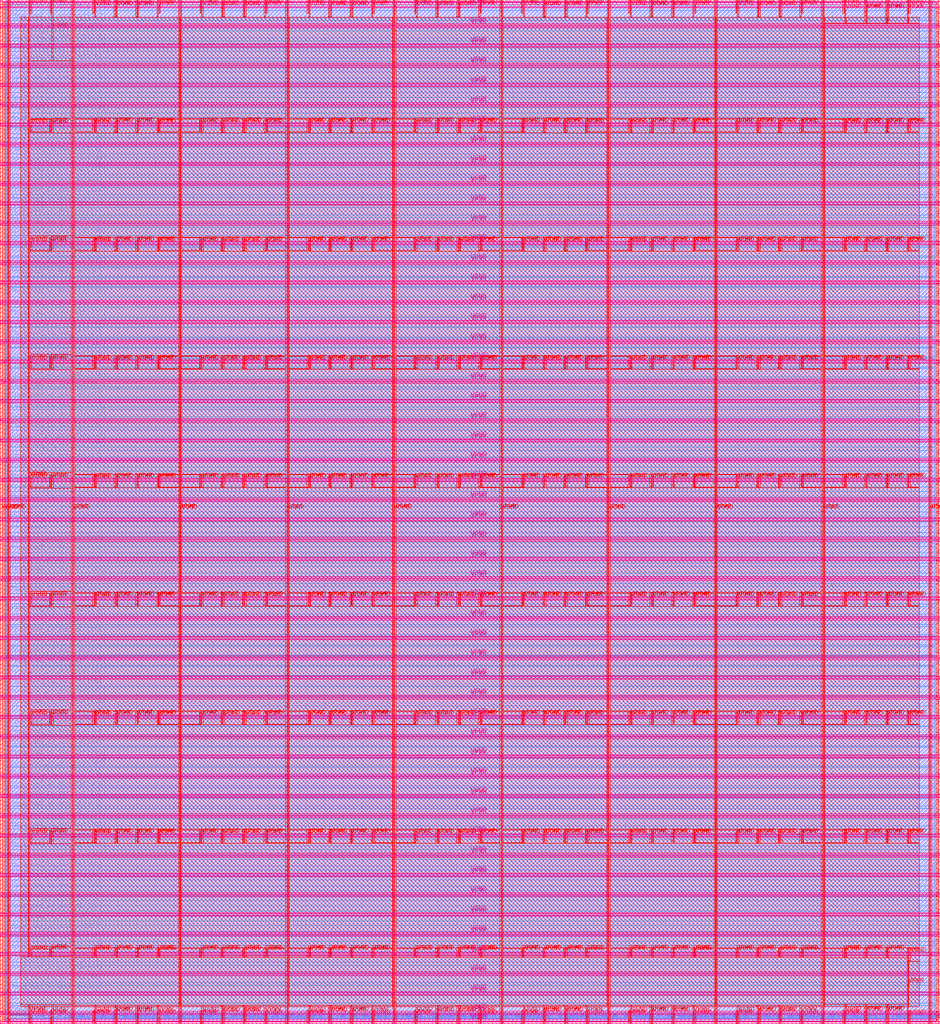
<source format=lef>
VERSION 5.7 ;
  NOWIREEXTENSIONATPIN ON ;
  DIVIDERCHAR "/" ;
  BUSBITCHARS "[]" ;
MACRO fpga_core
  CLASS BLOCK ;
  FOREIGN fpga_core ;
  ORIGIN 0.000 0.000 ;
  SIZE 2475.000 BY 2715.000 ;
  PIN VGND
    DIRECTION INOUT ;
    USE GROUND ;
    PORT
      LAYER met4 ;
        RECT -12.760 -3.720 -7.960 2718.280 ;
    END
    PORT
      LAYER met5 ;
        RECT -12.760 -3.720 2487.560 1.080 ;
    END
    PORT
      LAYER met5 ;
        RECT -12.760 2713.480 2487.560 2718.280 ;
    END
    PORT
      LAYER met4 ;
        RECT 2482.760 -3.720 2487.560 2718.280 ;
    END
    PORT
      LAYER met4 ;
        RECT 9.920 -3.720 13.120 2718.280 ;
    END
    PORT
      LAYER met4 ;
        RECT 66.920 -3.720 70.120 30.340 ;
    END
    PORT
      LAYER met4 ;
        RECT 66.920 174.765 70.120 195.340 ;
    END
    PORT
      LAYER met4 ;
        RECT 66.920 477.540 70.120 510.340 ;
    END
    PORT
      LAYER met4 ;
        RECT 66.920 792.540 70.120 825.340 ;
    END
    PORT
      LAYER met4 ;
        RECT 66.920 1107.540 70.120 1140.340 ;
    END
    PORT
      LAYER met4 ;
        RECT 66.920 1422.540 70.120 1455.340 ;
    END
    PORT
      LAYER met4 ;
        RECT 66.920 1737.540 70.120 1770.340 ;
    END
    PORT
      LAYER met4 ;
        RECT 66.920 2052.540 70.120 2085.340 ;
    END
    PORT
      LAYER met4 ;
        RECT 66.920 2367.540 70.120 2400.340 ;
    END
    PORT
      LAYER met4 ;
        RECT 66.920 2682.540 70.120 2718.280 ;
    END
    PORT
      LAYER met4 ;
        RECT 123.920 -3.720 127.120 45.715 ;
    END
    PORT
      LAYER met4 ;
        RECT 123.920 174.765 127.120 200.515 ;
    END
    PORT
      LAYER met4 ;
        RECT 123.920 475.085 127.120 515.515 ;
    END
    PORT
      LAYER met4 ;
        RECT 123.920 790.085 127.120 830.515 ;
    END
    PORT
      LAYER met4 ;
        RECT 123.920 1105.085 127.120 1145.515 ;
    END
    PORT
      LAYER met4 ;
        RECT 123.920 1420.085 127.120 1460.515 ;
    END
    PORT
      LAYER met4 ;
        RECT 123.920 1735.085 127.120 1775.515 ;
    END
    PORT
      LAYER met4 ;
        RECT 123.920 2050.085 127.120 2090.515 ;
    END
    PORT
      LAYER met4 ;
        RECT 123.920 2365.085 127.120 2401.435 ;
    END
    PORT
      LAYER met4 ;
        RECT 123.920 2556.325 127.120 2718.280 ;
    END
    PORT
      LAYER met4 ;
        RECT 180.920 -3.720 184.120 2718.280 ;
    END
    PORT
      LAYER met4 ;
        RECT 237.920 -3.720 241.120 45.035 ;
    END
    PORT
      LAYER met4 ;
        RECT 237.920 173.405 241.120 197.115 ;
    END
    PORT
      LAYER met4 ;
        RECT 237.920 475.765 241.120 512.115 ;
    END
    PORT
      LAYER met4 ;
        RECT 237.920 790.765 241.120 827.115 ;
    END
    PORT
      LAYER met4 ;
        RECT 237.920 1105.765 241.120 1142.115 ;
    END
    PORT
      LAYER met4 ;
        RECT 237.920 1420.765 241.120 1457.115 ;
    END
    PORT
      LAYER met4 ;
        RECT 237.920 1735.765 241.120 1772.115 ;
    END
    PORT
      LAYER met4 ;
        RECT 237.920 2050.765 241.120 2087.115 ;
    END
    PORT
      LAYER met4 ;
        RECT 237.920 2365.765 241.120 2402.795 ;
    END
    PORT
      LAYER met4 ;
        RECT 237.920 2672.605 241.120 2718.280 ;
    END
    PORT
      LAYER met4 ;
        RECT 294.920 -3.720 298.120 45.035 ;
    END
    PORT
      LAYER met4 ;
        RECT 294.920 173.405 298.120 197.115 ;
    END
    PORT
      LAYER met4 ;
        RECT 294.920 475.765 298.120 512.115 ;
    END
    PORT
      LAYER met4 ;
        RECT 294.920 790.765 298.120 827.115 ;
    END
    PORT
      LAYER met4 ;
        RECT 294.920 1105.765 298.120 1142.115 ;
    END
    PORT
      LAYER met4 ;
        RECT 294.920 1420.765 298.120 1457.115 ;
    END
    PORT
      LAYER met4 ;
        RECT 294.920 1735.765 298.120 1772.115 ;
    END
    PORT
      LAYER met4 ;
        RECT 294.920 2050.765 298.120 2087.115 ;
    END
    PORT
      LAYER met4 ;
        RECT 294.920 2365.765 298.120 2402.795 ;
    END
    PORT
      LAYER met4 ;
        RECT 294.920 2672.605 298.120 2718.280 ;
    END
    PORT
      LAYER met4 ;
        RECT 351.920 -3.720 355.120 45.035 ;
    END
    PORT
      LAYER met4 ;
        RECT 351.920 173.405 355.120 197.115 ;
    END
    PORT
      LAYER met4 ;
        RECT 351.920 475.765 355.120 512.115 ;
    END
    PORT
      LAYER met4 ;
        RECT 351.920 790.765 355.120 827.115 ;
    END
    PORT
      LAYER met4 ;
        RECT 351.920 1105.765 355.120 1142.115 ;
    END
    PORT
      LAYER met4 ;
        RECT 351.920 1420.765 355.120 1457.115 ;
    END
    PORT
      LAYER met4 ;
        RECT 351.920 1735.765 355.120 1772.115 ;
    END
    PORT
      LAYER met4 ;
        RECT 351.920 2050.765 355.120 2087.115 ;
    END
    PORT
      LAYER met4 ;
        RECT 351.920 2365.765 355.120 2402.795 ;
    END
    PORT
      LAYER met4 ;
        RECT 351.920 2672.605 355.120 2718.280 ;
    END
    PORT
      LAYER met4 ;
        RECT 408.920 -3.720 412.120 30.340 ;
    END
    PORT
      LAYER met4 ;
        RECT 408.920 173.405 412.120 195.340 ;
    END
    PORT
      LAYER met4 ;
        RECT 408.920 477.540 412.120 510.340 ;
    END
    PORT
      LAYER met4 ;
        RECT 408.920 792.540 412.120 825.340 ;
    END
    PORT
      LAYER met4 ;
        RECT 408.920 1107.540 412.120 1140.340 ;
    END
    PORT
      LAYER met4 ;
        RECT 408.920 1422.540 412.120 1455.340 ;
    END
    PORT
      LAYER met4 ;
        RECT 408.920 1737.540 412.120 1770.340 ;
    END
    PORT
      LAYER met4 ;
        RECT 408.920 2052.540 412.120 2085.340 ;
    END
    PORT
      LAYER met4 ;
        RECT 408.920 2367.540 412.120 2400.340 ;
    END
    PORT
      LAYER met4 ;
        RECT 408.920 2682.540 412.120 2718.280 ;
    END
    PORT
      LAYER met4 ;
        RECT 465.920 -3.720 469.120 2718.280 ;
    END
    PORT
      LAYER met4 ;
        RECT 522.920 -3.720 526.120 45.035 ;
    END
    PORT
      LAYER met4 ;
        RECT 522.920 173.405 526.120 197.115 ;
    END
    PORT
      LAYER met4 ;
        RECT 522.920 475.765 526.120 512.115 ;
    END
    PORT
      LAYER met4 ;
        RECT 522.920 790.765 526.120 827.115 ;
    END
    PORT
      LAYER met4 ;
        RECT 522.920 1105.765 526.120 1142.115 ;
    END
    PORT
      LAYER met4 ;
        RECT 522.920 1420.765 526.120 1457.115 ;
    END
    PORT
      LAYER met4 ;
        RECT 522.920 1735.765 526.120 1772.115 ;
    END
    PORT
      LAYER met4 ;
        RECT 522.920 2050.765 526.120 2087.115 ;
    END
    PORT
      LAYER met4 ;
        RECT 522.920 2365.765 526.120 2402.795 ;
    END
    PORT
      LAYER met4 ;
        RECT 522.920 2672.605 526.120 2718.280 ;
    END
    PORT
      LAYER met4 ;
        RECT 579.920 -3.720 583.120 45.035 ;
    END
    PORT
      LAYER met4 ;
        RECT 579.920 173.405 583.120 197.115 ;
    END
    PORT
      LAYER met4 ;
        RECT 579.920 475.765 583.120 512.115 ;
    END
    PORT
      LAYER met4 ;
        RECT 579.920 790.765 583.120 827.115 ;
    END
    PORT
      LAYER met4 ;
        RECT 579.920 1105.765 583.120 1142.115 ;
    END
    PORT
      LAYER met4 ;
        RECT 579.920 1420.765 583.120 1457.115 ;
    END
    PORT
      LAYER met4 ;
        RECT 579.920 1735.765 583.120 1772.115 ;
    END
    PORT
      LAYER met4 ;
        RECT 579.920 2050.765 583.120 2087.115 ;
    END
    PORT
      LAYER met4 ;
        RECT 579.920 2365.765 583.120 2402.795 ;
    END
    PORT
      LAYER met4 ;
        RECT 579.920 2672.605 583.120 2718.280 ;
    END
    PORT
      LAYER met4 ;
        RECT 636.920 -3.720 640.120 45.035 ;
    END
    PORT
      LAYER met4 ;
        RECT 636.920 173.405 640.120 197.115 ;
    END
    PORT
      LAYER met4 ;
        RECT 636.920 475.765 640.120 512.115 ;
    END
    PORT
      LAYER met4 ;
        RECT 636.920 790.765 640.120 827.115 ;
    END
    PORT
      LAYER met4 ;
        RECT 636.920 1105.765 640.120 1142.115 ;
    END
    PORT
      LAYER met4 ;
        RECT 636.920 1420.765 640.120 1457.115 ;
    END
    PORT
      LAYER met4 ;
        RECT 636.920 1735.765 640.120 1772.115 ;
    END
    PORT
      LAYER met4 ;
        RECT 636.920 2050.765 640.120 2087.115 ;
    END
    PORT
      LAYER met4 ;
        RECT 636.920 2365.765 640.120 2402.795 ;
    END
    PORT
      LAYER met4 ;
        RECT 636.920 2672.605 640.120 2718.280 ;
    END
    PORT
      LAYER met4 ;
        RECT 693.920 -3.720 697.120 30.340 ;
    END
    PORT
      LAYER met4 ;
        RECT 693.920 173.405 697.120 195.340 ;
    END
    PORT
      LAYER met4 ;
        RECT 693.920 477.540 697.120 510.340 ;
    END
    PORT
      LAYER met4 ;
        RECT 693.920 792.540 697.120 825.340 ;
    END
    PORT
      LAYER met4 ;
        RECT 693.920 1107.540 697.120 1140.340 ;
    END
    PORT
      LAYER met4 ;
        RECT 693.920 1422.540 697.120 1455.340 ;
    END
    PORT
      LAYER met4 ;
        RECT 693.920 1737.540 697.120 1770.340 ;
    END
    PORT
      LAYER met4 ;
        RECT 693.920 2052.540 697.120 2085.340 ;
    END
    PORT
      LAYER met4 ;
        RECT 693.920 2367.540 697.120 2400.340 ;
    END
    PORT
      LAYER met4 ;
        RECT 693.920 2682.540 697.120 2718.280 ;
    END
    PORT
      LAYER met4 ;
        RECT 750.920 -3.720 754.120 2718.280 ;
    END
    PORT
      LAYER met4 ;
        RECT 807.920 -3.720 811.120 45.035 ;
    END
    PORT
      LAYER met4 ;
        RECT 807.920 173.405 811.120 197.115 ;
    END
    PORT
      LAYER met4 ;
        RECT 807.920 475.765 811.120 512.115 ;
    END
    PORT
      LAYER met4 ;
        RECT 807.920 790.765 811.120 827.115 ;
    END
    PORT
      LAYER met4 ;
        RECT 807.920 1105.765 811.120 1142.115 ;
    END
    PORT
      LAYER met4 ;
        RECT 807.920 1420.765 811.120 1457.115 ;
    END
    PORT
      LAYER met4 ;
        RECT 807.920 1735.765 811.120 1772.115 ;
    END
    PORT
      LAYER met4 ;
        RECT 807.920 2050.765 811.120 2087.115 ;
    END
    PORT
      LAYER met4 ;
        RECT 807.920 2365.765 811.120 2402.795 ;
    END
    PORT
      LAYER met4 ;
        RECT 807.920 2672.605 811.120 2718.280 ;
    END
    PORT
      LAYER met4 ;
        RECT 864.920 -3.720 868.120 45.035 ;
    END
    PORT
      LAYER met4 ;
        RECT 864.920 173.405 868.120 197.115 ;
    END
    PORT
      LAYER met4 ;
        RECT 864.920 475.765 868.120 512.115 ;
    END
    PORT
      LAYER met4 ;
        RECT 864.920 790.765 868.120 827.115 ;
    END
    PORT
      LAYER met4 ;
        RECT 864.920 1105.765 868.120 1142.115 ;
    END
    PORT
      LAYER met4 ;
        RECT 864.920 1420.765 868.120 1457.115 ;
    END
    PORT
      LAYER met4 ;
        RECT 864.920 1735.765 868.120 1772.115 ;
    END
    PORT
      LAYER met4 ;
        RECT 864.920 2050.765 868.120 2087.115 ;
    END
    PORT
      LAYER met4 ;
        RECT 864.920 2365.765 868.120 2402.795 ;
    END
    PORT
      LAYER met4 ;
        RECT 864.920 2672.605 868.120 2718.280 ;
    END
    PORT
      LAYER met4 ;
        RECT 921.920 -3.720 925.120 45.035 ;
    END
    PORT
      LAYER met4 ;
        RECT 921.920 173.405 925.120 197.115 ;
    END
    PORT
      LAYER met4 ;
        RECT 921.920 475.765 925.120 512.115 ;
    END
    PORT
      LAYER met4 ;
        RECT 921.920 790.765 925.120 827.115 ;
    END
    PORT
      LAYER met4 ;
        RECT 921.920 1105.765 925.120 1142.115 ;
    END
    PORT
      LAYER met4 ;
        RECT 921.920 1420.765 925.120 1457.115 ;
    END
    PORT
      LAYER met4 ;
        RECT 921.920 1735.765 925.120 1772.115 ;
    END
    PORT
      LAYER met4 ;
        RECT 921.920 2050.765 925.120 2087.115 ;
    END
    PORT
      LAYER met4 ;
        RECT 921.920 2365.765 925.120 2402.795 ;
    END
    PORT
      LAYER met4 ;
        RECT 921.920 2672.605 925.120 2718.280 ;
    END
    PORT
      LAYER met4 ;
        RECT 978.920 -3.720 982.120 30.340 ;
    END
    PORT
      LAYER met4 ;
        RECT 978.920 173.405 982.120 195.340 ;
    END
    PORT
      LAYER met4 ;
        RECT 978.920 477.540 982.120 510.340 ;
    END
    PORT
      LAYER met4 ;
        RECT 978.920 792.540 982.120 825.340 ;
    END
    PORT
      LAYER met4 ;
        RECT 978.920 1107.540 982.120 1140.340 ;
    END
    PORT
      LAYER met4 ;
        RECT 978.920 1422.540 982.120 1455.340 ;
    END
    PORT
      LAYER met4 ;
        RECT 978.920 1737.540 982.120 1770.340 ;
    END
    PORT
      LAYER met4 ;
        RECT 978.920 2052.540 982.120 2085.340 ;
    END
    PORT
      LAYER met4 ;
        RECT 978.920 2367.540 982.120 2400.340 ;
    END
    PORT
      LAYER met4 ;
        RECT 978.920 2682.540 982.120 2718.280 ;
    END
    PORT
      LAYER met4 ;
        RECT 1035.920 -3.720 1039.120 2718.280 ;
    END
    PORT
      LAYER met4 ;
        RECT 1092.920 -3.720 1096.120 45.035 ;
    END
    PORT
      LAYER met4 ;
        RECT 1092.920 173.405 1096.120 197.115 ;
    END
    PORT
      LAYER met4 ;
        RECT 1092.920 475.765 1096.120 512.115 ;
    END
    PORT
      LAYER met4 ;
        RECT 1092.920 790.765 1096.120 827.115 ;
    END
    PORT
      LAYER met4 ;
        RECT 1092.920 1105.765 1096.120 1142.115 ;
    END
    PORT
      LAYER met4 ;
        RECT 1092.920 1420.765 1096.120 1457.115 ;
    END
    PORT
      LAYER met4 ;
        RECT 1092.920 1735.765 1096.120 1772.115 ;
    END
    PORT
      LAYER met4 ;
        RECT 1092.920 2050.765 1096.120 2087.115 ;
    END
    PORT
      LAYER met4 ;
        RECT 1092.920 2365.765 1096.120 2402.795 ;
    END
    PORT
      LAYER met4 ;
        RECT 1092.920 2672.605 1096.120 2718.280 ;
    END
    PORT
      LAYER met4 ;
        RECT 1149.920 -3.720 1153.120 45.035 ;
    END
    PORT
      LAYER met4 ;
        RECT 1149.920 173.405 1153.120 197.115 ;
    END
    PORT
      LAYER met4 ;
        RECT 1149.920 475.765 1153.120 512.115 ;
    END
    PORT
      LAYER met4 ;
        RECT 1149.920 790.765 1153.120 827.115 ;
    END
    PORT
      LAYER met4 ;
        RECT 1149.920 1105.765 1153.120 1142.115 ;
    END
    PORT
      LAYER met4 ;
        RECT 1149.920 1420.765 1153.120 1457.115 ;
    END
    PORT
      LAYER met4 ;
        RECT 1149.920 1735.765 1153.120 1772.115 ;
    END
    PORT
      LAYER met4 ;
        RECT 1149.920 2050.765 1153.120 2087.115 ;
    END
    PORT
      LAYER met4 ;
        RECT 1149.920 2365.765 1153.120 2402.795 ;
    END
    PORT
      LAYER met4 ;
        RECT 1149.920 2672.605 1153.120 2718.280 ;
    END
    PORT
      LAYER met4 ;
        RECT 1206.920 -3.720 1210.120 45.035 ;
    END
    PORT
      LAYER met4 ;
        RECT 1206.920 173.405 1210.120 197.115 ;
    END
    PORT
      LAYER met4 ;
        RECT 1206.920 475.765 1210.120 512.115 ;
    END
    PORT
      LAYER met4 ;
        RECT 1206.920 790.765 1210.120 827.115 ;
    END
    PORT
      LAYER met4 ;
        RECT 1206.920 1105.765 1210.120 1142.115 ;
    END
    PORT
      LAYER met4 ;
        RECT 1206.920 1420.765 1210.120 1457.115 ;
    END
    PORT
      LAYER met4 ;
        RECT 1206.920 1735.765 1210.120 1772.115 ;
    END
    PORT
      LAYER met4 ;
        RECT 1206.920 2050.765 1210.120 2087.115 ;
    END
    PORT
      LAYER met4 ;
        RECT 1206.920 2365.765 1210.120 2402.795 ;
    END
    PORT
      LAYER met4 ;
        RECT 1206.920 2672.605 1210.120 2718.280 ;
    END
    PORT
      LAYER met4 ;
        RECT 1263.920 -3.720 1267.120 30.340 ;
    END
    PORT
      LAYER met4 ;
        RECT 1263.920 173.405 1267.120 195.340 ;
    END
    PORT
      LAYER met4 ;
        RECT 1263.920 477.540 1267.120 510.340 ;
    END
    PORT
      LAYER met4 ;
        RECT 1263.920 792.540 1267.120 825.340 ;
    END
    PORT
      LAYER met4 ;
        RECT 1263.920 1107.540 1267.120 1140.340 ;
    END
    PORT
      LAYER met4 ;
        RECT 1263.920 1422.540 1267.120 1455.340 ;
    END
    PORT
      LAYER met4 ;
        RECT 1263.920 1737.540 1267.120 1770.340 ;
    END
    PORT
      LAYER met4 ;
        RECT 1263.920 2052.540 1267.120 2085.340 ;
    END
    PORT
      LAYER met4 ;
        RECT 1263.920 2367.540 1267.120 2400.340 ;
    END
    PORT
      LAYER met4 ;
        RECT 1263.920 2682.540 1267.120 2718.280 ;
    END
    PORT
      LAYER met4 ;
        RECT 1320.920 -3.720 1324.120 2718.280 ;
    END
    PORT
      LAYER met4 ;
        RECT 1377.920 -3.720 1381.120 45.035 ;
    END
    PORT
      LAYER met4 ;
        RECT 1377.920 173.405 1381.120 197.115 ;
    END
    PORT
      LAYER met4 ;
        RECT 1377.920 475.765 1381.120 512.115 ;
    END
    PORT
      LAYER met4 ;
        RECT 1377.920 790.765 1381.120 827.115 ;
    END
    PORT
      LAYER met4 ;
        RECT 1377.920 1105.765 1381.120 1142.115 ;
    END
    PORT
      LAYER met4 ;
        RECT 1377.920 1420.765 1381.120 1457.115 ;
    END
    PORT
      LAYER met4 ;
        RECT 1377.920 1735.765 1381.120 1772.115 ;
    END
    PORT
      LAYER met4 ;
        RECT 1377.920 2050.765 1381.120 2087.115 ;
    END
    PORT
      LAYER met4 ;
        RECT 1377.920 2365.765 1381.120 2402.795 ;
    END
    PORT
      LAYER met4 ;
        RECT 1377.920 2672.605 1381.120 2718.280 ;
    END
    PORT
      LAYER met4 ;
        RECT 1434.920 -3.720 1438.120 45.035 ;
    END
    PORT
      LAYER met4 ;
        RECT 1434.920 173.405 1438.120 197.115 ;
    END
    PORT
      LAYER met4 ;
        RECT 1434.920 475.765 1438.120 512.115 ;
    END
    PORT
      LAYER met4 ;
        RECT 1434.920 790.765 1438.120 827.115 ;
    END
    PORT
      LAYER met4 ;
        RECT 1434.920 1105.765 1438.120 1142.115 ;
    END
    PORT
      LAYER met4 ;
        RECT 1434.920 1420.765 1438.120 1457.115 ;
    END
    PORT
      LAYER met4 ;
        RECT 1434.920 1735.765 1438.120 1772.115 ;
    END
    PORT
      LAYER met4 ;
        RECT 1434.920 2050.765 1438.120 2087.115 ;
    END
    PORT
      LAYER met4 ;
        RECT 1434.920 2365.765 1438.120 2402.795 ;
    END
    PORT
      LAYER met4 ;
        RECT 1434.920 2672.605 1438.120 2718.280 ;
    END
    PORT
      LAYER met4 ;
        RECT 1491.920 -3.720 1495.120 45.035 ;
    END
    PORT
      LAYER met4 ;
        RECT 1491.920 173.405 1495.120 197.115 ;
    END
    PORT
      LAYER met4 ;
        RECT 1491.920 475.765 1495.120 512.115 ;
    END
    PORT
      LAYER met4 ;
        RECT 1491.920 790.765 1495.120 827.115 ;
    END
    PORT
      LAYER met4 ;
        RECT 1491.920 1105.765 1495.120 1142.115 ;
    END
    PORT
      LAYER met4 ;
        RECT 1491.920 1420.765 1495.120 1457.115 ;
    END
    PORT
      LAYER met4 ;
        RECT 1491.920 1735.765 1495.120 1772.115 ;
    END
    PORT
      LAYER met4 ;
        RECT 1491.920 2050.765 1495.120 2087.115 ;
    END
    PORT
      LAYER met4 ;
        RECT 1491.920 2365.765 1495.120 2402.795 ;
    END
    PORT
      LAYER met4 ;
        RECT 1491.920 2672.605 1495.120 2718.280 ;
    END
    PORT
      LAYER met4 ;
        RECT 1548.920 -3.720 1552.120 30.340 ;
    END
    PORT
      LAYER met4 ;
        RECT 1548.920 173.405 1552.120 195.340 ;
    END
    PORT
      LAYER met4 ;
        RECT 1548.920 477.540 1552.120 510.340 ;
    END
    PORT
      LAYER met4 ;
        RECT 1548.920 792.540 1552.120 825.340 ;
    END
    PORT
      LAYER met4 ;
        RECT 1548.920 1107.540 1552.120 1140.340 ;
    END
    PORT
      LAYER met4 ;
        RECT 1548.920 1422.540 1552.120 1455.340 ;
    END
    PORT
      LAYER met4 ;
        RECT 1548.920 1737.540 1552.120 1770.340 ;
    END
    PORT
      LAYER met4 ;
        RECT 1548.920 2052.540 1552.120 2085.340 ;
    END
    PORT
      LAYER met4 ;
        RECT 1548.920 2367.540 1552.120 2400.340 ;
    END
    PORT
      LAYER met4 ;
        RECT 1548.920 2682.540 1552.120 2718.280 ;
    END
    PORT
      LAYER met4 ;
        RECT 1605.920 -3.720 1609.120 2718.280 ;
    END
    PORT
      LAYER met4 ;
        RECT 1662.920 -3.720 1666.120 45.035 ;
    END
    PORT
      LAYER met4 ;
        RECT 1662.920 173.405 1666.120 197.115 ;
    END
    PORT
      LAYER met4 ;
        RECT 1662.920 475.765 1666.120 512.115 ;
    END
    PORT
      LAYER met4 ;
        RECT 1662.920 790.765 1666.120 827.115 ;
    END
    PORT
      LAYER met4 ;
        RECT 1662.920 1105.765 1666.120 1142.115 ;
    END
    PORT
      LAYER met4 ;
        RECT 1662.920 1420.765 1666.120 1457.115 ;
    END
    PORT
      LAYER met4 ;
        RECT 1662.920 1735.765 1666.120 1772.115 ;
    END
    PORT
      LAYER met4 ;
        RECT 1662.920 2050.765 1666.120 2087.115 ;
    END
    PORT
      LAYER met4 ;
        RECT 1662.920 2365.765 1666.120 2402.795 ;
    END
    PORT
      LAYER met4 ;
        RECT 1662.920 2672.605 1666.120 2718.280 ;
    END
    PORT
      LAYER met4 ;
        RECT 1719.920 -3.720 1723.120 45.035 ;
    END
    PORT
      LAYER met4 ;
        RECT 1719.920 173.405 1723.120 197.115 ;
    END
    PORT
      LAYER met4 ;
        RECT 1719.920 475.765 1723.120 512.115 ;
    END
    PORT
      LAYER met4 ;
        RECT 1719.920 790.765 1723.120 827.115 ;
    END
    PORT
      LAYER met4 ;
        RECT 1719.920 1105.765 1723.120 1142.115 ;
    END
    PORT
      LAYER met4 ;
        RECT 1719.920 1420.765 1723.120 1457.115 ;
    END
    PORT
      LAYER met4 ;
        RECT 1719.920 1735.765 1723.120 1772.115 ;
    END
    PORT
      LAYER met4 ;
        RECT 1719.920 2050.765 1723.120 2087.115 ;
    END
    PORT
      LAYER met4 ;
        RECT 1719.920 2365.765 1723.120 2402.795 ;
    END
    PORT
      LAYER met4 ;
        RECT 1719.920 2672.605 1723.120 2718.280 ;
    END
    PORT
      LAYER met4 ;
        RECT 1776.920 -3.720 1780.120 45.035 ;
    END
    PORT
      LAYER met4 ;
        RECT 1776.920 173.405 1780.120 197.115 ;
    END
    PORT
      LAYER met4 ;
        RECT 1776.920 475.765 1780.120 512.115 ;
    END
    PORT
      LAYER met4 ;
        RECT 1776.920 790.765 1780.120 827.115 ;
    END
    PORT
      LAYER met4 ;
        RECT 1776.920 1105.765 1780.120 1142.115 ;
    END
    PORT
      LAYER met4 ;
        RECT 1776.920 1420.765 1780.120 1457.115 ;
    END
    PORT
      LAYER met4 ;
        RECT 1776.920 1735.765 1780.120 1772.115 ;
    END
    PORT
      LAYER met4 ;
        RECT 1776.920 2050.765 1780.120 2087.115 ;
    END
    PORT
      LAYER met4 ;
        RECT 1776.920 2365.765 1780.120 2402.795 ;
    END
    PORT
      LAYER met4 ;
        RECT 1776.920 2672.605 1780.120 2718.280 ;
    END
    PORT
      LAYER met4 ;
        RECT 1833.920 -3.720 1837.120 30.340 ;
    END
    PORT
      LAYER met4 ;
        RECT 1833.920 173.405 1837.120 195.340 ;
    END
    PORT
      LAYER met4 ;
        RECT 1833.920 477.540 1837.120 510.340 ;
    END
    PORT
      LAYER met4 ;
        RECT 1833.920 792.540 1837.120 825.340 ;
    END
    PORT
      LAYER met4 ;
        RECT 1833.920 1107.540 1837.120 1140.340 ;
    END
    PORT
      LAYER met4 ;
        RECT 1833.920 1422.540 1837.120 1455.340 ;
    END
    PORT
      LAYER met4 ;
        RECT 1833.920 1737.540 1837.120 1770.340 ;
    END
    PORT
      LAYER met4 ;
        RECT 1833.920 2052.540 1837.120 2085.340 ;
    END
    PORT
      LAYER met4 ;
        RECT 1833.920 2367.540 1837.120 2400.340 ;
    END
    PORT
      LAYER met4 ;
        RECT 1833.920 2682.540 1837.120 2718.280 ;
    END
    PORT
      LAYER met4 ;
        RECT 1890.920 -3.720 1894.120 2718.280 ;
    END
    PORT
      LAYER met4 ;
        RECT 1947.920 -3.720 1951.120 45.035 ;
    END
    PORT
      LAYER met4 ;
        RECT 1947.920 173.405 1951.120 197.115 ;
    END
    PORT
      LAYER met4 ;
        RECT 1947.920 475.765 1951.120 512.115 ;
    END
    PORT
      LAYER met4 ;
        RECT 1947.920 790.765 1951.120 827.115 ;
    END
    PORT
      LAYER met4 ;
        RECT 1947.920 1105.765 1951.120 1142.115 ;
    END
    PORT
      LAYER met4 ;
        RECT 1947.920 1420.765 1951.120 1457.115 ;
    END
    PORT
      LAYER met4 ;
        RECT 1947.920 1735.765 1951.120 1772.115 ;
    END
    PORT
      LAYER met4 ;
        RECT 1947.920 2050.765 1951.120 2087.115 ;
    END
    PORT
      LAYER met4 ;
        RECT 1947.920 2365.765 1951.120 2402.795 ;
    END
    PORT
      LAYER met4 ;
        RECT 1947.920 2672.605 1951.120 2718.280 ;
    END
    PORT
      LAYER met4 ;
        RECT 2004.920 -3.720 2008.120 45.035 ;
    END
    PORT
      LAYER met4 ;
        RECT 2004.920 173.405 2008.120 197.115 ;
    END
    PORT
      LAYER met4 ;
        RECT 2004.920 475.765 2008.120 512.115 ;
    END
    PORT
      LAYER met4 ;
        RECT 2004.920 790.765 2008.120 827.115 ;
    END
    PORT
      LAYER met4 ;
        RECT 2004.920 1105.765 2008.120 1142.115 ;
    END
    PORT
      LAYER met4 ;
        RECT 2004.920 1420.765 2008.120 1457.115 ;
    END
    PORT
      LAYER met4 ;
        RECT 2004.920 1735.765 2008.120 1772.115 ;
    END
    PORT
      LAYER met4 ;
        RECT 2004.920 2050.765 2008.120 2087.115 ;
    END
    PORT
      LAYER met4 ;
        RECT 2004.920 2365.765 2008.120 2402.795 ;
    END
    PORT
      LAYER met4 ;
        RECT 2004.920 2672.605 2008.120 2718.280 ;
    END
    PORT
      LAYER met4 ;
        RECT 2061.920 -3.720 2065.120 45.035 ;
    END
    PORT
      LAYER met4 ;
        RECT 2061.920 173.405 2065.120 197.115 ;
    END
    PORT
      LAYER met4 ;
        RECT 2061.920 475.765 2065.120 512.115 ;
    END
    PORT
      LAYER met4 ;
        RECT 2061.920 790.765 2065.120 827.115 ;
    END
    PORT
      LAYER met4 ;
        RECT 2061.920 1105.765 2065.120 1142.115 ;
    END
    PORT
      LAYER met4 ;
        RECT 2061.920 1420.765 2065.120 1457.115 ;
    END
    PORT
      LAYER met4 ;
        RECT 2061.920 1735.765 2065.120 1772.115 ;
    END
    PORT
      LAYER met4 ;
        RECT 2061.920 2050.765 2065.120 2087.115 ;
    END
    PORT
      LAYER met4 ;
        RECT 2061.920 2365.765 2065.120 2402.795 ;
    END
    PORT
      LAYER met4 ;
        RECT 2061.920 2672.605 2065.120 2718.280 ;
    END
    PORT
      LAYER met4 ;
        RECT 2118.920 -3.720 2122.120 30.340 ;
    END
    PORT
      LAYER met4 ;
        RECT 2118.920 173.405 2122.120 195.340 ;
    END
    PORT
      LAYER met4 ;
        RECT 2118.920 477.540 2122.120 510.340 ;
    END
    PORT
      LAYER met4 ;
        RECT 2118.920 792.540 2122.120 825.340 ;
    END
    PORT
      LAYER met4 ;
        RECT 2118.920 1107.540 2122.120 1140.340 ;
    END
    PORT
      LAYER met4 ;
        RECT 2118.920 1422.540 2122.120 1455.340 ;
    END
    PORT
      LAYER met4 ;
        RECT 2118.920 1737.540 2122.120 1770.340 ;
    END
    PORT
      LAYER met4 ;
        RECT 2118.920 2052.540 2122.120 2085.340 ;
    END
    PORT
      LAYER met4 ;
        RECT 2118.920 2367.540 2122.120 2400.340 ;
    END
    PORT
      LAYER met4 ;
        RECT 2118.920 2682.540 2122.120 2718.280 ;
    END
    PORT
      LAYER met4 ;
        RECT 2175.920 -3.720 2179.120 2718.280 ;
    END
    PORT
      LAYER met4 ;
        RECT 2232.920 -3.720 2236.120 47.755 ;
    END
    PORT
      LAYER met4 ;
        RECT 2232.920 172.045 2236.120 197.115 ;
    END
    PORT
      LAYER met4 ;
        RECT 2232.920 475.765 2236.120 512.115 ;
    END
    PORT
      LAYER met4 ;
        RECT 2232.920 790.765 2236.120 827.115 ;
    END
    PORT
      LAYER met4 ;
        RECT 2232.920 1105.765 2236.120 1142.115 ;
    END
    PORT
      LAYER met4 ;
        RECT 2232.920 1420.765 2236.120 1457.115 ;
    END
    PORT
      LAYER met4 ;
        RECT 2232.920 1735.765 2236.120 1772.115 ;
    END
    PORT
      LAYER met4 ;
        RECT 2232.920 2050.765 2236.120 2087.115 ;
    END
    PORT
      LAYER met4 ;
        RECT 2232.920 2365.765 2236.120 2402.115 ;
    END
    PORT
      LAYER met4 ;
        RECT 2232.920 2656.285 2236.120 2718.280 ;
    END
    PORT
      LAYER met4 ;
        RECT 2289.920 -3.720 2293.120 47.755 ;
    END
    PORT
      LAYER met4 ;
        RECT 2289.920 172.045 2293.120 197.115 ;
    END
    PORT
      LAYER met4 ;
        RECT 2289.920 475.765 2293.120 512.115 ;
    END
    PORT
      LAYER met4 ;
        RECT 2289.920 790.765 2293.120 827.115 ;
    END
    PORT
      LAYER met4 ;
        RECT 2289.920 1105.765 2293.120 1142.115 ;
    END
    PORT
      LAYER met4 ;
        RECT 2289.920 1420.765 2293.120 1457.115 ;
    END
    PORT
      LAYER met4 ;
        RECT 2289.920 1735.765 2293.120 1772.115 ;
    END
    PORT
      LAYER met4 ;
        RECT 2289.920 2050.765 2293.120 2087.115 ;
    END
    PORT
      LAYER met4 ;
        RECT 2289.920 2365.765 2293.120 2402.115 ;
    END
    PORT
      LAYER met4 ;
        RECT 2289.920 2656.285 2293.120 2718.280 ;
    END
    PORT
      LAYER met4 ;
        RECT 2346.920 -3.720 2350.120 47.755 ;
    END
    PORT
      LAYER met4 ;
        RECT 2346.920 172.045 2350.120 197.115 ;
    END
    PORT
      LAYER met4 ;
        RECT 2346.920 475.765 2350.120 512.115 ;
    END
    PORT
      LAYER met4 ;
        RECT 2346.920 790.765 2350.120 827.115 ;
    END
    PORT
      LAYER met4 ;
        RECT 2346.920 1105.765 2350.120 1142.115 ;
    END
    PORT
      LAYER met4 ;
        RECT 2346.920 1420.765 2350.120 1457.115 ;
    END
    PORT
      LAYER met4 ;
        RECT 2346.920 1735.765 2350.120 1772.115 ;
    END
    PORT
      LAYER met4 ;
        RECT 2346.920 2050.765 2350.120 2087.115 ;
    END
    PORT
      LAYER met4 ;
        RECT 2346.920 2365.765 2350.120 2402.115 ;
    END
    PORT
      LAYER met4 ;
        RECT 2346.920 2656.285 2350.120 2718.280 ;
    END
    PORT
      LAYER met4 ;
        RECT 2403.920 -3.720 2407.120 30.340 ;
    END
    PORT
      LAYER met4 ;
        RECT 2403.920 162.940 2407.120 195.340 ;
    END
    PORT
      LAYER met4 ;
        RECT 2403.920 477.540 2407.120 510.340 ;
    END
    PORT
      LAYER met4 ;
        RECT 2403.920 792.540 2407.120 825.340 ;
    END
    PORT
      LAYER met4 ;
        RECT 2403.920 1107.540 2407.120 1140.340 ;
    END
    PORT
      LAYER met4 ;
        RECT 2403.920 1422.540 2407.120 1455.340 ;
    END
    PORT
      LAYER met4 ;
        RECT 2403.920 1737.540 2407.120 1770.340 ;
    END
    PORT
      LAYER met4 ;
        RECT 2403.920 2052.540 2407.120 2085.340 ;
    END
    PORT
      LAYER met4 ;
        RECT 2403.920 2367.540 2407.120 2400.340 ;
    END
    PORT
      LAYER met4 ;
        RECT 2403.920 2682.540 2407.120 2718.280 ;
    END
    PORT
      LAYER met4 ;
        RECT 2460.920 -3.720 2464.120 2718.280 ;
    END
    PORT
      LAYER met5 ;
        RECT -12.760 25.680 2487.560 28.880 ;
    END
    PORT
      LAYER met5 ;
        RECT -12.760 78.180 2487.560 81.380 ;
    END
    PORT
      LAYER met5 ;
        RECT -12.760 130.680 2487.560 133.880 ;
    END
    PORT
      LAYER met5 ;
        RECT -12.760 183.180 2487.560 186.380 ;
    END
    PORT
      LAYER met5 ;
        RECT -12.760 235.680 2487.560 238.880 ;
    END
    PORT
      LAYER met5 ;
        RECT -12.760 288.180 2487.560 291.380 ;
    END
    PORT
      LAYER met5 ;
        RECT -12.760 340.680 2487.560 343.880 ;
    END
    PORT
      LAYER met5 ;
        RECT -12.760 393.180 2487.560 396.380 ;
    END
    PORT
      LAYER met5 ;
        RECT -12.760 445.680 2487.560 448.880 ;
    END
    PORT
      LAYER met5 ;
        RECT -12.760 498.180 2487.560 501.380 ;
    END
    PORT
      LAYER met5 ;
        RECT -12.760 550.680 2487.560 553.880 ;
    END
    PORT
      LAYER met5 ;
        RECT -12.760 603.180 2487.560 606.380 ;
    END
    PORT
      LAYER met5 ;
        RECT -12.760 655.680 2487.560 658.880 ;
    END
    PORT
      LAYER met5 ;
        RECT -12.760 708.180 2487.560 711.380 ;
    END
    PORT
      LAYER met5 ;
        RECT -12.760 760.680 2487.560 763.880 ;
    END
    PORT
      LAYER met5 ;
        RECT -12.760 813.180 2487.560 816.380 ;
    END
    PORT
      LAYER met5 ;
        RECT -12.760 865.680 2487.560 868.880 ;
    END
    PORT
      LAYER met5 ;
        RECT -12.760 918.180 2487.560 921.380 ;
    END
    PORT
      LAYER met5 ;
        RECT -12.760 970.680 2487.560 973.880 ;
    END
    PORT
      LAYER met5 ;
        RECT -12.760 1023.180 2487.560 1026.380 ;
    END
    PORT
      LAYER met5 ;
        RECT -12.760 1075.680 2487.560 1078.880 ;
    END
    PORT
      LAYER met5 ;
        RECT -12.760 1128.180 2487.560 1131.380 ;
    END
    PORT
      LAYER met5 ;
        RECT -12.760 1180.680 2487.560 1183.880 ;
    END
    PORT
      LAYER met5 ;
        RECT -12.760 1233.180 2487.560 1236.380 ;
    END
    PORT
      LAYER met5 ;
        RECT -12.760 1285.680 2487.560 1288.880 ;
    END
    PORT
      LAYER met5 ;
        RECT -12.760 1338.180 2487.560 1341.380 ;
    END
    PORT
      LAYER met5 ;
        RECT -12.760 1390.680 2487.560 1393.880 ;
    END
    PORT
      LAYER met5 ;
        RECT -12.760 1443.180 2487.560 1446.380 ;
    END
    PORT
      LAYER met5 ;
        RECT -12.760 1495.680 2487.560 1498.880 ;
    END
    PORT
      LAYER met5 ;
        RECT -12.760 1548.180 2487.560 1551.380 ;
    END
    PORT
      LAYER met5 ;
        RECT -12.760 1600.680 2487.560 1603.880 ;
    END
    PORT
      LAYER met5 ;
        RECT -12.760 1653.180 2487.560 1656.380 ;
    END
    PORT
      LAYER met5 ;
        RECT -12.760 1705.680 2487.560 1708.880 ;
    END
    PORT
      LAYER met5 ;
        RECT -12.760 1758.180 2487.560 1761.380 ;
    END
    PORT
      LAYER met5 ;
        RECT -12.760 1810.680 2487.560 1813.880 ;
    END
    PORT
      LAYER met5 ;
        RECT -12.760 1863.180 2487.560 1866.380 ;
    END
    PORT
      LAYER met5 ;
        RECT -12.760 1915.680 2487.560 1918.880 ;
    END
    PORT
      LAYER met5 ;
        RECT -12.760 1968.180 2487.560 1971.380 ;
    END
    PORT
      LAYER met5 ;
        RECT -12.760 2020.680 2487.560 2023.880 ;
    END
    PORT
      LAYER met5 ;
        RECT -12.760 2073.180 2487.560 2076.380 ;
    END
    PORT
      LAYER met5 ;
        RECT -12.760 2125.680 2487.560 2128.880 ;
    END
    PORT
      LAYER met5 ;
        RECT -12.760 2178.180 2487.560 2181.380 ;
    END
    PORT
      LAYER met5 ;
        RECT -12.760 2230.680 2487.560 2233.880 ;
    END
    PORT
      LAYER met5 ;
        RECT -12.760 2283.180 2487.560 2286.380 ;
    END
    PORT
      LAYER met5 ;
        RECT -12.760 2335.680 2487.560 2338.880 ;
    END
    PORT
      LAYER met5 ;
        RECT -12.760 2388.180 2487.560 2391.380 ;
    END
    PORT
      LAYER met5 ;
        RECT -12.760 2440.680 2487.560 2443.880 ;
    END
    PORT
      LAYER met5 ;
        RECT -12.760 2493.180 2487.560 2496.380 ;
    END
    PORT
      LAYER met5 ;
        RECT -12.760 2545.680 2487.560 2548.880 ;
    END
    PORT
      LAYER met5 ;
        RECT -12.760 2598.180 2487.560 2601.380 ;
    END
    PORT
      LAYER met5 ;
        RECT -12.760 2650.680 2487.560 2653.880 ;
    END
  END VGND
  PIN VPWR
    DIRECTION INOUT ;
    USE POWER ;
    PORT
      LAYER met4 ;
        RECT -5.960 3.080 -1.160 2711.480 ;
    END
    PORT
      LAYER met5 ;
        RECT -5.960 3.080 2480.760 7.880 ;
    END
    PORT
      LAYER met5 ;
        RECT -5.960 2706.680 2480.760 2711.480 ;
    END
    PORT
      LAYER met4 ;
        RECT 2475.960 3.080 2480.760 2711.480 ;
    END
    PORT
      LAYER met4 ;
        RECT 5.120 -3.720 8.320 2718.280 ;
    END
    PORT
      LAYER met4 ;
        RECT 62.120 -3.720 65.320 45.715 ;
    END
    PORT
      LAYER met4 ;
        RECT 62.120 174.765 65.320 2718.280 ;
    END
    PORT
      LAYER met4 ;
        RECT 119.120 -3.720 122.320 30.340 ;
    END
    PORT
      LAYER met4 ;
        RECT 119.120 174.765 122.320 195.340 ;
    END
    PORT
      LAYER met4 ;
        RECT 119.120 477.540 122.320 510.340 ;
    END
    PORT
      LAYER met4 ;
        RECT 119.120 792.540 122.320 825.340 ;
    END
    PORT
      LAYER met4 ;
        RECT 119.120 1107.540 122.320 1140.340 ;
    END
    PORT
      LAYER met4 ;
        RECT 119.120 1422.540 122.320 1455.340 ;
    END
    PORT
      LAYER met4 ;
        RECT 119.120 1737.540 122.320 1770.340 ;
    END
    PORT
      LAYER met4 ;
        RECT 119.120 2052.540 122.320 2085.340 ;
    END
    PORT
      LAYER met4 ;
        RECT 119.120 2367.540 122.320 2400.340 ;
    END
    PORT
      LAYER met4 ;
        RECT 119.120 2682.540 122.320 2718.280 ;
    END
    PORT
      LAYER met4 ;
        RECT 176.120 -3.720 179.320 2718.280 ;
    END
    PORT
      LAYER met4 ;
        RECT 233.120 -3.720 236.320 30.340 ;
    END
    PORT
      LAYER met4 ;
        RECT 233.120 173.405 236.320 195.340 ;
    END
    PORT
      LAYER met4 ;
        RECT 233.120 477.540 236.320 510.340 ;
    END
    PORT
      LAYER met4 ;
        RECT 233.120 792.540 236.320 825.340 ;
    END
    PORT
      LAYER met4 ;
        RECT 233.120 1107.540 236.320 1140.340 ;
    END
    PORT
      LAYER met4 ;
        RECT 233.120 1422.540 236.320 1455.340 ;
    END
    PORT
      LAYER met4 ;
        RECT 233.120 1737.540 236.320 1770.340 ;
    END
    PORT
      LAYER met4 ;
        RECT 233.120 2052.540 236.320 2085.340 ;
    END
    PORT
      LAYER met4 ;
        RECT 233.120 2367.540 236.320 2400.340 ;
    END
    PORT
      LAYER met4 ;
        RECT 233.120 2682.540 236.320 2718.280 ;
    END
    PORT
      LAYER met4 ;
        RECT 290.120 -3.720 293.320 45.035 ;
    END
    PORT
      LAYER met4 ;
        RECT 290.120 173.405 293.320 197.115 ;
    END
    PORT
      LAYER met4 ;
        RECT 290.120 475.765 293.320 512.115 ;
    END
    PORT
      LAYER met4 ;
        RECT 290.120 790.765 293.320 827.115 ;
    END
    PORT
      LAYER met4 ;
        RECT 290.120 1105.765 293.320 1142.115 ;
    END
    PORT
      LAYER met4 ;
        RECT 290.120 1420.765 293.320 1457.115 ;
    END
    PORT
      LAYER met4 ;
        RECT 290.120 1735.765 293.320 1772.115 ;
    END
    PORT
      LAYER met4 ;
        RECT 290.120 2050.765 293.320 2087.115 ;
    END
    PORT
      LAYER met4 ;
        RECT 290.120 2365.765 293.320 2402.795 ;
    END
    PORT
      LAYER met4 ;
        RECT 290.120 2672.605 293.320 2718.280 ;
    END
    PORT
      LAYER met4 ;
        RECT 347.120 -3.720 350.320 45.035 ;
    END
    PORT
      LAYER met4 ;
        RECT 347.120 173.405 350.320 197.115 ;
    END
    PORT
      LAYER met4 ;
        RECT 347.120 475.765 350.320 512.115 ;
    END
    PORT
      LAYER met4 ;
        RECT 347.120 790.765 350.320 827.115 ;
    END
    PORT
      LAYER met4 ;
        RECT 347.120 1105.765 350.320 1142.115 ;
    END
    PORT
      LAYER met4 ;
        RECT 347.120 1420.765 350.320 1457.115 ;
    END
    PORT
      LAYER met4 ;
        RECT 347.120 1735.765 350.320 1772.115 ;
    END
    PORT
      LAYER met4 ;
        RECT 347.120 2050.765 350.320 2087.115 ;
    END
    PORT
      LAYER met4 ;
        RECT 347.120 2365.765 350.320 2402.795 ;
    END
    PORT
      LAYER met4 ;
        RECT 347.120 2672.605 350.320 2718.280 ;
    END
    PORT
      LAYER met4 ;
        RECT 404.120 -3.720 407.320 45.035 ;
    END
    PORT
      LAYER met4 ;
        RECT 404.120 173.405 407.320 197.115 ;
    END
    PORT
      LAYER met4 ;
        RECT 404.120 475.765 407.320 512.115 ;
    END
    PORT
      LAYER met4 ;
        RECT 404.120 790.765 407.320 827.115 ;
    END
    PORT
      LAYER met4 ;
        RECT 404.120 1105.765 407.320 1142.115 ;
    END
    PORT
      LAYER met4 ;
        RECT 404.120 1420.765 407.320 1457.115 ;
    END
    PORT
      LAYER met4 ;
        RECT 404.120 1735.765 407.320 1772.115 ;
    END
    PORT
      LAYER met4 ;
        RECT 404.120 2050.765 407.320 2087.115 ;
    END
    PORT
      LAYER met4 ;
        RECT 404.120 2365.765 407.320 2402.795 ;
    END
    PORT
      LAYER met4 ;
        RECT 404.120 2672.605 407.320 2718.280 ;
    END
    PORT
      LAYER met4 ;
        RECT 461.120 -3.720 464.320 2718.280 ;
    END
    PORT
      LAYER met4 ;
        RECT 518.120 -3.720 521.320 30.340 ;
    END
    PORT
      LAYER met4 ;
        RECT 518.120 173.405 521.320 195.340 ;
    END
    PORT
      LAYER met4 ;
        RECT 518.120 477.540 521.320 510.340 ;
    END
    PORT
      LAYER met4 ;
        RECT 518.120 792.540 521.320 825.340 ;
    END
    PORT
      LAYER met4 ;
        RECT 518.120 1107.540 521.320 1140.340 ;
    END
    PORT
      LAYER met4 ;
        RECT 518.120 1422.540 521.320 1455.340 ;
    END
    PORT
      LAYER met4 ;
        RECT 518.120 1737.540 521.320 1770.340 ;
    END
    PORT
      LAYER met4 ;
        RECT 518.120 2052.540 521.320 2085.340 ;
    END
    PORT
      LAYER met4 ;
        RECT 518.120 2367.540 521.320 2400.340 ;
    END
    PORT
      LAYER met4 ;
        RECT 518.120 2682.540 521.320 2718.280 ;
    END
    PORT
      LAYER met4 ;
        RECT 575.120 -3.720 578.320 45.035 ;
    END
    PORT
      LAYER met4 ;
        RECT 575.120 173.405 578.320 197.115 ;
    END
    PORT
      LAYER met4 ;
        RECT 575.120 475.765 578.320 512.115 ;
    END
    PORT
      LAYER met4 ;
        RECT 575.120 790.765 578.320 827.115 ;
    END
    PORT
      LAYER met4 ;
        RECT 575.120 1105.765 578.320 1142.115 ;
    END
    PORT
      LAYER met4 ;
        RECT 575.120 1420.765 578.320 1457.115 ;
    END
    PORT
      LAYER met4 ;
        RECT 575.120 1735.765 578.320 1772.115 ;
    END
    PORT
      LAYER met4 ;
        RECT 575.120 2050.765 578.320 2087.115 ;
    END
    PORT
      LAYER met4 ;
        RECT 575.120 2365.765 578.320 2402.795 ;
    END
    PORT
      LAYER met4 ;
        RECT 575.120 2672.605 578.320 2718.280 ;
    END
    PORT
      LAYER met4 ;
        RECT 632.120 -3.720 635.320 45.035 ;
    END
    PORT
      LAYER met4 ;
        RECT 632.120 173.405 635.320 197.115 ;
    END
    PORT
      LAYER met4 ;
        RECT 632.120 475.765 635.320 512.115 ;
    END
    PORT
      LAYER met4 ;
        RECT 632.120 790.765 635.320 827.115 ;
    END
    PORT
      LAYER met4 ;
        RECT 632.120 1105.765 635.320 1142.115 ;
    END
    PORT
      LAYER met4 ;
        RECT 632.120 1420.765 635.320 1457.115 ;
    END
    PORT
      LAYER met4 ;
        RECT 632.120 1735.765 635.320 1772.115 ;
    END
    PORT
      LAYER met4 ;
        RECT 632.120 2050.765 635.320 2087.115 ;
    END
    PORT
      LAYER met4 ;
        RECT 632.120 2365.765 635.320 2402.795 ;
    END
    PORT
      LAYER met4 ;
        RECT 632.120 2672.605 635.320 2718.280 ;
    END
    PORT
      LAYER met4 ;
        RECT 689.120 -3.720 692.320 45.035 ;
    END
    PORT
      LAYER met4 ;
        RECT 689.120 173.405 692.320 197.115 ;
    END
    PORT
      LAYER met4 ;
        RECT 689.120 475.765 692.320 512.115 ;
    END
    PORT
      LAYER met4 ;
        RECT 689.120 790.765 692.320 827.115 ;
    END
    PORT
      LAYER met4 ;
        RECT 689.120 1105.765 692.320 1142.115 ;
    END
    PORT
      LAYER met4 ;
        RECT 689.120 1420.765 692.320 1457.115 ;
    END
    PORT
      LAYER met4 ;
        RECT 689.120 1735.765 692.320 1772.115 ;
    END
    PORT
      LAYER met4 ;
        RECT 689.120 2050.765 692.320 2087.115 ;
    END
    PORT
      LAYER met4 ;
        RECT 689.120 2365.765 692.320 2402.795 ;
    END
    PORT
      LAYER met4 ;
        RECT 689.120 2672.605 692.320 2718.280 ;
    END
    PORT
      LAYER met4 ;
        RECT 746.120 -3.720 749.320 2718.280 ;
    END
    PORT
      LAYER met4 ;
        RECT 803.120 -3.720 806.320 30.340 ;
    END
    PORT
      LAYER met4 ;
        RECT 803.120 173.405 806.320 195.340 ;
    END
    PORT
      LAYER met4 ;
        RECT 803.120 477.540 806.320 510.340 ;
    END
    PORT
      LAYER met4 ;
        RECT 803.120 792.540 806.320 825.340 ;
    END
    PORT
      LAYER met4 ;
        RECT 803.120 1107.540 806.320 1140.340 ;
    END
    PORT
      LAYER met4 ;
        RECT 803.120 1422.540 806.320 1455.340 ;
    END
    PORT
      LAYER met4 ;
        RECT 803.120 1737.540 806.320 1770.340 ;
    END
    PORT
      LAYER met4 ;
        RECT 803.120 2052.540 806.320 2085.340 ;
    END
    PORT
      LAYER met4 ;
        RECT 803.120 2367.540 806.320 2400.340 ;
    END
    PORT
      LAYER met4 ;
        RECT 803.120 2682.540 806.320 2718.280 ;
    END
    PORT
      LAYER met4 ;
        RECT 860.120 -3.720 863.320 45.035 ;
    END
    PORT
      LAYER met4 ;
        RECT 860.120 173.405 863.320 197.115 ;
    END
    PORT
      LAYER met4 ;
        RECT 860.120 475.765 863.320 512.115 ;
    END
    PORT
      LAYER met4 ;
        RECT 860.120 790.765 863.320 827.115 ;
    END
    PORT
      LAYER met4 ;
        RECT 860.120 1105.765 863.320 1142.115 ;
    END
    PORT
      LAYER met4 ;
        RECT 860.120 1420.765 863.320 1457.115 ;
    END
    PORT
      LAYER met4 ;
        RECT 860.120 1735.765 863.320 1772.115 ;
    END
    PORT
      LAYER met4 ;
        RECT 860.120 2050.765 863.320 2087.115 ;
    END
    PORT
      LAYER met4 ;
        RECT 860.120 2365.765 863.320 2402.795 ;
    END
    PORT
      LAYER met4 ;
        RECT 860.120 2672.605 863.320 2718.280 ;
    END
    PORT
      LAYER met4 ;
        RECT 917.120 -3.720 920.320 45.035 ;
    END
    PORT
      LAYER met4 ;
        RECT 917.120 173.405 920.320 197.115 ;
    END
    PORT
      LAYER met4 ;
        RECT 917.120 475.765 920.320 512.115 ;
    END
    PORT
      LAYER met4 ;
        RECT 917.120 790.765 920.320 827.115 ;
    END
    PORT
      LAYER met4 ;
        RECT 917.120 1105.765 920.320 1142.115 ;
    END
    PORT
      LAYER met4 ;
        RECT 917.120 1420.765 920.320 1457.115 ;
    END
    PORT
      LAYER met4 ;
        RECT 917.120 1735.765 920.320 1772.115 ;
    END
    PORT
      LAYER met4 ;
        RECT 917.120 2050.765 920.320 2087.115 ;
    END
    PORT
      LAYER met4 ;
        RECT 917.120 2365.765 920.320 2402.795 ;
    END
    PORT
      LAYER met4 ;
        RECT 917.120 2672.605 920.320 2718.280 ;
    END
    PORT
      LAYER met4 ;
        RECT 974.120 -3.720 977.320 45.035 ;
    END
    PORT
      LAYER met4 ;
        RECT 974.120 173.405 977.320 197.115 ;
    END
    PORT
      LAYER met4 ;
        RECT 974.120 475.765 977.320 512.115 ;
    END
    PORT
      LAYER met4 ;
        RECT 974.120 790.765 977.320 827.115 ;
    END
    PORT
      LAYER met4 ;
        RECT 974.120 1105.765 977.320 1142.115 ;
    END
    PORT
      LAYER met4 ;
        RECT 974.120 1420.765 977.320 1457.115 ;
    END
    PORT
      LAYER met4 ;
        RECT 974.120 1735.765 977.320 1772.115 ;
    END
    PORT
      LAYER met4 ;
        RECT 974.120 2050.765 977.320 2087.115 ;
    END
    PORT
      LAYER met4 ;
        RECT 974.120 2365.765 977.320 2402.795 ;
    END
    PORT
      LAYER met4 ;
        RECT 974.120 2672.605 977.320 2718.280 ;
    END
    PORT
      LAYER met4 ;
        RECT 1031.120 -3.720 1034.320 2718.280 ;
    END
    PORT
      LAYER met4 ;
        RECT 1088.120 -3.720 1091.320 30.340 ;
    END
    PORT
      LAYER met4 ;
        RECT 1088.120 173.405 1091.320 195.340 ;
    END
    PORT
      LAYER met4 ;
        RECT 1088.120 477.540 1091.320 510.340 ;
    END
    PORT
      LAYER met4 ;
        RECT 1088.120 792.540 1091.320 825.340 ;
    END
    PORT
      LAYER met4 ;
        RECT 1088.120 1107.540 1091.320 1140.340 ;
    END
    PORT
      LAYER met4 ;
        RECT 1088.120 1422.540 1091.320 1455.340 ;
    END
    PORT
      LAYER met4 ;
        RECT 1088.120 1737.540 1091.320 1770.340 ;
    END
    PORT
      LAYER met4 ;
        RECT 1088.120 2052.540 1091.320 2085.340 ;
    END
    PORT
      LAYER met4 ;
        RECT 1088.120 2367.540 1091.320 2400.340 ;
    END
    PORT
      LAYER met4 ;
        RECT 1088.120 2682.540 1091.320 2718.280 ;
    END
    PORT
      LAYER met4 ;
        RECT 1145.120 -3.720 1148.320 45.035 ;
    END
    PORT
      LAYER met4 ;
        RECT 1145.120 173.405 1148.320 197.115 ;
    END
    PORT
      LAYER met4 ;
        RECT 1145.120 475.765 1148.320 512.115 ;
    END
    PORT
      LAYER met4 ;
        RECT 1145.120 790.765 1148.320 827.115 ;
    END
    PORT
      LAYER met4 ;
        RECT 1145.120 1105.765 1148.320 1142.115 ;
    END
    PORT
      LAYER met4 ;
        RECT 1145.120 1420.765 1148.320 1457.115 ;
    END
    PORT
      LAYER met4 ;
        RECT 1145.120 1735.765 1148.320 1772.115 ;
    END
    PORT
      LAYER met4 ;
        RECT 1145.120 2050.765 1148.320 2087.115 ;
    END
    PORT
      LAYER met4 ;
        RECT 1145.120 2365.765 1148.320 2402.795 ;
    END
    PORT
      LAYER met4 ;
        RECT 1145.120 2672.605 1148.320 2718.280 ;
    END
    PORT
      LAYER met4 ;
        RECT 1202.120 -3.720 1205.320 45.035 ;
    END
    PORT
      LAYER met4 ;
        RECT 1202.120 173.405 1205.320 197.115 ;
    END
    PORT
      LAYER met4 ;
        RECT 1202.120 475.765 1205.320 512.115 ;
    END
    PORT
      LAYER met4 ;
        RECT 1202.120 790.765 1205.320 827.115 ;
    END
    PORT
      LAYER met4 ;
        RECT 1202.120 1105.765 1205.320 1142.115 ;
    END
    PORT
      LAYER met4 ;
        RECT 1202.120 1420.765 1205.320 1457.115 ;
    END
    PORT
      LAYER met4 ;
        RECT 1202.120 1735.765 1205.320 1772.115 ;
    END
    PORT
      LAYER met4 ;
        RECT 1202.120 2050.765 1205.320 2087.115 ;
    END
    PORT
      LAYER met4 ;
        RECT 1202.120 2365.765 1205.320 2402.795 ;
    END
    PORT
      LAYER met4 ;
        RECT 1202.120 2672.605 1205.320 2718.280 ;
    END
    PORT
      LAYER met4 ;
        RECT 1259.120 -3.720 1262.320 45.035 ;
    END
    PORT
      LAYER met4 ;
        RECT 1259.120 173.405 1262.320 197.115 ;
    END
    PORT
      LAYER met4 ;
        RECT 1259.120 475.765 1262.320 512.115 ;
    END
    PORT
      LAYER met4 ;
        RECT 1259.120 790.765 1262.320 827.115 ;
    END
    PORT
      LAYER met4 ;
        RECT 1259.120 1105.765 1262.320 1142.115 ;
    END
    PORT
      LAYER met4 ;
        RECT 1259.120 1420.765 1262.320 1457.115 ;
    END
    PORT
      LAYER met4 ;
        RECT 1259.120 1735.765 1262.320 1772.115 ;
    END
    PORT
      LAYER met4 ;
        RECT 1259.120 2050.765 1262.320 2087.115 ;
    END
    PORT
      LAYER met4 ;
        RECT 1259.120 2365.765 1262.320 2402.795 ;
    END
    PORT
      LAYER met4 ;
        RECT 1259.120 2672.605 1262.320 2718.280 ;
    END
    PORT
      LAYER met4 ;
        RECT 1316.120 -3.720 1319.320 2718.280 ;
    END
    PORT
      LAYER met4 ;
        RECT 1373.120 -3.720 1376.320 30.340 ;
    END
    PORT
      LAYER met4 ;
        RECT 1373.120 173.405 1376.320 195.340 ;
    END
    PORT
      LAYER met4 ;
        RECT 1373.120 477.540 1376.320 510.340 ;
    END
    PORT
      LAYER met4 ;
        RECT 1373.120 792.540 1376.320 825.340 ;
    END
    PORT
      LAYER met4 ;
        RECT 1373.120 1107.540 1376.320 1140.340 ;
    END
    PORT
      LAYER met4 ;
        RECT 1373.120 1422.540 1376.320 1455.340 ;
    END
    PORT
      LAYER met4 ;
        RECT 1373.120 1737.540 1376.320 1770.340 ;
    END
    PORT
      LAYER met4 ;
        RECT 1373.120 2052.540 1376.320 2085.340 ;
    END
    PORT
      LAYER met4 ;
        RECT 1373.120 2367.540 1376.320 2400.340 ;
    END
    PORT
      LAYER met4 ;
        RECT 1373.120 2682.540 1376.320 2718.280 ;
    END
    PORT
      LAYER met4 ;
        RECT 1430.120 -3.720 1433.320 45.035 ;
    END
    PORT
      LAYER met4 ;
        RECT 1430.120 173.405 1433.320 197.115 ;
    END
    PORT
      LAYER met4 ;
        RECT 1430.120 475.765 1433.320 512.115 ;
    END
    PORT
      LAYER met4 ;
        RECT 1430.120 790.765 1433.320 827.115 ;
    END
    PORT
      LAYER met4 ;
        RECT 1430.120 1105.765 1433.320 1142.115 ;
    END
    PORT
      LAYER met4 ;
        RECT 1430.120 1420.765 1433.320 1457.115 ;
    END
    PORT
      LAYER met4 ;
        RECT 1430.120 1735.765 1433.320 1772.115 ;
    END
    PORT
      LAYER met4 ;
        RECT 1430.120 2050.765 1433.320 2087.115 ;
    END
    PORT
      LAYER met4 ;
        RECT 1430.120 2365.765 1433.320 2402.795 ;
    END
    PORT
      LAYER met4 ;
        RECT 1430.120 2672.605 1433.320 2718.280 ;
    END
    PORT
      LAYER met4 ;
        RECT 1487.120 -3.720 1490.320 45.035 ;
    END
    PORT
      LAYER met4 ;
        RECT 1487.120 173.405 1490.320 197.115 ;
    END
    PORT
      LAYER met4 ;
        RECT 1487.120 475.765 1490.320 512.115 ;
    END
    PORT
      LAYER met4 ;
        RECT 1487.120 790.765 1490.320 827.115 ;
    END
    PORT
      LAYER met4 ;
        RECT 1487.120 1105.765 1490.320 1142.115 ;
    END
    PORT
      LAYER met4 ;
        RECT 1487.120 1420.765 1490.320 1457.115 ;
    END
    PORT
      LAYER met4 ;
        RECT 1487.120 1735.765 1490.320 1772.115 ;
    END
    PORT
      LAYER met4 ;
        RECT 1487.120 2050.765 1490.320 2087.115 ;
    END
    PORT
      LAYER met4 ;
        RECT 1487.120 2365.765 1490.320 2402.795 ;
    END
    PORT
      LAYER met4 ;
        RECT 1487.120 2672.605 1490.320 2718.280 ;
    END
    PORT
      LAYER met4 ;
        RECT 1544.120 -3.720 1547.320 45.035 ;
    END
    PORT
      LAYER met4 ;
        RECT 1544.120 173.405 1547.320 197.115 ;
    END
    PORT
      LAYER met4 ;
        RECT 1544.120 475.765 1547.320 512.115 ;
    END
    PORT
      LAYER met4 ;
        RECT 1544.120 790.765 1547.320 827.115 ;
    END
    PORT
      LAYER met4 ;
        RECT 1544.120 1105.765 1547.320 1142.115 ;
    END
    PORT
      LAYER met4 ;
        RECT 1544.120 1420.765 1547.320 1457.115 ;
    END
    PORT
      LAYER met4 ;
        RECT 1544.120 1735.765 1547.320 1772.115 ;
    END
    PORT
      LAYER met4 ;
        RECT 1544.120 2050.765 1547.320 2087.115 ;
    END
    PORT
      LAYER met4 ;
        RECT 1544.120 2365.765 1547.320 2402.795 ;
    END
    PORT
      LAYER met4 ;
        RECT 1544.120 2672.605 1547.320 2718.280 ;
    END
    PORT
      LAYER met4 ;
        RECT 1601.120 -3.720 1604.320 2718.280 ;
    END
    PORT
      LAYER met4 ;
        RECT 1658.120 -3.720 1661.320 30.340 ;
    END
    PORT
      LAYER met4 ;
        RECT 1658.120 173.405 1661.320 195.340 ;
    END
    PORT
      LAYER met4 ;
        RECT 1658.120 477.540 1661.320 510.340 ;
    END
    PORT
      LAYER met4 ;
        RECT 1658.120 792.540 1661.320 825.340 ;
    END
    PORT
      LAYER met4 ;
        RECT 1658.120 1107.540 1661.320 1140.340 ;
    END
    PORT
      LAYER met4 ;
        RECT 1658.120 1422.540 1661.320 1455.340 ;
    END
    PORT
      LAYER met4 ;
        RECT 1658.120 1737.540 1661.320 1770.340 ;
    END
    PORT
      LAYER met4 ;
        RECT 1658.120 2052.540 1661.320 2085.340 ;
    END
    PORT
      LAYER met4 ;
        RECT 1658.120 2367.540 1661.320 2400.340 ;
    END
    PORT
      LAYER met4 ;
        RECT 1658.120 2682.540 1661.320 2718.280 ;
    END
    PORT
      LAYER met4 ;
        RECT 1715.120 -3.720 1718.320 45.035 ;
    END
    PORT
      LAYER met4 ;
        RECT 1715.120 173.405 1718.320 197.115 ;
    END
    PORT
      LAYER met4 ;
        RECT 1715.120 475.765 1718.320 512.115 ;
    END
    PORT
      LAYER met4 ;
        RECT 1715.120 790.765 1718.320 827.115 ;
    END
    PORT
      LAYER met4 ;
        RECT 1715.120 1105.765 1718.320 1142.115 ;
    END
    PORT
      LAYER met4 ;
        RECT 1715.120 1420.765 1718.320 1457.115 ;
    END
    PORT
      LAYER met4 ;
        RECT 1715.120 1735.765 1718.320 1772.115 ;
    END
    PORT
      LAYER met4 ;
        RECT 1715.120 2050.765 1718.320 2087.115 ;
    END
    PORT
      LAYER met4 ;
        RECT 1715.120 2365.765 1718.320 2402.795 ;
    END
    PORT
      LAYER met4 ;
        RECT 1715.120 2672.605 1718.320 2718.280 ;
    END
    PORT
      LAYER met4 ;
        RECT 1772.120 -3.720 1775.320 45.035 ;
    END
    PORT
      LAYER met4 ;
        RECT 1772.120 173.405 1775.320 197.115 ;
    END
    PORT
      LAYER met4 ;
        RECT 1772.120 475.765 1775.320 512.115 ;
    END
    PORT
      LAYER met4 ;
        RECT 1772.120 790.765 1775.320 827.115 ;
    END
    PORT
      LAYER met4 ;
        RECT 1772.120 1105.765 1775.320 1142.115 ;
    END
    PORT
      LAYER met4 ;
        RECT 1772.120 1420.765 1775.320 1457.115 ;
    END
    PORT
      LAYER met4 ;
        RECT 1772.120 1735.765 1775.320 1772.115 ;
    END
    PORT
      LAYER met4 ;
        RECT 1772.120 2050.765 1775.320 2087.115 ;
    END
    PORT
      LAYER met4 ;
        RECT 1772.120 2365.765 1775.320 2402.795 ;
    END
    PORT
      LAYER met4 ;
        RECT 1772.120 2672.605 1775.320 2718.280 ;
    END
    PORT
      LAYER met4 ;
        RECT 1829.120 -3.720 1832.320 45.035 ;
    END
    PORT
      LAYER met4 ;
        RECT 1829.120 173.405 1832.320 197.115 ;
    END
    PORT
      LAYER met4 ;
        RECT 1829.120 475.765 1832.320 512.115 ;
    END
    PORT
      LAYER met4 ;
        RECT 1829.120 790.765 1832.320 827.115 ;
    END
    PORT
      LAYER met4 ;
        RECT 1829.120 1105.765 1832.320 1142.115 ;
    END
    PORT
      LAYER met4 ;
        RECT 1829.120 1420.765 1832.320 1457.115 ;
    END
    PORT
      LAYER met4 ;
        RECT 1829.120 1735.765 1832.320 1772.115 ;
    END
    PORT
      LAYER met4 ;
        RECT 1829.120 2050.765 1832.320 2087.115 ;
    END
    PORT
      LAYER met4 ;
        RECT 1829.120 2365.765 1832.320 2402.795 ;
    END
    PORT
      LAYER met4 ;
        RECT 1829.120 2672.605 1832.320 2718.280 ;
    END
    PORT
      LAYER met4 ;
        RECT 1886.120 -3.720 1889.320 2718.280 ;
    END
    PORT
      LAYER met4 ;
        RECT 1943.120 -3.720 1946.320 30.340 ;
    END
    PORT
      LAYER met4 ;
        RECT 1943.120 173.405 1946.320 195.340 ;
    END
    PORT
      LAYER met4 ;
        RECT 1943.120 477.540 1946.320 510.340 ;
    END
    PORT
      LAYER met4 ;
        RECT 1943.120 792.540 1946.320 825.340 ;
    END
    PORT
      LAYER met4 ;
        RECT 1943.120 1107.540 1946.320 1140.340 ;
    END
    PORT
      LAYER met4 ;
        RECT 1943.120 1422.540 1946.320 1455.340 ;
    END
    PORT
      LAYER met4 ;
        RECT 1943.120 1737.540 1946.320 1770.340 ;
    END
    PORT
      LAYER met4 ;
        RECT 1943.120 2052.540 1946.320 2085.340 ;
    END
    PORT
      LAYER met4 ;
        RECT 1943.120 2367.540 1946.320 2400.340 ;
    END
    PORT
      LAYER met4 ;
        RECT 1943.120 2682.540 1946.320 2718.280 ;
    END
    PORT
      LAYER met4 ;
        RECT 2000.120 -3.720 2003.320 45.035 ;
    END
    PORT
      LAYER met4 ;
        RECT 2000.120 173.405 2003.320 197.115 ;
    END
    PORT
      LAYER met4 ;
        RECT 2000.120 475.765 2003.320 512.115 ;
    END
    PORT
      LAYER met4 ;
        RECT 2000.120 790.765 2003.320 827.115 ;
    END
    PORT
      LAYER met4 ;
        RECT 2000.120 1105.765 2003.320 1142.115 ;
    END
    PORT
      LAYER met4 ;
        RECT 2000.120 1420.765 2003.320 1457.115 ;
    END
    PORT
      LAYER met4 ;
        RECT 2000.120 1735.765 2003.320 1772.115 ;
    END
    PORT
      LAYER met4 ;
        RECT 2000.120 2050.765 2003.320 2087.115 ;
    END
    PORT
      LAYER met4 ;
        RECT 2000.120 2365.765 2003.320 2402.795 ;
    END
    PORT
      LAYER met4 ;
        RECT 2000.120 2672.605 2003.320 2718.280 ;
    END
    PORT
      LAYER met4 ;
        RECT 2057.120 -3.720 2060.320 45.035 ;
    END
    PORT
      LAYER met4 ;
        RECT 2057.120 173.405 2060.320 197.115 ;
    END
    PORT
      LAYER met4 ;
        RECT 2057.120 475.765 2060.320 512.115 ;
    END
    PORT
      LAYER met4 ;
        RECT 2057.120 790.765 2060.320 827.115 ;
    END
    PORT
      LAYER met4 ;
        RECT 2057.120 1105.765 2060.320 1142.115 ;
    END
    PORT
      LAYER met4 ;
        RECT 2057.120 1420.765 2060.320 1457.115 ;
    END
    PORT
      LAYER met4 ;
        RECT 2057.120 1735.765 2060.320 1772.115 ;
    END
    PORT
      LAYER met4 ;
        RECT 2057.120 2050.765 2060.320 2087.115 ;
    END
    PORT
      LAYER met4 ;
        RECT 2057.120 2365.765 2060.320 2402.795 ;
    END
    PORT
      LAYER met4 ;
        RECT 2057.120 2672.605 2060.320 2718.280 ;
    END
    PORT
      LAYER met4 ;
        RECT 2114.120 -3.720 2117.320 45.035 ;
    END
    PORT
      LAYER met4 ;
        RECT 2114.120 173.405 2117.320 197.115 ;
    END
    PORT
      LAYER met4 ;
        RECT 2114.120 475.765 2117.320 512.115 ;
    END
    PORT
      LAYER met4 ;
        RECT 2114.120 790.765 2117.320 827.115 ;
    END
    PORT
      LAYER met4 ;
        RECT 2114.120 1105.765 2117.320 1142.115 ;
    END
    PORT
      LAYER met4 ;
        RECT 2114.120 1420.765 2117.320 1457.115 ;
    END
    PORT
      LAYER met4 ;
        RECT 2114.120 1735.765 2117.320 1772.115 ;
    END
    PORT
      LAYER met4 ;
        RECT 2114.120 2050.765 2117.320 2087.115 ;
    END
    PORT
      LAYER met4 ;
        RECT 2114.120 2365.765 2117.320 2402.795 ;
    END
    PORT
      LAYER met4 ;
        RECT 2114.120 2672.605 2117.320 2718.280 ;
    END
    PORT
      LAYER met4 ;
        RECT 2171.120 -3.720 2174.320 2718.280 ;
    END
    PORT
      LAYER met4 ;
        RECT 2228.120 -3.720 2231.320 30.340 ;
    END
    PORT
      LAYER met4 ;
        RECT 2228.120 172.045 2231.320 195.340 ;
    END
    PORT
      LAYER met4 ;
        RECT 2228.120 477.540 2231.320 510.340 ;
    END
    PORT
      LAYER met4 ;
        RECT 2228.120 792.540 2231.320 825.340 ;
    END
    PORT
      LAYER met4 ;
        RECT 2228.120 1107.540 2231.320 1140.340 ;
    END
    PORT
      LAYER met4 ;
        RECT 2228.120 1422.540 2231.320 1455.340 ;
    END
    PORT
      LAYER met4 ;
        RECT 2228.120 1737.540 2231.320 1770.340 ;
    END
    PORT
      LAYER met4 ;
        RECT 2228.120 2052.540 2231.320 2085.340 ;
    END
    PORT
      LAYER met4 ;
        RECT 2228.120 2367.540 2231.320 2400.340 ;
    END
    PORT
      LAYER met4 ;
        RECT 2228.120 2682.540 2231.320 2718.280 ;
    END
    PORT
      LAYER met4 ;
        RECT 2285.120 -3.720 2288.320 47.755 ;
    END
    PORT
      LAYER met4 ;
        RECT 2285.120 172.045 2288.320 197.115 ;
    END
    PORT
      LAYER met4 ;
        RECT 2285.120 475.765 2288.320 512.115 ;
    END
    PORT
      LAYER met4 ;
        RECT 2285.120 790.765 2288.320 827.115 ;
    END
    PORT
      LAYER met4 ;
        RECT 2285.120 1105.765 2288.320 1142.115 ;
    END
    PORT
      LAYER met4 ;
        RECT 2285.120 1420.765 2288.320 1457.115 ;
    END
    PORT
      LAYER met4 ;
        RECT 2285.120 1735.765 2288.320 1772.115 ;
    END
    PORT
      LAYER met4 ;
        RECT 2285.120 2050.765 2288.320 2087.115 ;
    END
    PORT
      LAYER met4 ;
        RECT 2285.120 2365.765 2288.320 2402.115 ;
    END
    PORT
      LAYER met4 ;
        RECT 2285.120 2656.285 2288.320 2718.280 ;
    END
    PORT
      LAYER met4 ;
        RECT 2342.120 -3.720 2345.320 47.755 ;
    END
    PORT
      LAYER met4 ;
        RECT 2342.120 172.045 2345.320 197.115 ;
    END
    PORT
      LAYER met4 ;
        RECT 2342.120 475.765 2345.320 512.115 ;
    END
    PORT
      LAYER met4 ;
        RECT 2342.120 790.765 2345.320 827.115 ;
    END
    PORT
      LAYER met4 ;
        RECT 2342.120 1105.765 2345.320 1142.115 ;
    END
    PORT
      LAYER met4 ;
        RECT 2342.120 1420.765 2345.320 1457.115 ;
    END
    PORT
      LAYER met4 ;
        RECT 2342.120 1735.765 2345.320 1772.115 ;
    END
    PORT
      LAYER met4 ;
        RECT 2342.120 2050.765 2345.320 2087.115 ;
    END
    PORT
      LAYER met4 ;
        RECT 2342.120 2365.765 2345.320 2402.115 ;
    END
    PORT
      LAYER met4 ;
        RECT 2342.120 2656.285 2345.320 2718.280 ;
    END
    PORT
      LAYER met4 ;
        RECT 2399.120 -3.720 2402.320 197.115 ;
    END
    PORT
      LAYER met4 ;
        RECT 2399.120 475.765 2402.320 512.115 ;
    END
    PORT
      LAYER met4 ;
        RECT 2399.120 790.765 2402.320 827.115 ;
    END
    PORT
      LAYER met4 ;
        RECT 2399.120 1105.765 2402.320 1142.115 ;
    END
    PORT
      LAYER met4 ;
        RECT 2399.120 1420.765 2402.320 1457.115 ;
    END
    PORT
      LAYER met4 ;
        RECT 2399.120 1735.765 2402.320 1772.115 ;
    END
    PORT
      LAYER met4 ;
        RECT 2399.120 2050.765 2402.320 2087.115 ;
    END
    PORT
      LAYER met4 ;
        RECT 2399.120 2365.765 2402.320 2402.115 ;
    END
    PORT
      LAYER met4 ;
        RECT 2399.120 2656.285 2402.320 2718.280 ;
    END
    PORT
      LAYER met4 ;
        RECT 2456.120 -3.720 2459.320 2718.280 ;
    END
    PORT
      LAYER met5 ;
        RECT -12.760 19.280 2487.560 22.480 ;
    END
    PORT
      LAYER met5 ;
        RECT -12.760 71.780 2487.560 74.980 ;
    END
    PORT
      LAYER met5 ;
        RECT -12.760 124.280 2487.560 127.480 ;
    END
    PORT
      LAYER met5 ;
        RECT -12.760 176.780 2487.560 179.980 ;
    END
    PORT
      LAYER met5 ;
        RECT -12.760 229.280 2487.560 232.480 ;
    END
    PORT
      LAYER met5 ;
        RECT -12.760 281.780 2487.560 284.980 ;
    END
    PORT
      LAYER met5 ;
        RECT -12.760 334.280 2487.560 337.480 ;
    END
    PORT
      LAYER met5 ;
        RECT -12.760 386.780 2487.560 389.980 ;
    END
    PORT
      LAYER met5 ;
        RECT -12.760 439.280 2487.560 442.480 ;
    END
    PORT
      LAYER met5 ;
        RECT -12.760 491.780 2487.560 494.980 ;
    END
    PORT
      LAYER met5 ;
        RECT -12.760 544.280 2487.560 547.480 ;
    END
    PORT
      LAYER met5 ;
        RECT -12.760 596.780 2487.560 599.980 ;
    END
    PORT
      LAYER met5 ;
        RECT -12.760 649.280 2487.560 652.480 ;
    END
    PORT
      LAYER met5 ;
        RECT -12.760 701.780 2487.560 704.980 ;
    END
    PORT
      LAYER met5 ;
        RECT -12.760 754.280 2487.560 757.480 ;
    END
    PORT
      LAYER met5 ;
        RECT -12.760 806.780 2487.560 809.980 ;
    END
    PORT
      LAYER met5 ;
        RECT -12.760 859.280 2487.560 862.480 ;
    END
    PORT
      LAYER met5 ;
        RECT -12.760 911.780 2487.560 914.980 ;
    END
    PORT
      LAYER met5 ;
        RECT -12.760 964.280 2487.560 967.480 ;
    END
    PORT
      LAYER met5 ;
        RECT -12.760 1016.780 2487.560 1019.980 ;
    END
    PORT
      LAYER met5 ;
        RECT -12.760 1069.280 2487.560 1072.480 ;
    END
    PORT
      LAYER met5 ;
        RECT -12.760 1121.780 2487.560 1124.980 ;
    END
    PORT
      LAYER met5 ;
        RECT -12.760 1174.280 2487.560 1177.480 ;
    END
    PORT
      LAYER met5 ;
        RECT -12.760 1226.780 2487.560 1229.980 ;
    END
    PORT
      LAYER met5 ;
        RECT -12.760 1279.280 2487.560 1282.480 ;
    END
    PORT
      LAYER met5 ;
        RECT -12.760 1331.780 2487.560 1334.980 ;
    END
    PORT
      LAYER met5 ;
        RECT -12.760 1384.280 2487.560 1387.480 ;
    END
    PORT
      LAYER met5 ;
        RECT -12.760 1436.780 2487.560 1439.980 ;
    END
    PORT
      LAYER met5 ;
        RECT -12.760 1489.280 2487.560 1492.480 ;
    END
    PORT
      LAYER met5 ;
        RECT -12.760 1541.780 2487.560 1544.980 ;
    END
    PORT
      LAYER met5 ;
        RECT -12.760 1594.280 2487.560 1597.480 ;
    END
    PORT
      LAYER met5 ;
        RECT -12.760 1646.780 2487.560 1649.980 ;
    END
    PORT
      LAYER met5 ;
        RECT -12.760 1699.280 2487.560 1702.480 ;
    END
    PORT
      LAYER met5 ;
        RECT -12.760 1751.780 2487.560 1754.980 ;
    END
    PORT
      LAYER met5 ;
        RECT -12.760 1804.280 2487.560 1807.480 ;
    END
    PORT
      LAYER met5 ;
        RECT -12.760 1856.780 2487.560 1859.980 ;
    END
    PORT
      LAYER met5 ;
        RECT -12.760 1909.280 2487.560 1912.480 ;
    END
    PORT
      LAYER met5 ;
        RECT -12.760 1961.780 2487.560 1964.980 ;
    END
    PORT
      LAYER met5 ;
        RECT -12.760 2014.280 2487.560 2017.480 ;
    END
    PORT
      LAYER met5 ;
        RECT -12.760 2066.780 2487.560 2069.980 ;
    END
    PORT
      LAYER met5 ;
        RECT -12.760 2119.280 2487.560 2122.480 ;
    END
    PORT
      LAYER met5 ;
        RECT -12.760 2171.780 2487.560 2174.980 ;
    END
    PORT
      LAYER met5 ;
        RECT -12.760 2224.280 2487.560 2227.480 ;
    END
    PORT
      LAYER met5 ;
        RECT -12.760 2276.780 2487.560 2279.980 ;
    END
    PORT
      LAYER met5 ;
        RECT -12.760 2329.280 2487.560 2332.480 ;
    END
    PORT
      LAYER met5 ;
        RECT -12.760 2381.780 2487.560 2384.980 ;
    END
    PORT
      LAYER met5 ;
        RECT -12.760 2434.280 2487.560 2437.480 ;
    END
    PORT
      LAYER met5 ;
        RECT -12.760 2486.780 2487.560 2489.980 ;
    END
    PORT
      LAYER met5 ;
        RECT -12.760 2539.280 2487.560 2542.480 ;
    END
    PORT
      LAYER met5 ;
        RECT -12.760 2591.780 2487.560 2594.980 ;
    END
    PORT
      LAYER met5 ;
        RECT -12.760 2644.280 2487.560 2647.480 ;
    END
    PORT
      LAYER met5 ;
        RECT -12.760 2696.780 2487.560 2699.980 ;
    END
  END VPWR
  PIN ccff_head
    DIRECTION INPUT ;
    USE SIGNAL ;
    PORT
      LAYER met2 ;
        RECT 367.630 0.000 367.910 4.000 ;
    END
  END ccff_head
  PIN ccff_tail
    DIRECTION OUTPUT TRISTATE ;
    USE SIGNAL ;
    PORT
      LAYER met2 ;
        RECT 298.630 2711.000 298.910 2715.000 ;
    END
  END ccff_tail
  PIN clk
    DIRECTION INPUT ;
    USE SIGNAL ;
    PORT
      LAYER met3 ;
        RECT 0.000 51.040 4.000 51.640 ;
    END
  END clk
  PIN gfpga_pad_io_soc_dir[0]
    DIRECTION OUTPUT TRISTATE ;
    USE SIGNAL ;
    PORT
      LAYER met2 ;
        RECT 77.830 2711.000 78.110 2715.000 ;
    END
  END gfpga_pad_io_soc_dir[0]
  PIN gfpga_pad_io_soc_dir[100]
    DIRECTION OUTPUT TRISTATE ;
    USE SIGNAL ;
    PORT
      LAYER met3 ;
        RECT 0.000 459.040 4.000 459.640 ;
    END
  END gfpga_pad_io_soc_dir[100]
  PIN gfpga_pad_io_soc_dir[101]
    DIRECTION OUTPUT TRISTATE ;
    USE SIGNAL ;
    PORT
      LAYER met3 ;
        RECT 0.000 540.640 4.000 541.240 ;
    END
  END gfpga_pad_io_soc_dir[101]
  PIN gfpga_pad_io_soc_dir[102]
    DIRECTION OUTPUT TRISTATE ;
    USE SIGNAL ;
    PORT
      LAYER met3 ;
        RECT 0.000 622.240 4.000 622.840 ;
    END
  END gfpga_pad_io_soc_dir[102]
  PIN gfpga_pad_io_soc_dir[103]
    DIRECTION OUTPUT TRISTATE ;
    USE SIGNAL ;
    PORT
      LAYER met3 ;
        RECT 0.000 703.840 4.000 704.440 ;
    END
  END gfpga_pad_io_soc_dir[103]
  PIN gfpga_pad_io_soc_dir[104]
    DIRECTION OUTPUT TRISTATE ;
    USE SIGNAL ;
    PORT
      LAYER met3 ;
        RECT 0.000 785.440 4.000 786.040 ;
    END
  END gfpga_pad_io_soc_dir[104]
  PIN gfpga_pad_io_soc_dir[105]
    DIRECTION OUTPUT TRISTATE ;
    USE SIGNAL ;
    PORT
      LAYER met3 ;
        RECT 0.000 867.040 4.000 867.640 ;
    END
  END gfpga_pad_io_soc_dir[105]
  PIN gfpga_pad_io_soc_dir[106]
    DIRECTION OUTPUT TRISTATE ;
    USE SIGNAL ;
    PORT
      LAYER met3 ;
        RECT 0.000 948.640 4.000 949.240 ;
    END
  END gfpga_pad_io_soc_dir[106]
  PIN gfpga_pad_io_soc_dir[107]
    DIRECTION OUTPUT TRISTATE ;
    USE SIGNAL ;
    PORT
      LAYER met3 ;
        RECT 0.000 1030.240 4.000 1030.840 ;
    END
  END gfpga_pad_io_soc_dir[107]
  PIN gfpga_pad_io_soc_dir[108]
    DIRECTION OUTPUT TRISTATE ;
    USE SIGNAL ;
    PORT
      LAYER met3 ;
        RECT 0.000 1111.840 4.000 1112.440 ;
    END
  END gfpga_pad_io_soc_dir[108]
  PIN gfpga_pad_io_soc_dir[109]
    DIRECTION OUTPUT TRISTATE ;
    USE SIGNAL ;
    PORT
      LAYER met3 ;
        RECT 0.000 1193.440 4.000 1194.040 ;
    END
  END gfpga_pad_io_soc_dir[109]
  PIN gfpga_pad_io_soc_dir[10]
    DIRECTION OUTPUT TRISTATE ;
    USE SIGNAL ;
    PORT
      LAYER met2 ;
        RECT 784.390 2711.000 784.670 2715.000 ;
    END
  END gfpga_pad_io_soc_dir[10]
  PIN gfpga_pad_io_soc_dir[110]
    DIRECTION OUTPUT TRISTATE ;
    USE SIGNAL ;
    PORT
      LAYER met3 ;
        RECT 0.000 1275.040 4.000 1275.640 ;
    END
  END gfpga_pad_io_soc_dir[110]
  PIN gfpga_pad_io_soc_dir[111]
    DIRECTION OUTPUT TRISTATE ;
    USE SIGNAL ;
    PORT
      LAYER met3 ;
        RECT 0.000 1383.840 4.000 1384.440 ;
    END
  END gfpga_pad_io_soc_dir[111]
  PIN gfpga_pad_io_soc_dir[112]
    DIRECTION OUTPUT TRISTATE ;
    USE SIGNAL ;
    PORT
      LAYER met3 ;
        RECT 0.000 1465.440 4.000 1466.040 ;
    END
  END gfpga_pad_io_soc_dir[112]
  PIN gfpga_pad_io_soc_dir[113]
    DIRECTION OUTPUT TRISTATE ;
    USE SIGNAL ;
    PORT
      LAYER met3 ;
        RECT 0.000 1547.040 4.000 1547.640 ;
    END
  END gfpga_pad_io_soc_dir[113]
  PIN gfpga_pad_io_soc_dir[114]
    DIRECTION OUTPUT TRISTATE ;
    USE SIGNAL ;
    PORT
      LAYER met3 ;
        RECT 0.000 1628.640 4.000 1629.240 ;
    END
  END gfpga_pad_io_soc_dir[114]
  PIN gfpga_pad_io_soc_dir[115]
    DIRECTION OUTPUT TRISTATE ;
    USE SIGNAL ;
    PORT
      LAYER met3 ;
        RECT 0.000 1710.240 4.000 1710.840 ;
    END
  END gfpga_pad_io_soc_dir[115]
  PIN gfpga_pad_io_soc_dir[116]
    DIRECTION OUTPUT TRISTATE ;
    USE SIGNAL ;
    PORT
      LAYER met3 ;
        RECT 0.000 1791.840 4.000 1792.440 ;
    END
  END gfpga_pad_io_soc_dir[116]
  PIN gfpga_pad_io_soc_dir[117]
    DIRECTION OUTPUT TRISTATE ;
    USE SIGNAL ;
    PORT
      LAYER met3 ;
        RECT 0.000 1873.440 4.000 1874.040 ;
    END
  END gfpga_pad_io_soc_dir[117]
  PIN gfpga_pad_io_soc_dir[118]
    DIRECTION OUTPUT TRISTATE ;
    USE SIGNAL ;
    PORT
      LAYER met3 ;
        RECT 0.000 1955.040 4.000 1955.640 ;
    END
  END gfpga_pad_io_soc_dir[118]
  PIN gfpga_pad_io_soc_dir[119]
    DIRECTION OUTPUT TRISTATE ;
    USE SIGNAL ;
    PORT
      LAYER met3 ;
        RECT 0.000 2036.640 4.000 2037.240 ;
    END
  END gfpga_pad_io_soc_dir[119]
  PIN gfpga_pad_io_soc_dir[11]
    DIRECTION OUTPUT TRISTATE ;
    USE SIGNAL ;
    PORT
      LAYER met2 ;
        RECT 850.630 2711.000 850.910 2715.000 ;
    END
  END gfpga_pad_io_soc_dir[11]
  PIN gfpga_pad_io_soc_dir[120]
    DIRECTION OUTPUT TRISTATE ;
    USE SIGNAL ;
    PORT
      LAYER met3 ;
        RECT 0.000 2118.240 4.000 2118.840 ;
    END
  END gfpga_pad_io_soc_dir[120]
  PIN gfpga_pad_io_soc_dir[121]
    DIRECTION OUTPUT TRISTATE ;
    USE SIGNAL ;
    PORT
      LAYER met3 ;
        RECT 0.000 2199.840 4.000 2200.440 ;
    END
  END gfpga_pad_io_soc_dir[121]
  PIN gfpga_pad_io_soc_dir[122]
    DIRECTION OUTPUT TRISTATE ;
    USE SIGNAL ;
    PORT
      LAYER met3 ;
        RECT 0.000 2281.440 4.000 2282.040 ;
    END
  END gfpga_pad_io_soc_dir[122]
  PIN gfpga_pad_io_soc_dir[123]
    DIRECTION OUTPUT TRISTATE ;
    USE SIGNAL ;
    PORT
      LAYER met3 ;
        RECT 0.000 2363.040 4.000 2363.640 ;
    END
  END gfpga_pad_io_soc_dir[123]
  PIN gfpga_pad_io_soc_dir[124]
    DIRECTION OUTPUT TRISTATE ;
    USE SIGNAL ;
    PORT
      LAYER met3 ;
        RECT 0.000 2444.640 4.000 2445.240 ;
    END
  END gfpga_pad_io_soc_dir[124]
  PIN gfpga_pad_io_soc_dir[125]
    DIRECTION OUTPUT TRISTATE ;
    USE SIGNAL ;
    PORT
      LAYER met3 ;
        RECT 0.000 2526.240 4.000 2526.840 ;
    END
  END gfpga_pad_io_soc_dir[125]
  PIN gfpga_pad_io_soc_dir[126]
    DIRECTION OUTPUT TRISTATE ;
    USE SIGNAL ;
    PORT
      LAYER met3 ;
        RECT 0.000 2607.840 4.000 2608.440 ;
    END
  END gfpga_pad_io_soc_dir[126]
  PIN gfpga_pad_io_soc_dir[127]
    DIRECTION OUTPUT TRISTATE ;
    USE SIGNAL ;
    PORT
      LAYER met3 ;
        RECT 0.000 2689.440 4.000 2690.040 ;
    END
  END gfpga_pad_io_soc_dir[127]
  PIN gfpga_pad_io_soc_dir[12]
    DIRECTION OUTPUT TRISTATE ;
    USE SIGNAL ;
    PORT
      LAYER met2 ;
        RECT 916.870 2711.000 917.150 2715.000 ;
    END
  END gfpga_pad_io_soc_dir[12]
  PIN gfpga_pad_io_soc_dir[13]
    DIRECTION OUTPUT TRISTATE ;
    USE SIGNAL ;
    PORT
      LAYER met2 ;
        RECT 983.110 2711.000 983.390 2715.000 ;
    END
  END gfpga_pad_io_soc_dir[13]
  PIN gfpga_pad_io_soc_dir[14]
    DIRECTION OUTPUT TRISTATE ;
    USE SIGNAL ;
    PORT
      LAYER met2 ;
        RECT 1049.350 2711.000 1049.630 2715.000 ;
    END
  END gfpga_pad_io_soc_dir[14]
  PIN gfpga_pad_io_soc_dir[15]
    DIRECTION OUTPUT TRISTATE ;
    USE SIGNAL ;
    PORT
      LAYER met2 ;
        RECT 1115.590 2711.000 1115.870 2715.000 ;
    END
  END gfpga_pad_io_soc_dir[15]
  PIN gfpga_pad_io_soc_dir[16]
    DIRECTION OUTPUT TRISTATE ;
    USE SIGNAL ;
    PORT
      LAYER met2 ;
        RECT 1181.830 2711.000 1182.110 2715.000 ;
    END
  END gfpga_pad_io_soc_dir[16]
  PIN gfpga_pad_io_soc_dir[17]
    DIRECTION OUTPUT TRISTATE ;
    USE SIGNAL ;
    PORT
      LAYER met2 ;
        RECT 1248.070 2711.000 1248.350 2715.000 ;
    END
  END gfpga_pad_io_soc_dir[17]
  PIN gfpga_pad_io_soc_dir[18]
    DIRECTION OUTPUT TRISTATE ;
    USE SIGNAL ;
    PORT
      LAYER met2 ;
        RECT 1314.310 2711.000 1314.590 2715.000 ;
    END
  END gfpga_pad_io_soc_dir[18]
  PIN gfpga_pad_io_soc_dir[19]
    DIRECTION OUTPUT TRISTATE ;
    USE SIGNAL ;
    PORT
      LAYER met2 ;
        RECT 1380.550 2711.000 1380.830 2715.000 ;
    END
  END gfpga_pad_io_soc_dir[19]
  PIN gfpga_pad_io_soc_dir[1]
    DIRECTION OUTPUT TRISTATE ;
    USE SIGNAL ;
    PORT
      LAYER met2 ;
        RECT 144.070 2711.000 144.350 2715.000 ;
    END
  END gfpga_pad_io_soc_dir[1]
  PIN gfpga_pad_io_soc_dir[20]
    DIRECTION OUTPUT TRISTATE ;
    USE SIGNAL ;
    PORT
      LAYER met2 ;
        RECT 1446.790 2711.000 1447.070 2715.000 ;
    END
  END gfpga_pad_io_soc_dir[20]
  PIN gfpga_pad_io_soc_dir[21]
    DIRECTION OUTPUT TRISTATE ;
    USE SIGNAL ;
    PORT
      LAYER met2 ;
        RECT 1513.030 2711.000 1513.310 2715.000 ;
    END
  END gfpga_pad_io_soc_dir[21]
  PIN gfpga_pad_io_soc_dir[22]
    DIRECTION OUTPUT TRISTATE ;
    USE SIGNAL ;
    PORT
      LAYER met2 ;
        RECT 1579.270 2711.000 1579.550 2715.000 ;
    END
  END gfpga_pad_io_soc_dir[22]
  PIN gfpga_pad_io_soc_dir[23]
    DIRECTION OUTPUT TRISTATE ;
    USE SIGNAL ;
    PORT
      LAYER met2 ;
        RECT 1645.510 2711.000 1645.790 2715.000 ;
    END
  END gfpga_pad_io_soc_dir[23]
  PIN gfpga_pad_io_soc_dir[24]
    DIRECTION OUTPUT TRISTATE ;
    USE SIGNAL ;
    PORT
      LAYER met2 ;
        RECT 1711.750 2711.000 1712.030 2715.000 ;
    END
  END gfpga_pad_io_soc_dir[24]
  PIN gfpga_pad_io_soc_dir[25]
    DIRECTION OUTPUT TRISTATE ;
    USE SIGNAL ;
    PORT
      LAYER met2 ;
        RECT 1777.990 2711.000 1778.270 2715.000 ;
    END
  END gfpga_pad_io_soc_dir[25]
  PIN gfpga_pad_io_soc_dir[26]
    DIRECTION OUTPUT TRISTATE ;
    USE SIGNAL ;
    PORT
      LAYER met2 ;
        RECT 1844.230 2711.000 1844.510 2715.000 ;
    END
  END gfpga_pad_io_soc_dir[26]
  PIN gfpga_pad_io_soc_dir[27]
    DIRECTION OUTPUT TRISTATE ;
    USE SIGNAL ;
    PORT
      LAYER met2 ;
        RECT 1910.470 2711.000 1910.750 2715.000 ;
    END
  END gfpga_pad_io_soc_dir[27]
  PIN gfpga_pad_io_soc_dir[28]
    DIRECTION OUTPUT TRISTATE ;
    USE SIGNAL ;
    PORT
      LAYER met2 ;
        RECT 1976.710 2711.000 1976.990 2715.000 ;
    END
  END gfpga_pad_io_soc_dir[28]
  PIN gfpga_pad_io_soc_dir[29]
    DIRECTION OUTPUT TRISTATE ;
    USE SIGNAL ;
    PORT
      LAYER met2 ;
        RECT 2042.950 2711.000 2043.230 2715.000 ;
    END
  END gfpga_pad_io_soc_dir[29]
  PIN gfpga_pad_io_soc_dir[2]
    DIRECTION OUTPUT TRISTATE ;
    USE SIGNAL ;
    PORT
      LAYER met2 ;
        RECT 210.310 2711.000 210.590 2715.000 ;
    END
  END gfpga_pad_io_soc_dir[2]
  PIN gfpga_pad_io_soc_dir[30]
    DIRECTION OUTPUT TRISTATE ;
    USE SIGNAL ;
    PORT
      LAYER met2 ;
        RECT 2109.190 2711.000 2109.470 2715.000 ;
    END
  END gfpga_pad_io_soc_dir[30]
  PIN gfpga_pad_io_soc_dir[31]
    DIRECTION OUTPUT TRISTATE ;
    USE SIGNAL ;
    PORT
      LAYER met2 ;
        RECT 2175.430 2711.000 2175.710 2715.000 ;
    END
  END gfpga_pad_io_soc_dir[31]
  PIN gfpga_pad_io_soc_dir[32]
    DIRECTION OUTPUT TRISTATE ;
    USE SIGNAL ;
    PORT
      LAYER met2 ;
        RECT 2241.670 2711.000 2241.950 2715.000 ;
    END
  END gfpga_pad_io_soc_dir[32]
  PIN gfpga_pad_io_soc_dir[33]
    DIRECTION OUTPUT TRISTATE ;
    USE SIGNAL ;
    PORT
      LAYER met2 ;
        RECT 2307.910 2711.000 2308.190 2715.000 ;
    END
  END gfpga_pad_io_soc_dir[33]
  PIN gfpga_pad_io_soc_dir[34]
    DIRECTION OUTPUT TRISTATE ;
    USE SIGNAL ;
    PORT
      LAYER met2 ;
        RECT 2374.150 2711.000 2374.430 2715.000 ;
    END
  END gfpga_pad_io_soc_dir[34]
  PIN gfpga_pad_io_soc_dir[35]
    DIRECTION OUTPUT TRISTATE ;
    USE SIGNAL ;
    PORT
      LAYER met2 ;
        RECT 2440.390 2711.000 2440.670 2715.000 ;
    END
  END gfpga_pad_io_soc_dir[35]
  PIN gfpga_pad_io_soc_dir[36]
    DIRECTION OUTPUT TRISTATE ;
    USE SIGNAL ;
    PORT
      LAYER met3 ;
        RECT 2471.000 2590.160 2475.000 2590.760 ;
    END
  END gfpga_pad_io_soc_dir[36]
  PIN gfpga_pad_io_soc_dir[37]
    DIRECTION OUTPUT TRISTATE ;
    USE SIGNAL ;
    PORT
      LAYER met3 ;
        RECT 2471.000 2510.600 2475.000 2511.200 ;
    END
  END gfpga_pad_io_soc_dir[37]
  PIN gfpga_pad_io_soc_dir[38]
    DIRECTION OUTPUT TRISTATE ;
    USE SIGNAL ;
    PORT
      LAYER met3 ;
        RECT 2471.000 2431.040 2475.000 2431.640 ;
    END
  END gfpga_pad_io_soc_dir[38]
  PIN gfpga_pad_io_soc_dir[39]
    DIRECTION OUTPUT TRISTATE ;
    USE SIGNAL ;
    PORT
      LAYER met3 ;
        RECT 2471.000 2351.480 2475.000 2352.080 ;
    END
  END gfpga_pad_io_soc_dir[39]
  PIN gfpga_pad_io_soc_dir[3]
    DIRECTION OUTPUT TRISTATE ;
    USE SIGNAL ;
    PORT
      LAYER met2 ;
        RECT 276.550 2711.000 276.830 2715.000 ;
    END
  END gfpga_pad_io_soc_dir[3]
  PIN gfpga_pad_io_soc_dir[40]
    DIRECTION OUTPUT TRISTATE ;
    USE SIGNAL ;
    PORT
      LAYER met3 ;
        RECT 2471.000 2271.920 2475.000 2272.520 ;
    END
  END gfpga_pad_io_soc_dir[40]
  PIN gfpga_pad_io_soc_dir[41]
    DIRECTION OUTPUT TRISTATE ;
    USE SIGNAL ;
    PORT
      LAYER met3 ;
        RECT 2471.000 2192.360 2475.000 2192.960 ;
    END
  END gfpga_pad_io_soc_dir[41]
  PIN gfpga_pad_io_soc_dir[42]
    DIRECTION OUTPUT TRISTATE ;
    USE SIGNAL ;
    PORT
      LAYER met3 ;
        RECT 2471.000 2112.800 2475.000 2113.400 ;
    END
  END gfpga_pad_io_soc_dir[42]
  PIN gfpga_pad_io_soc_dir[43]
    DIRECTION OUTPUT TRISTATE ;
    USE SIGNAL ;
    PORT
      LAYER met3 ;
        RECT 2471.000 2033.240 2475.000 2033.840 ;
    END
  END gfpga_pad_io_soc_dir[43]
  PIN gfpga_pad_io_soc_dir[44]
    DIRECTION OUTPUT TRISTATE ;
    USE SIGNAL ;
    PORT
      LAYER met3 ;
        RECT 2471.000 1953.680 2475.000 1954.280 ;
    END
  END gfpga_pad_io_soc_dir[44]
  PIN gfpga_pad_io_soc_dir[45]
    DIRECTION OUTPUT TRISTATE ;
    USE SIGNAL ;
    PORT
      LAYER met3 ;
        RECT 2471.000 1874.120 2475.000 1874.720 ;
    END
  END gfpga_pad_io_soc_dir[45]
  PIN gfpga_pad_io_soc_dir[46]
    DIRECTION OUTPUT TRISTATE ;
    USE SIGNAL ;
    PORT
      LAYER met3 ;
        RECT 2471.000 1794.560 2475.000 1795.160 ;
    END
  END gfpga_pad_io_soc_dir[46]
  PIN gfpga_pad_io_soc_dir[47]
    DIRECTION OUTPUT TRISTATE ;
    USE SIGNAL ;
    PORT
      LAYER met3 ;
        RECT 2471.000 1715.000 2475.000 1715.600 ;
    END
  END gfpga_pad_io_soc_dir[47]
  PIN gfpga_pad_io_soc_dir[48]
    DIRECTION OUTPUT TRISTATE ;
    USE SIGNAL ;
    PORT
      LAYER met3 ;
        RECT 2471.000 1635.440 2475.000 1636.040 ;
    END
  END gfpga_pad_io_soc_dir[48]
  PIN gfpga_pad_io_soc_dir[49]
    DIRECTION OUTPUT TRISTATE ;
    USE SIGNAL ;
    PORT
      LAYER met3 ;
        RECT 2471.000 1555.880 2475.000 1556.480 ;
    END
  END gfpga_pad_io_soc_dir[49]
  PIN gfpga_pad_io_soc_dir[4]
    DIRECTION OUTPUT TRISTATE ;
    USE SIGNAL ;
    PORT
      LAYER met2 ;
        RECT 386.950 2711.000 387.230 2715.000 ;
    END
  END gfpga_pad_io_soc_dir[4]
  PIN gfpga_pad_io_soc_dir[50]
    DIRECTION OUTPUT TRISTATE ;
    USE SIGNAL ;
    PORT
      LAYER met3 ;
        RECT 2471.000 1476.320 2475.000 1476.920 ;
    END
  END gfpga_pad_io_soc_dir[50]
  PIN gfpga_pad_io_soc_dir[51]
    DIRECTION OUTPUT TRISTATE ;
    USE SIGNAL ;
    PORT
      LAYER met3 ;
        RECT 2471.000 1396.760 2475.000 1397.360 ;
    END
  END gfpga_pad_io_soc_dir[51]
  PIN gfpga_pad_io_soc_dir[52]
    DIRECTION OUTPUT TRISTATE ;
    USE SIGNAL ;
    PORT
      LAYER met3 ;
        RECT 2471.000 1317.200 2475.000 1317.800 ;
    END
  END gfpga_pad_io_soc_dir[52]
  PIN gfpga_pad_io_soc_dir[53]
    DIRECTION OUTPUT TRISTATE ;
    USE SIGNAL ;
    PORT
      LAYER met3 ;
        RECT 2471.000 1237.640 2475.000 1238.240 ;
    END
  END gfpga_pad_io_soc_dir[53]
  PIN gfpga_pad_io_soc_dir[54]
    DIRECTION OUTPUT TRISTATE ;
    USE SIGNAL ;
    PORT
      LAYER met3 ;
        RECT 2471.000 1105.040 2475.000 1105.640 ;
    END
  END gfpga_pad_io_soc_dir[54]
  PIN gfpga_pad_io_soc_dir[55]
    DIRECTION OUTPUT TRISTATE ;
    USE SIGNAL ;
    PORT
      LAYER met3 ;
        RECT 2471.000 1025.480 2475.000 1026.080 ;
    END
  END gfpga_pad_io_soc_dir[55]
  PIN gfpga_pad_io_soc_dir[56]
    DIRECTION OUTPUT TRISTATE ;
    USE SIGNAL ;
    PORT
      LAYER met3 ;
        RECT 2471.000 945.920 2475.000 946.520 ;
    END
  END gfpga_pad_io_soc_dir[56]
  PIN gfpga_pad_io_soc_dir[57]
    DIRECTION OUTPUT TRISTATE ;
    USE SIGNAL ;
    PORT
      LAYER met3 ;
        RECT 2471.000 866.360 2475.000 866.960 ;
    END
  END gfpga_pad_io_soc_dir[57]
  PIN gfpga_pad_io_soc_dir[58]
    DIRECTION OUTPUT TRISTATE ;
    USE SIGNAL ;
    PORT
      LAYER met3 ;
        RECT 2471.000 786.800 2475.000 787.400 ;
    END
  END gfpga_pad_io_soc_dir[58]
  PIN gfpga_pad_io_soc_dir[59]
    DIRECTION OUTPUT TRISTATE ;
    USE SIGNAL ;
    PORT
      LAYER met3 ;
        RECT 2471.000 707.240 2475.000 707.840 ;
    END
  END gfpga_pad_io_soc_dir[59]
  PIN gfpga_pad_io_soc_dir[5]
    DIRECTION OUTPUT TRISTATE ;
    USE SIGNAL ;
    PORT
      LAYER met2 ;
        RECT 453.190 2711.000 453.470 2715.000 ;
    END
  END gfpga_pad_io_soc_dir[5]
  PIN gfpga_pad_io_soc_dir[60]
    DIRECTION OUTPUT TRISTATE ;
    USE SIGNAL ;
    PORT
      LAYER met3 ;
        RECT 2471.000 627.680 2475.000 628.280 ;
    END
  END gfpga_pad_io_soc_dir[60]
  PIN gfpga_pad_io_soc_dir[61]
    DIRECTION OUTPUT TRISTATE ;
    USE SIGNAL ;
    PORT
      LAYER met3 ;
        RECT 2471.000 548.120 2475.000 548.720 ;
    END
  END gfpga_pad_io_soc_dir[61]
  PIN gfpga_pad_io_soc_dir[62]
    DIRECTION OUTPUT TRISTATE ;
    USE SIGNAL ;
    PORT
      LAYER met3 ;
        RECT 2471.000 468.560 2475.000 469.160 ;
    END
  END gfpga_pad_io_soc_dir[62]
  PIN gfpga_pad_io_soc_dir[63]
    DIRECTION OUTPUT TRISTATE ;
    USE SIGNAL ;
    PORT
      LAYER met3 ;
        RECT 2471.000 389.000 2475.000 389.600 ;
    END
  END gfpga_pad_io_soc_dir[63]
  PIN gfpga_pad_io_soc_dir[64]
    DIRECTION OUTPUT TRISTATE ;
    USE SIGNAL ;
    PORT
      LAYER met3 ;
        RECT 2471.000 309.440 2475.000 310.040 ;
    END
  END gfpga_pad_io_soc_dir[64]
  PIN gfpga_pad_io_soc_dir[65]
    DIRECTION OUTPUT TRISTATE ;
    USE SIGNAL ;
    PORT
      LAYER met3 ;
        RECT 2471.000 229.880 2475.000 230.480 ;
    END
  END gfpga_pad_io_soc_dir[65]
  PIN gfpga_pad_io_soc_dir[66]
    DIRECTION OUTPUT TRISTATE ;
    USE SIGNAL ;
    PORT
      LAYER met3 ;
        RECT 2471.000 150.320 2475.000 150.920 ;
    END
  END gfpga_pad_io_soc_dir[66]
  PIN gfpga_pad_io_soc_dir[67]
    DIRECTION OUTPUT TRISTATE ;
    USE SIGNAL ;
    PORT
      LAYER met3 ;
        RECT 2471.000 70.760 2475.000 71.360 ;
    END
  END gfpga_pad_io_soc_dir[67]
  PIN gfpga_pad_io_soc_dir[68]
    DIRECTION OUTPUT TRISTATE ;
    USE SIGNAL ;
    PORT
      LAYER met2 ;
        RECT 2396.230 0.000 2396.510 4.000 ;
    END
  END gfpga_pad_io_soc_dir[68]
  PIN gfpga_pad_io_soc_dir[69]
    DIRECTION OUTPUT TRISTATE ;
    USE SIGNAL ;
    PORT
      LAYER met2 ;
        RECT 2309.290 0.000 2309.570 4.000 ;
    END
  END gfpga_pad_io_soc_dir[69]
  PIN gfpga_pad_io_soc_dir[6]
    DIRECTION OUTPUT TRISTATE ;
    USE SIGNAL ;
    PORT
      LAYER met2 ;
        RECT 519.430 2711.000 519.710 2715.000 ;
    END
  END gfpga_pad_io_soc_dir[6]
  PIN gfpga_pad_io_soc_dir[70]
    DIRECTION OUTPUT TRISTATE ;
    USE SIGNAL ;
    PORT
      LAYER met2 ;
        RECT 2222.350 0.000 2222.630 4.000 ;
    END
  END gfpga_pad_io_soc_dir[70]
  PIN gfpga_pad_io_soc_dir[71]
    DIRECTION OUTPUT TRISTATE ;
    USE SIGNAL ;
    PORT
      LAYER met2 ;
        RECT 2135.410 0.000 2135.690 4.000 ;
    END
  END gfpga_pad_io_soc_dir[71]
  PIN gfpga_pad_io_soc_dir[72]
    DIRECTION OUTPUT TRISTATE ;
    USE SIGNAL ;
    PORT
      LAYER met2 ;
        RECT 2048.470 0.000 2048.750 4.000 ;
    END
  END gfpga_pad_io_soc_dir[72]
  PIN gfpga_pad_io_soc_dir[73]
    DIRECTION OUTPUT TRISTATE ;
    USE SIGNAL ;
    PORT
      LAYER met2 ;
        RECT 1961.530 0.000 1961.810 4.000 ;
    END
  END gfpga_pad_io_soc_dir[73]
  PIN gfpga_pad_io_soc_dir[74]
    DIRECTION OUTPUT TRISTATE ;
    USE SIGNAL ;
    PORT
      LAYER met2 ;
        RECT 1874.590 0.000 1874.870 4.000 ;
    END
  END gfpga_pad_io_soc_dir[74]
  PIN gfpga_pad_io_soc_dir[75]
    DIRECTION OUTPUT TRISTATE ;
    USE SIGNAL ;
    PORT
      LAYER met2 ;
        RECT 1787.650 0.000 1787.930 4.000 ;
    END
  END gfpga_pad_io_soc_dir[75]
  PIN gfpga_pad_io_soc_dir[76]
    DIRECTION OUTPUT TRISTATE ;
    USE SIGNAL ;
    PORT
      LAYER met2 ;
        RECT 1700.710 0.000 1700.990 4.000 ;
    END
  END gfpga_pad_io_soc_dir[76]
  PIN gfpga_pad_io_soc_dir[77]
    DIRECTION OUTPUT TRISTATE ;
    USE SIGNAL ;
    PORT
      LAYER met2 ;
        RECT 1613.770 0.000 1614.050 4.000 ;
    END
  END gfpga_pad_io_soc_dir[77]
  PIN gfpga_pad_io_soc_dir[78]
    DIRECTION OUTPUT TRISTATE ;
    USE SIGNAL ;
    PORT
      LAYER met2 ;
        RECT 1526.830 0.000 1527.110 4.000 ;
    END
  END gfpga_pad_io_soc_dir[78]
  PIN gfpga_pad_io_soc_dir[79]
    DIRECTION OUTPUT TRISTATE ;
    USE SIGNAL ;
    PORT
      LAYER met2 ;
        RECT 1439.890 0.000 1440.170 4.000 ;
    END
  END gfpga_pad_io_soc_dir[79]
  PIN gfpga_pad_io_soc_dir[7]
    DIRECTION OUTPUT TRISTATE ;
    USE SIGNAL ;
    PORT
      LAYER met2 ;
        RECT 585.670 2711.000 585.950 2715.000 ;
    END
  END gfpga_pad_io_soc_dir[7]
  PIN gfpga_pad_io_soc_dir[80]
    DIRECTION OUTPUT TRISTATE ;
    USE SIGNAL ;
    PORT
      LAYER met2 ;
        RECT 1352.950 0.000 1353.230 4.000 ;
    END
  END gfpga_pad_io_soc_dir[80]
  PIN gfpga_pad_io_soc_dir[81]
    DIRECTION OUTPUT TRISTATE ;
    USE SIGNAL ;
    PORT
      LAYER met2 ;
        RECT 1266.010 0.000 1266.290 4.000 ;
    END
  END gfpga_pad_io_soc_dir[81]
  PIN gfpga_pad_io_soc_dir[82]
    DIRECTION OUTPUT TRISTATE ;
    USE SIGNAL ;
    PORT
      LAYER met2 ;
        RECT 1179.070 0.000 1179.350 4.000 ;
    END
  END gfpga_pad_io_soc_dir[82]
  PIN gfpga_pad_io_soc_dir[83]
    DIRECTION OUTPUT TRISTATE ;
    USE SIGNAL ;
    PORT
      LAYER met2 ;
        RECT 1092.130 0.000 1092.410 4.000 ;
    END
  END gfpga_pad_io_soc_dir[83]
  PIN gfpga_pad_io_soc_dir[84]
    DIRECTION OUTPUT TRISTATE ;
    USE SIGNAL ;
    PORT
      LAYER met2 ;
        RECT 1005.190 0.000 1005.470 4.000 ;
    END
  END gfpga_pad_io_soc_dir[84]
  PIN gfpga_pad_io_soc_dir[85]
    DIRECTION OUTPUT TRISTATE ;
    USE SIGNAL ;
    PORT
      LAYER met2 ;
        RECT 918.250 0.000 918.530 4.000 ;
    END
  END gfpga_pad_io_soc_dir[85]
  PIN gfpga_pad_io_soc_dir[86]
    DIRECTION OUTPUT TRISTATE ;
    USE SIGNAL ;
    PORT
      LAYER met2 ;
        RECT 831.310 0.000 831.590 4.000 ;
    END
  END gfpga_pad_io_soc_dir[86]
  PIN gfpga_pad_io_soc_dir[87]
    DIRECTION OUTPUT TRISTATE ;
    USE SIGNAL ;
    PORT
      LAYER met2 ;
        RECT 744.370 0.000 744.650 4.000 ;
    END
  END gfpga_pad_io_soc_dir[87]
  PIN gfpga_pad_io_soc_dir[88]
    DIRECTION OUTPUT TRISTATE ;
    USE SIGNAL ;
    PORT
      LAYER met2 ;
        RECT 657.430 0.000 657.710 4.000 ;
    END
  END gfpga_pad_io_soc_dir[88]
  PIN gfpga_pad_io_soc_dir[89]
    DIRECTION OUTPUT TRISTATE ;
    USE SIGNAL ;
    PORT
      LAYER met2 ;
        RECT 570.490 0.000 570.770 4.000 ;
    END
  END gfpga_pad_io_soc_dir[89]
  PIN gfpga_pad_io_soc_dir[8]
    DIRECTION OUTPUT TRISTATE ;
    USE SIGNAL ;
    PORT
      LAYER met2 ;
        RECT 651.910 2711.000 652.190 2715.000 ;
    END
  END gfpga_pad_io_soc_dir[8]
  PIN gfpga_pad_io_soc_dir[90]
    DIRECTION OUTPUT TRISTATE ;
    USE SIGNAL ;
    PORT
      LAYER met2 ;
        RECT 483.550 0.000 483.830 4.000 ;
    END
  END gfpga_pad_io_soc_dir[90]
  PIN gfpga_pad_io_soc_dir[91]
    DIRECTION OUTPUT TRISTATE ;
    USE SIGNAL ;
    PORT
      LAYER met2 ;
        RECT 396.610 0.000 396.890 4.000 ;
    END
  END gfpga_pad_io_soc_dir[91]
  PIN gfpga_pad_io_soc_dir[92]
    DIRECTION OUTPUT TRISTATE ;
    USE SIGNAL ;
    PORT
      LAYER met2 ;
        RECT 280.690 0.000 280.970 4.000 ;
    END
  END gfpga_pad_io_soc_dir[92]
  PIN gfpga_pad_io_soc_dir[93]
    DIRECTION OUTPUT TRISTATE ;
    USE SIGNAL ;
    PORT
      LAYER met2 ;
        RECT 193.750 0.000 194.030 4.000 ;
    END
  END gfpga_pad_io_soc_dir[93]
  PIN gfpga_pad_io_soc_dir[94]
    DIRECTION OUTPUT TRISTATE ;
    USE SIGNAL ;
    PORT
      LAYER met2 ;
        RECT 106.810 0.000 107.090 4.000 ;
    END
  END gfpga_pad_io_soc_dir[94]
  PIN gfpga_pad_io_soc_dir[95]
    DIRECTION OUTPUT TRISTATE ;
    USE SIGNAL ;
    PORT
      LAYER met2 ;
        RECT 19.870 0.000 20.150 4.000 ;
    END
  END gfpga_pad_io_soc_dir[95]
  PIN gfpga_pad_io_soc_dir[96]
    DIRECTION OUTPUT TRISTATE ;
    USE SIGNAL ;
    PORT
      LAYER met3 ;
        RECT 0.000 132.640 4.000 133.240 ;
    END
  END gfpga_pad_io_soc_dir[96]
  PIN gfpga_pad_io_soc_dir[97]
    DIRECTION OUTPUT TRISTATE ;
    USE SIGNAL ;
    PORT
      LAYER met3 ;
        RECT 0.000 214.240 4.000 214.840 ;
    END
  END gfpga_pad_io_soc_dir[97]
  PIN gfpga_pad_io_soc_dir[98]
    DIRECTION OUTPUT TRISTATE ;
    USE SIGNAL ;
    PORT
      LAYER met3 ;
        RECT 0.000 295.840 4.000 296.440 ;
    END
  END gfpga_pad_io_soc_dir[98]
  PIN gfpga_pad_io_soc_dir[99]
    DIRECTION OUTPUT TRISTATE ;
    USE SIGNAL ;
    PORT
      LAYER met3 ;
        RECT 0.000 377.440 4.000 378.040 ;
    END
  END gfpga_pad_io_soc_dir[99]
  PIN gfpga_pad_io_soc_dir[9]
    DIRECTION OUTPUT TRISTATE ;
    USE SIGNAL ;
    PORT
      LAYER met2 ;
        RECT 718.150 2711.000 718.430 2715.000 ;
    END
  END gfpga_pad_io_soc_dir[9]
  PIN gfpga_pad_io_soc_in[0]
    DIRECTION INPUT ;
    USE SIGNAL ;
    PORT
      LAYER met2 ;
        RECT 33.670 2711.000 33.950 2715.000 ;
    END
  END gfpga_pad_io_soc_in[0]
  PIN gfpga_pad_io_soc_in[100]
    DIRECTION INPUT ;
    USE SIGNAL ;
    PORT
      LAYER met3 ;
        RECT 0.000 404.640 4.000 405.240 ;
    END
  END gfpga_pad_io_soc_in[100]
  PIN gfpga_pad_io_soc_in[101]
    DIRECTION INPUT ;
    USE SIGNAL ;
    PORT
      LAYER met3 ;
        RECT 0.000 486.240 4.000 486.840 ;
    END
  END gfpga_pad_io_soc_in[101]
  PIN gfpga_pad_io_soc_in[102]
    DIRECTION INPUT ;
    USE SIGNAL ;
    PORT
      LAYER met3 ;
        RECT 0.000 567.840 4.000 568.440 ;
    END
  END gfpga_pad_io_soc_in[102]
  PIN gfpga_pad_io_soc_in[103]
    DIRECTION INPUT ;
    USE SIGNAL ;
    PORT
      LAYER met3 ;
        RECT 0.000 649.440 4.000 650.040 ;
    END
  END gfpga_pad_io_soc_in[103]
  PIN gfpga_pad_io_soc_in[104]
    DIRECTION INPUT ;
    USE SIGNAL ;
    PORT
      LAYER met3 ;
        RECT 0.000 731.040 4.000 731.640 ;
    END
  END gfpga_pad_io_soc_in[104]
  PIN gfpga_pad_io_soc_in[105]
    DIRECTION INPUT ;
    USE SIGNAL ;
    PORT
      LAYER met3 ;
        RECT 0.000 812.640 4.000 813.240 ;
    END
  END gfpga_pad_io_soc_in[105]
  PIN gfpga_pad_io_soc_in[106]
    DIRECTION INPUT ;
    USE SIGNAL ;
    PORT
      LAYER met3 ;
        RECT 0.000 894.240 4.000 894.840 ;
    END
  END gfpga_pad_io_soc_in[106]
  PIN gfpga_pad_io_soc_in[107]
    DIRECTION INPUT ;
    USE SIGNAL ;
    PORT
      LAYER met3 ;
        RECT 0.000 975.840 4.000 976.440 ;
    END
  END gfpga_pad_io_soc_in[107]
  PIN gfpga_pad_io_soc_in[108]
    DIRECTION INPUT ;
    USE SIGNAL ;
    PORT
      LAYER met3 ;
        RECT 0.000 1057.440 4.000 1058.040 ;
    END
  END gfpga_pad_io_soc_in[108]
  PIN gfpga_pad_io_soc_in[109]
    DIRECTION INPUT ;
    USE SIGNAL ;
    PORT
      LAYER met3 ;
        RECT 0.000 1139.040 4.000 1139.640 ;
    END
  END gfpga_pad_io_soc_in[109]
  PIN gfpga_pad_io_soc_in[10]
    DIRECTION INPUT ;
    USE SIGNAL ;
    PORT
      LAYER met2 ;
        RECT 740.230 2711.000 740.510 2715.000 ;
    END
  END gfpga_pad_io_soc_in[10]
  PIN gfpga_pad_io_soc_in[110]
    DIRECTION INPUT ;
    USE SIGNAL ;
    PORT
      LAYER met3 ;
        RECT 0.000 1220.640 4.000 1221.240 ;
    END
  END gfpga_pad_io_soc_in[110]
  PIN gfpga_pad_io_soc_in[111]
    DIRECTION INPUT ;
    USE SIGNAL ;
    PORT
      LAYER met3 ;
        RECT 0.000 1329.440 4.000 1330.040 ;
    END
  END gfpga_pad_io_soc_in[111]
  PIN gfpga_pad_io_soc_in[112]
    DIRECTION INPUT ;
    USE SIGNAL ;
    PORT
      LAYER met3 ;
        RECT 0.000 1411.040 4.000 1411.640 ;
    END
  END gfpga_pad_io_soc_in[112]
  PIN gfpga_pad_io_soc_in[113]
    DIRECTION INPUT ;
    USE SIGNAL ;
    PORT
      LAYER met3 ;
        RECT 0.000 1492.640 4.000 1493.240 ;
    END
  END gfpga_pad_io_soc_in[113]
  PIN gfpga_pad_io_soc_in[114]
    DIRECTION INPUT ;
    USE SIGNAL ;
    PORT
      LAYER met3 ;
        RECT 0.000 1574.240 4.000 1574.840 ;
    END
  END gfpga_pad_io_soc_in[114]
  PIN gfpga_pad_io_soc_in[115]
    DIRECTION INPUT ;
    USE SIGNAL ;
    PORT
      LAYER met3 ;
        RECT 0.000 1655.840 4.000 1656.440 ;
    END
  END gfpga_pad_io_soc_in[115]
  PIN gfpga_pad_io_soc_in[116]
    DIRECTION INPUT ;
    USE SIGNAL ;
    PORT
      LAYER met3 ;
        RECT 0.000 1737.440 4.000 1738.040 ;
    END
  END gfpga_pad_io_soc_in[116]
  PIN gfpga_pad_io_soc_in[117]
    DIRECTION INPUT ;
    USE SIGNAL ;
    PORT
      LAYER met3 ;
        RECT 0.000 1819.040 4.000 1819.640 ;
    END
  END gfpga_pad_io_soc_in[117]
  PIN gfpga_pad_io_soc_in[118]
    DIRECTION INPUT ;
    USE SIGNAL ;
    PORT
      LAYER met3 ;
        RECT 0.000 1900.640 4.000 1901.240 ;
    END
  END gfpga_pad_io_soc_in[118]
  PIN gfpga_pad_io_soc_in[119]
    DIRECTION INPUT ;
    USE SIGNAL ;
    PORT
      LAYER met3 ;
        RECT 0.000 1982.240 4.000 1982.840 ;
    END
  END gfpga_pad_io_soc_in[119]
  PIN gfpga_pad_io_soc_in[11]
    DIRECTION INPUT ;
    USE SIGNAL ;
    PORT
      LAYER met2 ;
        RECT 806.470 2711.000 806.750 2715.000 ;
    END
  END gfpga_pad_io_soc_in[11]
  PIN gfpga_pad_io_soc_in[120]
    DIRECTION INPUT ;
    USE SIGNAL ;
    PORT
      LAYER met3 ;
        RECT 0.000 2063.840 4.000 2064.440 ;
    END
  END gfpga_pad_io_soc_in[120]
  PIN gfpga_pad_io_soc_in[121]
    DIRECTION INPUT ;
    USE SIGNAL ;
    PORT
      LAYER met3 ;
        RECT 0.000 2145.440 4.000 2146.040 ;
    END
  END gfpga_pad_io_soc_in[121]
  PIN gfpga_pad_io_soc_in[122]
    DIRECTION INPUT ;
    USE SIGNAL ;
    PORT
      LAYER met3 ;
        RECT 0.000 2227.040 4.000 2227.640 ;
    END
  END gfpga_pad_io_soc_in[122]
  PIN gfpga_pad_io_soc_in[123]
    DIRECTION INPUT ;
    USE SIGNAL ;
    PORT
      LAYER met3 ;
        RECT 0.000 2308.640 4.000 2309.240 ;
    END
  END gfpga_pad_io_soc_in[123]
  PIN gfpga_pad_io_soc_in[124]
    DIRECTION INPUT ;
    USE SIGNAL ;
    PORT
      LAYER met3 ;
        RECT 0.000 2390.240 4.000 2390.840 ;
    END
  END gfpga_pad_io_soc_in[124]
  PIN gfpga_pad_io_soc_in[125]
    DIRECTION INPUT ;
    USE SIGNAL ;
    PORT
      LAYER met3 ;
        RECT 0.000 2471.840 4.000 2472.440 ;
    END
  END gfpga_pad_io_soc_in[125]
  PIN gfpga_pad_io_soc_in[126]
    DIRECTION INPUT ;
    USE SIGNAL ;
    PORT
      LAYER met3 ;
        RECT 0.000 2553.440 4.000 2554.040 ;
    END
  END gfpga_pad_io_soc_in[126]
  PIN gfpga_pad_io_soc_in[127]
    DIRECTION INPUT ;
    USE SIGNAL ;
    PORT
      LAYER met3 ;
        RECT 0.000 2635.040 4.000 2635.640 ;
    END
  END gfpga_pad_io_soc_in[127]
  PIN gfpga_pad_io_soc_in[12]
    DIRECTION INPUT ;
    USE SIGNAL ;
    PORT
      LAYER met2 ;
        RECT 872.710 2711.000 872.990 2715.000 ;
    END
  END gfpga_pad_io_soc_in[12]
  PIN gfpga_pad_io_soc_in[13]
    DIRECTION INPUT ;
    USE SIGNAL ;
    PORT
      LAYER met2 ;
        RECT 938.950 2711.000 939.230 2715.000 ;
    END
  END gfpga_pad_io_soc_in[13]
  PIN gfpga_pad_io_soc_in[14]
    DIRECTION INPUT ;
    USE SIGNAL ;
    PORT
      LAYER met2 ;
        RECT 1005.190 2711.000 1005.470 2715.000 ;
    END
  END gfpga_pad_io_soc_in[14]
  PIN gfpga_pad_io_soc_in[15]
    DIRECTION INPUT ;
    USE SIGNAL ;
    PORT
      LAYER met2 ;
        RECT 1071.430 2711.000 1071.710 2715.000 ;
    END
  END gfpga_pad_io_soc_in[15]
  PIN gfpga_pad_io_soc_in[16]
    DIRECTION INPUT ;
    USE SIGNAL ;
    PORT
      LAYER met2 ;
        RECT 1137.670 2711.000 1137.950 2715.000 ;
    END
  END gfpga_pad_io_soc_in[16]
  PIN gfpga_pad_io_soc_in[17]
    DIRECTION INPUT ;
    USE SIGNAL ;
    PORT
      LAYER met2 ;
        RECT 1203.910 2711.000 1204.190 2715.000 ;
    END
  END gfpga_pad_io_soc_in[17]
  PIN gfpga_pad_io_soc_in[18]
    DIRECTION INPUT ;
    USE SIGNAL ;
    PORT
      LAYER met2 ;
        RECT 1270.150 2711.000 1270.430 2715.000 ;
    END
  END gfpga_pad_io_soc_in[18]
  PIN gfpga_pad_io_soc_in[19]
    DIRECTION INPUT ;
    USE SIGNAL ;
    PORT
      LAYER met2 ;
        RECT 1336.390 2711.000 1336.670 2715.000 ;
    END
  END gfpga_pad_io_soc_in[19]
  PIN gfpga_pad_io_soc_in[1]
    DIRECTION INPUT ;
    USE SIGNAL ;
    PORT
      LAYER met2 ;
        RECT 99.910 2711.000 100.190 2715.000 ;
    END
  END gfpga_pad_io_soc_in[1]
  PIN gfpga_pad_io_soc_in[20]
    DIRECTION INPUT ;
    USE SIGNAL ;
    PORT
      LAYER met2 ;
        RECT 1402.630 2711.000 1402.910 2715.000 ;
    END
  END gfpga_pad_io_soc_in[20]
  PIN gfpga_pad_io_soc_in[21]
    DIRECTION INPUT ;
    USE SIGNAL ;
    PORT
      LAYER met2 ;
        RECT 1468.870 2711.000 1469.150 2715.000 ;
    END
  END gfpga_pad_io_soc_in[21]
  PIN gfpga_pad_io_soc_in[22]
    DIRECTION INPUT ;
    USE SIGNAL ;
    PORT
      LAYER met2 ;
        RECT 1535.110 2711.000 1535.390 2715.000 ;
    END
  END gfpga_pad_io_soc_in[22]
  PIN gfpga_pad_io_soc_in[23]
    DIRECTION INPUT ;
    USE SIGNAL ;
    PORT
      LAYER met2 ;
        RECT 1601.350 2711.000 1601.630 2715.000 ;
    END
  END gfpga_pad_io_soc_in[23]
  PIN gfpga_pad_io_soc_in[24]
    DIRECTION INPUT ;
    USE SIGNAL ;
    PORT
      LAYER met2 ;
        RECT 1667.590 2711.000 1667.870 2715.000 ;
    END
  END gfpga_pad_io_soc_in[24]
  PIN gfpga_pad_io_soc_in[25]
    DIRECTION INPUT ;
    USE SIGNAL ;
    PORT
      LAYER met2 ;
        RECT 1733.830 2711.000 1734.110 2715.000 ;
    END
  END gfpga_pad_io_soc_in[25]
  PIN gfpga_pad_io_soc_in[26]
    DIRECTION INPUT ;
    USE SIGNAL ;
    PORT
      LAYER met2 ;
        RECT 1800.070 2711.000 1800.350 2715.000 ;
    END
  END gfpga_pad_io_soc_in[26]
  PIN gfpga_pad_io_soc_in[27]
    DIRECTION INPUT ;
    USE SIGNAL ;
    PORT
      LAYER met2 ;
        RECT 1866.310 2711.000 1866.590 2715.000 ;
    END
  END gfpga_pad_io_soc_in[27]
  PIN gfpga_pad_io_soc_in[28]
    DIRECTION INPUT ;
    USE SIGNAL ;
    PORT
      LAYER met2 ;
        RECT 1932.550 2711.000 1932.830 2715.000 ;
    END
  END gfpga_pad_io_soc_in[28]
  PIN gfpga_pad_io_soc_in[29]
    DIRECTION INPUT ;
    USE SIGNAL ;
    PORT
      LAYER met2 ;
        RECT 1998.790 2711.000 1999.070 2715.000 ;
    END
  END gfpga_pad_io_soc_in[29]
  PIN gfpga_pad_io_soc_in[2]
    DIRECTION INPUT ;
    USE SIGNAL ;
    PORT
      LAYER met2 ;
        RECT 166.150 2711.000 166.430 2715.000 ;
    END
  END gfpga_pad_io_soc_in[2]
  PIN gfpga_pad_io_soc_in[30]
    DIRECTION INPUT ;
    USE SIGNAL ;
    PORT
      LAYER met2 ;
        RECT 2065.030 2711.000 2065.310 2715.000 ;
    END
  END gfpga_pad_io_soc_in[30]
  PIN gfpga_pad_io_soc_in[31]
    DIRECTION INPUT ;
    USE SIGNAL ;
    PORT
      LAYER met2 ;
        RECT 2131.270 2711.000 2131.550 2715.000 ;
    END
  END gfpga_pad_io_soc_in[31]
  PIN gfpga_pad_io_soc_in[32]
    DIRECTION INPUT ;
    USE SIGNAL ;
    PORT
      LAYER met2 ;
        RECT 2197.510 2711.000 2197.790 2715.000 ;
    END
  END gfpga_pad_io_soc_in[32]
  PIN gfpga_pad_io_soc_in[33]
    DIRECTION INPUT ;
    USE SIGNAL ;
    PORT
      LAYER met2 ;
        RECT 2263.750 2711.000 2264.030 2715.000 ;
    END
  END gfpga_pad_io_soc_in[33]
  PIN gfpga_pad_io_soc_in[34]
    DIRECTION INPUT ;
    USE SIGNAL ;
    PORT
      LAYER met2 ;
        RECT 2329.990 2711.000 2330.270 2715.000 ;
    END
  END gfpga_pad_io_soc_in[34]
  PIN gfpga_pad_io_soc_in[35]
    DIRECTION INPUT ;
    USE SIGNAL ;
    PORT
      LAYER met2 ;
        RECT 2396.230 2711.000 2396.510 2715.000 ;
    END
  END gfpga_pad_io_soc_in[35]
  PIN gfpga_pad_io_soc_in[36]
    DIRECTION INPUT ;
    USE SIGNAL ;
    PORT
      LAYER met3 ;
        RECT 2471.000 2643.200 2475.000 2643.800 ;
    END
  END gfpga_pad_io_soc_in[36]
  PIN gfpga_pad_io_soc_in[37]
    DIRECTION INPUT ;
    USE SIGNAL ;
    PORT
      LAYER met3 ;
        RECT 2471.000 2563.640 2475.000 2564.240 ;
    END
  END gfpga_pad_io_soc_in[37]
  PIN gfpga_pad_io_soc_in[38]
    DIRECTION INPUT ;
    USE SIGNAL ;
    PORT
      LAYER met3 ;
        RECT 2471.000 2484.080 2475.000 2484.680 ;
    END
  END gfpga_pad_io_soc_in[38]
  PIN gfpga_pad_io_soc_in[39]
    DIRECTION INPUT ;
    USE SIGNAL ;
    PORT
      LAYER met3 ;
        RECT 2471.000 2404.520 2475.000 2405.120 ;
    END
  END gfpga_pad_io_soc_in[39]
  PIN gfpga_pad_io_soc_in[3]
    DIRECTION INPUT ;
    USE SIGNAL ;
    PORT
      LAYER met2 ;
        RECT 232.390 2711.000 232.670 2715.000 ;
    END
  END gfpga_pad_io_soc_in[3]
  PIN gfpga_pad_io_soc_in[40]
    DIRECTION INPUT ;
    USE SIGNAL ;
    PORT
      LAYER met3 ;
        RECT 2471.000 2324.960 2475.000 2325.560 ;
    END
  END gfpga_pad_io_soc_in[40]
  PIN gfpga_pad_io_soc_in[41]
    DIRECTION INPUT ;
    USE SIGNAL ;
    PORT
      LAYER met3 ;
        RECT 2471.000 2245.400 2475.000 2246.000 ;
    END
  END gfpga_pad_io_soc_in[41]
  PIN gfpga_pad_io_soc_in[42]
    DIRECTION INPUT ;
    USE SIGNAL ;
    PORT
      LAYER met3 ;
        RECT 2471.000 2165.840 2475.000 2166.440 ;
    END
  END gfpga_pad_io_soc_in[42]
  PIN gfpga_pad_io_soc_in[43]
    DIRECTION INPUT ;
    USE SIGNAL ;
    PORT
      LAYER met3 ;
        RECT 2471.000 2086.280 2475.000 2086.880 ;
    END
  END gfpga_pad_io_soc_in[43]
  PIN gfpga_pad_io_soc_in[44]
    DIRECTION INPUT ;
    USE SIGNAL ;
    PORT
      LAYER met3 ;
        RECT 2471.000 2006.720 2475.000 2007.320 ;
    END
  END gfpga_pad_io_soc_in[44]
  PIN gfpga_pad_io_soc_in[45]
    DIRECTION INPUT ;
    USE SIGNAL ;
    PORT
      LAYER met3 ;
        RECT 2471.000 1927.160 2475.000 1927.760 ;
    END
  END gfpga_pad_io_soc_in[45]
  PIN gfpga_pad_io_soc_in[46]
    DIRECTION INPUT ;
    USE SIGNAL ;
    PORT
      LAYER met3 ;
        RECT 2471.000 1847.600 2475.000 1848.200 ;
    END
  END gfpga_pad_io_soc_in[46]
  PIN gfpga_pad_io_soc_in[47]
    DIRECTION INPUT ;
    USE SIGNAL ;
    PORT
      LAYER met3 ;
        RECT 2471.000 1768.040 2475.000 1768.640 ;
    END
  END gfpga_pad_io_soc_in[47]
  PIN gfpga_pad_io_soc_in[48]
    DIRECTION INPUT ;
    USE SIGNAL ;
    PORT
      LAYER met3 ;
        RECT 2471.000 1688.480 2475.000 1689.080 ;
    END
  END gfpga_pad_io_soc_in[48]
  PIN gfpga_pad_io_soc_in[49]
    DIRECTION INPUT ;
    USE SIGNAL ;
    PORT
      LAYER met3 ;
        RECT 2471.000 1608.920 2475.000 1609.520 ;
    END
  END gfpga_pad_io_soc_in[49]
  PIN gfpga_pad_io_soc_in[4]
    DIRECTION INPUT ;
    USE SIGNAL ;
    PORT
      LAYER met2 ;
        RECT 342.790 2711.000 343.070 2715.000 ;
    END
  END gfpga_pad_io_soc_in[4]
  PIN gfpga_pad_io_soc_in[50]
    DIRECTION INPUT ;
    USE SIGNAL ;
    PORT
      LAYER met3 ;
        RECT 2471.000 1529.360 2475.000 1529.960 ;
    END
  END gfpga_pad_io_soc_in[50]
  PIN gfpga_pad_io_soc_in[51]
    DIRECTION INPUT ;
    USE SIGNAL ;
    PORT
      LAYER met3 ;
        RECT 2471.000 1449.800 2475.000 1450.400 ;
    END
  END gfpga_pad_io_soc_in[51]
  PIN gfpga_pad_io_soc_in[52]
    DIRECTION INPUT ;
    USE SIGNAL ;
    PORT
      LAYER met3 ;
        RECT 2471.000 1370.240 2475.000 1370.840 ;
    END
  END gfpga_pad_io_soc_in[52]
  PIN gfpga_pad_io_soc_in[53]
    DIRECTION INPUT ;
    USE SIGNAL ;
    PORT
      LAYER met3 ;
        RECT 2471.000 1290.680 2475.000 1291.280 ;
    END
  END gfpga_pad_io_soc_in[53]
  PIN gfpga_pad_io_soc_in[54]
    DIRECTION INPUT ;
    USE SIGNAL ;
    PORT
      LAYER met3 ;
        RECT 2471.000 1158.080 2475.000 1158.680 ;
    END
  END gfpga_pad_io_soc_in[54]
  PIN gfpga_pad_io_soc_in[55]
    DIRECTION INPUT ;
    USE SIGNAL ;
    PORT
      LAYER met3 ;
        RECT 2471.000 1078.520 2475.000 1079.120 ;
    END
  END gfpga_pad_io_soc_in[55]
  PIN gfpga_pad_io_soc_in[56]
    DIRECTION INPUT ;
    USE SIGNAL ;
    PORT
      LAYER met3 ;
        RECT 2471.000 998.960 2475.000 999.560 ;
    END
  END gfpga_pad_io_soc_in[56]
  PIN gfpga_pad_io_soc_in[57]
    DIRECTION INPUT ;
    USE SIGNAL ;
    PORT
      LAYER met3 ;
        RECT 2471.000 919.400 2475.000 920.000 ;
    END
  END gfpga_pad_io_soc_in[57]
  PIN gfpga_pad_io_soc_in[58]
    DIRECTION INPUT ;
    USE SIGNAL ;
    PORT
      LAYER met3 ;
        RECT 2471.000 839.840 2475.000 840.440 ;
    END
  END gfpga_pad_io_soc_in[58]
  PIN gfpga_pad_io_soc_in[59]
    DIRECTION INPUT ;
    USE SIGNAL ;
    PORT
      LAYER met3 ;
        RECT 2471.000 760.280 2475.000 760.880 ;
    END
  END gfpga_pad_io_soc_in[59]
  PIN gfpga_pad_io_soc_in[5]
    DIRECTION INPUT ;
    USE SIGNAL ;
    PORT
      LAYER met2 ;
        RECT 409.030 2711.000 409.310 2715.000 ;
    END
  END gfpga_pad_io_soc_in[5]
  PIN gfpga_pad_io_soc_in[60]
    DIRECTION INPUT ;
    USE SIGNAL ;
    PORT
      LAYER met3 ;
        RECT 2471.000 680.720 2475.000 681.320 ;
    END
  END gfpga_pad_io_soc_in[60]
  PIN gfpga_pad_io_soc_in[61]
    DIRECTION INPUT ;
    USE SIGNAL ;
    PORT
      LAYER met3 ;
        RECT 2471.000 601.160 2475.000 601.760 ;
    END
  END gfpga_pad_io_soc_in[61]
  PIN gfpga_pad_io_soc_in[62]
    DIRECTION INPUT ;
    USE SIGNAL ;
    PORT
      LAYER met3 ;
        RECT 2471.000 521.600 2475.000 522.200 ;
    END
  END gfpga_pad_io_soc_in[62]
  PIN gfpga_pad_io_soc_in[63]
    DIRECTION INPUT ;
    USE SIGNAL ;
    PORT
      LAYER met3 ;
        RECT 2471.000 442.040 2475.000 442.640 ;
    END
  END gfpga_pad_io_soc_in[63]
  PIN gfpga_pad_io_soc_in[64]
    DIRECTION INPUT ;
    USE SIGNAL ;
    PORT
      LAYER met3 ;
        RECT 2471.000 362.480 2475.000 363.080 ;
    END
  END gfpga_pad_io_soc_in[64]
  PIN gfpga_pad_io_soc_in[65]
    DIRECTION INPUT ;
    USE SIGNAL ;
    PORT
      LAYER met3 ;
        RECT 2471.000 282.920 2475.000 283.520 ;
    END
  END gfpga_pad_io_soc_in[65]
  PIN gfpga_pad_io_soc_in[66]
    DIRECTION INPUT ;
    USE SIGNAL ;
    PORT
      LAYER met3 ;
        RECT 2471.000 203.360 2475.000 203.960 ;
    END
  END gfpga_pad_io_soc_in[66]
  PIN gfpga_pad_io_soc_in[67]
    DIRECTION INPUT ;
    USE SIGNAL ;
    PORT
      LAYER met3 ;
        RECT 2471.000 123.800 2475.000 124.400 ;
    END
  END gfpga_pad_io_soc_in[67]
  PIN gfpga_pad_io_soc_in[68]
    DIRECTION INPUT ;
    USE SIGNAL ;
    PORT
      LAYER met2 ;
        RECT 2454.190 0.000 2454.470 4.000 ;
    END
  END gfpga_pad_io_soc_in[68]
  PIN gfpga_pad_io_soc_in[69]
    DIRECTION INPUT ;
    USE SIGNAL ;
    PORT
      LAYER met2 ;
        RECT 2367.250 0.000 2367.530 4.000 ;
    END
  END gfpga_pad_io_soc_in[69]
  PIN gfpga_pad_io_soc_in[6]
    DIRECTION INPUT ;
    USE SIGNAL ;
    PORT
      LAYER met2 ;
        RECT 475.270 2711.000 475.550 2715.000 ;
    END
  END gfpga_pad_io_soc_in[6]
  PIN gfpga_pad_io_soc_in[70]
    DIRECTION INPUT ;
    USE SIGNAL ;
    PORT
      LAYER met2 ;
        RECT 2280.310 0.000 2280.590 4.000 ;
    END
  END gfpga_pad_io_soc_in[70]
  PIN gfpga_pad_io_soc_in[71]
    DIRECTION INPUT ;
    USE SIGNAL ;
    PORT
      LAYER met2 ;
        RECT 2193.370 0.000 2193.650 4.000 ;
    END
  END gfpga_pad_io_soc_in[71]
  PIN gfpga_pad_io_soc_in[72]
    DIRECTION INPUT ;
    USE SIGNAL ;
    PORT
      LAYER met2 ;
        RECT 2106.430 0.000 2106.710 4.000 ;
    END
  END gfpga_pad_io_soc_in[72]
  PIN gfpga_pad_io_soc_in[73]
    DIRECTION INPUT ;
    USE SIGNAL ;
    PORT
      LAYER met2 ;
        RECT 2019.490 0.000 2019.770 4.000 ;
    END
  END gfpga_pad_io_soc_in[73]
  PIN gfpga_pad_io_soc_in[74]
    DIRECTION INPUT ;
    USE SIGNAL ;
    PORT
      LAYER met2 ;
        RECT 1932.550 0.000 1932.830 4.000 ;
    END
  END gfpga_pad_io_soc_in[74]
  PIN gfpga_pad_io_soc_in[75]
    DIRECTION INPUT ;
    USE SIGNAL ;
    PORT
      LAYER met2 ;
        RECT 1845.610 0.000 1845.890 4.000 ;
    END
  END gfpga_pad_io_soc_in[75]
  PIN gfpga_pad_io_soc_in[76]
    DIRECTION INPUT ;
    USE SIGNAL ;
    PORT
      LAYER met2 ;
        RECT 1758.670 0.000 1758.950 4.000 ;
    END
  END gfpga_pad_io_soc_in[76]
  PIN gfpga_pad_io_soc_in[77]
    DIRECTION INPUT ;
    USE SIGNAL ;
    PORT
      LAYER met2 ;
        RECT 1671.730 0.000 1672.010 4.000 ;
    END
  END gfpga_pad_io_soc_in[77]
  PIN gfpga_pad_io_soc_in[78]
    DIRECTION INPUT ;
    USE SIGNAL ;
    PORT
      LAYER met2 ;
        RECT 1584.790 0.000 1585.070 4.000 ;
    END
  END gfpga_pad_io_soc_in[78]
  PIN gfpga_pad_io_soc_in[79]
    DIRECTION INPUT ;
    USE SIGNAL ;
    PORT
      LAYER met2 ;
        RECT 1497.850 0.000 1498.130 4.000 ;
    END
  END gfpga_pad_io_soc_in[79]
  PIN gfpga_pad_io_soc_in[7]
    DIRECTION INPUT ;
    USE SIGNAL ;
    PORT
      LAYER met2 ;
        RECT 541.510 2711.000 541.790 2715.000 ;
    END
  END gfpga_pad_io_soc_in[7]
  PIN gfpga_pad_io_soc_in[80]
    DIRECTION INPUT ;
    USE SIGNAL ;
    PORT
      LAYER met2 ;
        RECT 1410.910 0.000 1411.190 4.000 ;
    END
  END gfpga_pad_io_soc_in[80]
  PIN gfpga_pad_io_soc_in[81]
    DIRECTION INPUT ;
    USE SIGNAL ;
    PORT
      LAYER met2 ;
        RECT 1323.970 0.000 1324.250 4.000 ;
    END
  END gfpga_pad_io_soc_in[81]
  PIN gfpga_pad_io_soc_in[82]
    DIRECTION INPUT ;
    USE SIGNAL ;
    PORT
      LAYER met2 ;
        RECT 1237.030 0.000 1237.310 4.000 ;
    END
  END gfpga_pad_io_soc_in[82]
  PIN gfpga_pad_io_soc_in[83]
    DIRECTION INPUT ;
    USE SIGNAL ;
    PORT
      LAYER met2 ;
        RECT 1150.090 0.000 1150.370 4.000 ;
    END
  END gfpga_pad_io_soc_in[83]
  PIN gfpga_pad_io_soc_in[84]
    DIRECTION INPUT ;
    USE SIGNAL ;
    PORT
      LAYER met2 ;
        RECT 1063.150 0.000 1063.430 4.000 ;
    END
  END gfpga_pad_io_soc_in[84]
  PIN gfpga_pad_io_soc_in[85]
    DIRECTION INPUT ;
    USE SIGNAL ;
    PORT
      LAYER met2 ;
        RECT 976.210 0.000 976.490 4.000 ;
    END
  END gfpga_pad_io_soc_in[85]
  PIN gfpga_pad_io_soc_in[86]
    DIRECTION INPUT ;
    USE SIGNAL ;
    PORT
      LAYER met2 ;
        RECT 889.270 0.000 889.550 4.000 ;
    END
  END gfpga_pad_io_soc_in[86]
  PIN gfpga_pad_io_soc_in[87]
    DIRECTION INPUT ;
    USE SIGNAL ;
    PORT
      LAYER met2 ;
        RECT 802.330 0.000 802.610 4.000 ;
    END
  END gfpga_pad_io_soc_in[87]
  PIN gfpga_pad_io_soc_in[88]
    DIRECTION INPUT ;
    USE SIGNAL ;
    PORT
      LAYER met2 ;
        RECT 715.390 0.000 715.670 4.000 ;
    END
  END gfpga_pad_io_soc_in[88]
  PIN gfpga_pad_io_soc_in[89]
    DIRECTION INPUT ;
    USE SIGNAL ;
    PORT
      LAYER met2 ;
        RECT 628.450 0.000 628.730 4.000 ;
    END
  END gfpga_pad_io_soc_in[89]
  PIN gfpga_pad_io_soc_in[8]
    DIRECTION INPUT ;
    USE SIGNAL ;
    PORT
      LAYER met2 ;
        RECT 607.750 2711.000 608.030 2715.000 ;
    END
  END gfpga_pad_io_soc_in[8]
  PIN gfpga_pad_io_soc_in[90]
    DIRECTION INPUT ;
    USE SIGNAL ;
    PORT
      LAYER met2 ;
        RECT 541.510 0.000 541.790 4.000 ;
    END
  END gfpga_pad_io_soc_in[90]
  PIN gfpga_pad_io_soc_in[91]
    DIRECTION INPUT ;
    USE SIGNAL ;
    PORT
      LAYER met2 ;
        RECT 454.570 0.000 454.850 4.000 ;
    END
  END gfpga_pad_io_soc_in[91]
  PIN gfpga_pad_io_soc_in[92]
    DIRECTION INPUT ;
    USE SIGNAL ;
    PORT
      LAYER met2 ;
        RECT 338.650 0.000 338.930 4.000 ;
    END
  END gfpga_pad_io_soc_in[92]
  PIN gfpga_pad_io_soc_in[93]
    DIRECTION INPUT ;
    USE SIGNAL ;
    PORT
      LAYER met2 ;
        RECT 251.710 0.000 251.990 4.000 ;
    END
  END gfpga_pad_io_soc_in[93]
  PIN gfpga_pad_io_soc_in[94]
    DIRECTION INPUT ;
    USE SIGNAL ;
    PORT
      LAYER met2 ;
        RECT 164.770 0.000 165.050 4.000 ;
    END
  END gfpga_pad_io_soc_in[94]
  PIN gfpga_pad_io_soc_in[95]
    DIRECTION INPUT ;
    USE SIGNAL ;
    PORT
      LAYER met2 ;
        RECT 77.830 0.000 78.110 4.000 ;
    END
  END gfpga_pad_io_soc_in[95]
  PIN gfpga_pad_io_soc_in[96]
    DIRECTION INPUT ;
    USE SIGNAL ;
    PORT
      LAYER met3 ;
        RECT 0.000 78.240 4.000 78.840 ;
    END
  END gfpga_pad_io_soc_in[96]
  PIN gfpga_pad_io_soc_in[97]
    DIRECTION INPUT ;
    USE SIGNAL ;
    PORT
      LAYER met3 ;
        RECT 0.000 159.840 4.000 160.440 ;
    END
  END gfpga_pad_io_soc_in[97]
  PIN gfpga_pad_io_soc_in[98]
    DIRECTION INPUT ;
    USE SIGNAL ;
    PORT
      LAYER met3 ;
        RECT 0.000 241.440 4.000 242.040 ;
    END
  END gfpga_pad_io_soc_in[98]
  PIN gfpga_pad_io_soc_in[99]
    DIRECTION INPUT ;
    USE SIGNAL ;
    PORT
      LAYER met3 ;
        RECT 0.000 323.040 4.000 323.640 ;
    END
  END gfpga_pad_io_soc_in[99]
  PIN gfpga_pad_io_soc_in[9]
    DIRECTION INPUT ;
    USE SIGNAL ;
    PORT
      LAYER met2 ;
        RECT 673.990 2711.000 674.270 2715.000 ;
    END
  END gfpga_pad_io_soc_in[9]
  PIN gfpga_pad_io_soc_out[0]
    DIRECTION OUTPUT TRISTATE ;
    USE SIGNAL ;
    PORT
      LAYER met2 ;
        RECT 55.750 2711.000 56.030 2715.000 ;
    END
  END gfpga_pad_io_soc_out[0]
  PIN gfpga_pad_io_soc_out[100]
    DIRECTION OUTPUT TRISTATE ;
    USE SIGNAL ;
    PORT
      LAYER met3 ;
        RECT 0.000 431.840 4.000 432.440 ;
    END
  END gfpga_pad_io_soc_out[100]
  PIN gfpga_pad_io_soc_out[101]
    DIRECTION OUTPUT TRISTATE ;
    USE SIGNAL ;
    PORT
      LAYER met3 ;
        RECT 0.000 513.440 4.000 514.040 ;
    END
  END gfpga_pad_io_soc_out[101]
  PIN gfpga_pad_io_soc_out[102]
    DIRECTION OUTPUT TRISTATE ;
    USE SIGNAL ;
    PORT
      LAYER met3 ;
        RECT 0.000 595.040 4.000 595.640 ;
    END
  END gfpga_pad_io_soc_out[102]
  PIN gfpga_pad_io_soc_out[103]
    DIRECTION OUTPUT TRISTATE ;
    USE SIGNAL ;
    PORT
      LAYER met3 ;
        RECT 0.000 676.640 4.000 677.240 ;
    END
  END gfpga_pad_io_soc_out[103]
  PIN gfpga_pad_io_soc_out[104]
    DIRECTION OUTPUT TRISTATE ;
    USE SIGNAL ;
    PORT
      LAYER met3 ;
        RECT 0.000 758.240 4.000 758.840 ;
    END
  END gfpga_pad_io_soc_out[104]
  PIN gfpga_pad_io_soc_out[105]
    DIRECTION OUTPUT TRISTATE ;
    USE SIGNAL ;
    PORT
      LAYER met3 ;
        RECT 0.000 839.840 4.000 840.440 ;
    END
  END gfpga_pad_io_soc_out[105]
  PIN gfpga_pad_io_soc_out[106]
    DIRECTION OUTPUT TRISTATE ;
    USE SIGNAL ;
    PORT
      LAYER met3 ;
        RECT 0.000 921.440 4.000 922.040 ;
    END
  END gfpga_pad_io_soc_out[106]
  PIN gfpga_pad_io_soc_out[107]
    DIRECTION OUTPUT TRISTATE ;
    USE SIGNAL ;
    PORT
      LAYER met3 ;
        RECT 0.000 1003.040 4.000 1003.640 ;
    END
  END gfpga_pad_io_soc_out[107]
  PIN gfpga_pad_io_soc_out[108]
    DIRECTION OUTPUT TRISTATE ;
    USE SIGNAL ;
    PORT
      LAYER met3 ;
        RECT 0.000 1084.640 4.000 1085.240 ;
    END
  END gfpga_pad_io_soc_out[108]
  PIN gfpga_pad_io_soc_out[109]
    DIRECTION OUTPUT TRISTATE ;
    USE SIGNAL ;
    PORT
      LAYER met3 ;
        RECT 0.000 1166.240 4.000 1166.840 ;
    END
  END gfpga_pad_io_soc_out[109]
  PIN gfpga_pad_io_soc_out[10]
    DIRECTION OUTPUT TRISTATE ;
    USE SIGNAL ;
    PORT
      LAYER met2 ;
        RECT 762.310 2711.000 762.590 2715.000 ;
    END
  END gfpga_pad_io_soc_out[10]
  PIN gfpga_pad_io_soc_out[110]
    DIRECTION OUTPUT TRISTATE ;
    USE SIGNAL ;
    PORT
      LAYER met3 ;
        RECT 0.000 1247.840 4.000 1248.440 ;
    END
  END gfpga_pad_io_soc_out[110]
  PIN gfpga_pad_io_soc_out[111]
    DIRECTION OUTPUT TRISTATE ;
    USE SIGNAL ;
    PORT
      LAYER met3 ;
        RECT 0.000 1356.640 4.000 1357.240 ;
    END
  END gfpga_pad_io_soc_out[111]
  PIN gfpga_pad_io_soc_out[112]
    DIRECTION OUTPUT TRISTATE ;
    USE SIGNAL ;
    PORT
      LAYER met3 ;
        RECT 0.000 1438.240 4.000 1438.840 ;
    END
  END gfpga_pad_io_soc_out[112]
  PIN gfpga_pad_io_soc_out[113]
    DIRECTION OUTPUT TRISTATE ;
    USE SIGNAL ;
    PORT
      LAYER met3 ;
        RECT 0.000 1519.840 4.000 1520.440 ;
    END
  END gfpga_pad_io_soc_out[113]
  PIN gfpga_pad_io_soc_out[114]
    DIRECTION OUTPUT TRISTATE ;
    USE SIGNAL ;
    PORT
      LAYER met3 ;
        RECT 0.000 1601.440 4.000 1602.040 ;
    END
  END gfpga_pad_io_soc_out[114]
  PIN gfpga_pad_io_soc_out[115]
    DIRECTION OUTPUT TRISTATE ;
    USE SIGNAL ;
    PORT
      LAYER met3 ;
        RECT 0.000 1683.040 4.000 1683.640 ;
    END
  END gfpga_pad_io_soc_out[115]
  PIN gfpga_pad_io_soc_out[116]
    DIRECTION OUTPUT TRISTATE ;
    USE SIGNAL ;
    PORT
      LAYER met3 ;
        RECT 0.000 1764.640 4.000 1765.240 ;
    END
  END gfpga_pad_io_soc_out[116]
  PIN gfpga_pad_io_soc_out[117]
    DIRECTION OUTPUT TRISTATE ;
    USE SIGNAL ;
    PORT
      LAYER met3 ;
        RECT 0.000 1846.240 4.000 1846.840 ;
    END
  END gfpga_pad_io_soc_out[117]
  PIN gfpga_pad_io_soc_out[118]
    DIRECTION OUTPUT TRISTATE ;
    USE SIGNAL ;
    PORT
      LAYER met3 ;
        RECT 0.000 1927.840 4.000 1928.440 ;
    END
  END gfpga_pad_io_soc_out[118]
  PIN gfpga_pad_io_soc_out[119]
    DIRECTION OUTPUT TRISTATE ;
    USE SIGNAL ;
    PORT
      LAYER met3 ;
        RECT 0.000 2009.440 4.000 2010.040 ;
    END
  END gfpga_pad_io_soc_out[119]
  PIN gfpga_pad_io_soc_out[11]
    DIRECTION OUTPUT TRISTATE ;
    USE SIGNAL ;
    PORT
      LAYER met2 ;
        RECT 828.550 2711.000 828.830 2715.000 ;
    END
  END gfpga_pad_io_soc_out[11]
  PIN gfpga_pad_io_soc_out[120]
    DIRECTION OUTPUT TRISTATE ;
    USE SIGNAL ;
    PORT
      LAYER met3 ;
        RECT 0.000 2091.040 4.000 2091.640 ;
    END
  END gfpga_pad_io_soc_out[120]
  PIN gfpga_pad_io_soc_out[121]
    DIRECTION OUTPUT TRISTATE ;
    USE SIGNAL ;
    PORT
      LAYER met3 ;
        RECT 0.000 2172.640 4.000 2173.240 ;
    END
  END gfpga_pad_io_soc_out[121]
  PIN gfpga_pad_io_soc_out[122]
    DIRECTION OUTPUT TRISTATE ;
    USE SIGNAL ;
    PORT
      LAYER met3 ;
        RECT 0.000 2254.240 4.000 2254.840 ;
    END
  END gfpga_pad_io_soc_out[122]
  PIN gfpga_pad_io_soc_out[123]
    DIRECTION OUTPUT TRISTATE ;
    USE SIGNAL ;
    PORT
      LAYER met3 ;
        RECT 0.000 2335.840 4.000 2336.440 ;
    END
  END gfpga_pad_io_soc_out[123]
  PIN gfpga_pad_io_soc_out[124]
    DIRECTION OUTPUT TRISTATE ;
    USE SIGNAL ;
    PORT
      LAYER met3 ;
        RECT 0.000 2417.440 4.000 2418.040 ;
    END
  END gfpga_pad_io_soc_out[124]
  PIN gfpga_pad_io_soc_out[125]
    DIRECTION OUTPUT TRISTATE ;
    USE SIGNAL ;
    PORT
      LAYER met3 ;
        RECT 0.000 2499.040 4.000 2499.640 ;
    END
  END gfpga_pad_io_soc_out[125]
  PIN gfpga_pad_io_soc_out[126]
    DIRECTION OUTPUT TRISTATE ;
    USE SIGNAL ;
    PORT
      LAYER met3 ;
        RECT 0.000 2580.640 4.000 2581.240 ;
    END
  END gfpga_pad_io_soc_out[126]
  PIN gfpga_pad_io_soc_out[127]
    DIRECTION OUTPUT TRISTATE ;
    USE SIGNAL ;
    PORT
      LAYER met3 ;
        RECT 0.000 2662.240 4.000 2662.840 ;
    END
  END gfpga_pad_io_soc_out[127]
  PIN gfpga_pad_io_soc_out[12]
    DIRECTION OUTPUT TRISTATE ;
    USE SIGNAL ;
    PORT
      LAYER met2 ;
        RECT 894.790 2711.000 895.070 2715.000 ;
    END
  END gfpga_pad_io_soc_out[12]
  PIN gfpga_pad_io_soc_out[13]
    DIRECTION OUTPUT TRISTATE ;
    USE SIGNAL ;
    PORT
      LAYER met2 ;
        RECT 961.030 2711.000 961.310 2715.000 ;
    END
  END gfpga_pad_io_soc_out[13]
  PIN gfpga_pad_io_soc_out[14]
    DIRECTION OUTPUT TRISTATE ;
    USE SIGNAL ;
    PORT
      LAYER met2 ;
        RECT 1027.270 2711.000 1027.550 2715.000 ;
    END
  END gfpga_pad_io_soc_out[14]
  PIN gfpga_pad_io_soc_out[15]
    DIRECTION OUTPUT TRISTATE ;
    USE SIGNAL ;
    PORT
      LAYER met2 ;
        RECT 1093.510 2711.000 1093.790 2715.000 ;
    END
  END gfpga_pad_io_soc_out[15]
  PIN gfpga_pad_io_soc_out[16]
    DIRECTION OUTPUT TRISTATE ;
    USE SIGNAL ;
    PORT
      LAYER met2 ;
        RECT 1159.750 2711.000 1160.030 2715.000 ;
    END
  END gfpga_pad_io_soc_out[16]
  PIN gfpga_pad_io_soc_out[17]
    DIRECTION OUTPUT TRISTATE ;
    USE SIGNAL ;
    PORT
      LAYER met2 ;
        RECT 1225.990 2711.000 1226.270 2715.000 ;
    END
  END gfpga_pad_io_soc_out[17]
  PIN gfpga_pad_io_soc_out[18]
    DIRECTION OUTPUT TRISTATE ;
    USE SIGNAL ;
    PORT
      LAYER met2 ;
        RECT 1292.230 2711.000 1292.510 2715.000 ;
    END
  END gfpga_pad_io_soc_out[18]
  PIN gfpga_pad_io_soc_out[19]
    DIRECTION OUTPUT TRISTATE ;
    USE SIGNAL ;
    PORT
      LAYER met2 ;
        RECT 1358.470 2711.000 1358.750 2715.000 ;
    END
  END gfpga_pad_io_soc_out[19]
  PIN gfpga_pad_io_soc_out[1]
    DIRECTION OUTPUT TRISTATE ;
    USE SIGNAL ;
    PORT
      LAYER met2 ;
        RECT 121.990 2711.000 122.270 2715.000 ;
    END
  END gfpga_pad_io_soc_out[1]
  PIN gfpga_pad_io_soc_out[20]
    DIRECTION OUTPUT TRISTATE ;
    USE SIGNAL ;
    PORT
      LAYER met2 ;
        RECT 1424.710 2711.000 1424.990 2715.000 ;
    END
  END gfpga_pad_io_soc_out[20]
  PIN gfpga_pad_io_soc_out[21]
    DIRECTION OUTPUT TRISTATE ;
    USE SIGNAL ;
    PORT
      LAYER met2 ;
        RECT 1490.950 2711.000 1491.230 2715.000 ;
    END
  END gfpga_pad_io_soc_out[21]
  PIN gfpga_pad_io_soc_out[22]
    DIRECTION OUTPUT TRISTATE ;
    USE SIGNAL ;
    PORT
      LAYER met2 ;
        RECT 1557.190 2711.000 1557.470 2715.000 ;
    END
  END gfpga_pad_io_soc_out[22]
  PIN gfpga_pad_io_soc_out[23]
    DIRECTION OUTPUT TRISTATE ;
    USE SIGNAL ;
    PORT
      LAYER met2 ;
        RECT 1623.430 2711.000 1623.710 2715.000 ;
    END
  END gfpga_pad_io_soc_out[23]
  PIN gfpga_pad_io_soc_out[24]
    DIRECTION OUTPUT TRISTATE ;
    USE SIGNAL ;
    PORT
      LAYER met2 ;
        RECT 1689.670 2711.000 1689.950 2715.000 ;
    END
  END gfpga_pad_io_soc_out[24]
  PIN gfpga_pad_io_soc_out[25]
    DIRECTION OUTPUT TRISTATE ;
    USE SIGNAL ;
    PORT
      LAYER met2 ;
        RECT 1755.910 2711.000 1756.190 2715.000 ;
    END
  END gfpga_pad_io_soc_out[25]
  PIN gfpga_pad_io_soc_out[26]
    DIRECTION OUTPUT TRISTATE ;
    USE SIGNAL ;
    PORT
      LAYER met2 ;
        RECT 1822.150 2711.000 1822.430 2715.000 ;
    END
  END gfpga_pad_io_soc_out[26]
  PIN gfpga_pad_io_soc_out[27]
    DIRECTION OUTPUT TRISTATE ;
    USE SIGNAL ;
    PORT
      LAYER met2 ;
        RECT 1888.390 2711.000 1888.670 2715.000 ;
    END
  END gfpga_pad_io_soc_out[27]
  PIN gfpga_pad_io_soc_out[28]
    DIRECTION OUTPUT TRISTATE ;
    USE SIGNAL ;
    PORT
      LAYER met2 ;
        RECT 1954.630 2711.000 1954.910 2715.000 ;
    END
  END gfpga_pad_io_soc_out[28]
  PIN gfpga_pad_io_soc_out[29]
    DIRECTION OUTPUT TRISTATE ;
    USE SIGNAL ;
    PORT
      LAYER met2 ;
        RECT 2020.870 2711.000 2021.150 2715.000 ;
    END
  END gfpga_pad_io_soc_out[29]
  PIN gfpga_pad_io_soc_out[2]
    DIRECTION OUTPUT TRISTATE ;
    USE SIGNAL ;
    PORT
      LAYER met2 ;
        RECT 188.230 2711.000 188.510 2715.000 ;
    END
  END gfpga_pad_io_soc_out[2]
  PIN gfpga_pad_io_soc_out[30]
    DIRECTION OUTPUT TRISTATE ;
    USE SIGNAL ;
    PORT
      LAYER met2 ;
        RECT 2087.110 2711.000 2087.390 2715.000 ;
    END
  END gfpga_pad_io_soc_out[30]
  PIN gfpga_pad_io_soc_out[31]
    DIRECTION OUTPUT TRISTATE ;
    USE SIGNAL ;
    PORT
      LAYER met2 ;
        RECT 2153.350 2711.000 2153.630 2715.000 ;
    END
  END gfpga_pad_io_soc_out[31]
  PIN gfpga_pad_io_soc_out[32]
    DIRECTION OUTPUT TRISTATE ;
    USE SIGNAL ;
    PORT
      LAYER met2 ;
        RECT 2219.590 2711.000 2219.870 2715.000 ;
    END
  END gfpga_pad_io_soc_out[32]
  PIN gfpga_pad_io_soc_out[33]
    DIRECTION OUTPUT TRISTATE ;
    USE SIGNAL ;
    PORT
      LAYER met2 ;
        RECT 2285.830 2711.000 2286.110 2715.000 ;
    END
  END gfpga_pad_io_soc_out[33]
  PIN gfpga_pad_io_soc_out[34]
    DIRECTION OUTPUT TRISTATE ;
    USE SIGNAL ;
    PORT
      LAYER met2 ;
        RECT 2352.070 2711.000 2352.350 2715.000 ;
    END
  END gfpga_pad_io_soc_out[34]
  PIN gfpga_pad_io_soc_out[35]
    DIRECTION OUTPUT TRISTATE ;
    USE SIGNAL ;
    PORT
      LAYER met2 ;
        RECT 2418.310 2711.000 2418.590 2715.000 ;
    END
  END gfpga_pad_io_soc_out[35]
  PIN gfpga_pad_io_soc_out[36]
    DIRECTION OUTPUT TRISTATE ;
    USE SIGNAL ;
    PORT
      LAYER met3 ;
        RECT 2471.000 2616.680 2475.000 2617.280 ;
    END
  END gfpga_pad_io_soc_out[36]
  PIN gfpga_pad_io_soc_out[37]
    DIRECTION OUTPUT TRISTATE ;
    USE SIGNAL ;
    PORT
      LAYER met3 ;
        RECT 2471.000 2537.120 2475.000 2537.720 ;
    END
  END gfpga_pad_io_soc_out[37]
  PIN gfpga_pad_io_soc_out[38]
    DIRECTION OUTPUT TRISTATE ;
    USE SIGNAL ;
    PORT
      LAYER met3 ;
        RECT 2471.000 2457.560 2475.000 2458.160 ;
    END
  END gfpga_pad_io_soc_out[38]
  PIN gfpga_pad_io_soc_out[39]
    DIRECTION OUTPUT TRISTATE ;
    USE SIGNAL ;
    PORT
      LAYER met3 ;
        RECT 2471.000 2378.000 2475.000 2378.600 ;
    END
  END gfpga_pad_io_soc_out[39]
  PIN gfpga_pad_io_soc_out[3]
    DIRECTION OUTPUT TRISTATE ;
    USE SIGNAL ;
    PORT
      LAYER met2 ;
        RECT 254.470 2711.000 254.750 2715.000 ;
    END
  END gfpga_pad_io_soc_out[3]
  PIN gfpga_pad_io_soc_out[40]
    DIRECTION OUTPUT TRISTATE ;
    USE SIGNAL ;
    PORT
      LAYER met3 ;
        RECT 2471.000 2298.440 2475.000 2299.040 ;
    END
  END gfpga_pad_io_soc_out[40]
  PIN gfpga_pad_io_soc_out[41]
    DIRECTION OUTPUT TRISTATE ;
    USE SIGNAL ;
    PORT
      LAYER met3 ;
        RECT 2471.000 2218.880 2475.000 2219.480 ;
    END
  END gfpga_pad_io_soc_out[41]
  PIN gfpga_pad_io_soc_out[42]
    DIRECTION OUTPUT TRISTATE ;
    USE SIGNAL ;
    PORT
      LAYER met3 ;
        RECT 2471.000 2139.320 2475.000 2139.920 ;
    END
  END gfpga_pad_io_soc_out[42]
  PIN gfpga_pad_io_soc_out[43]
    DIRECTION OUTPUT TRISTATE ;
    USE SIGNAL ;
    PORT
      LAYER met3 ;
        RECT 2471.000 2059.760 2475.000 2060.360 ;
    END
  END gfpga_pad_io_soc_out[43]
  PIN gfpga_pad_io_soc_out[44]
    DIRECTION OUTPUT TRISTATE ;
    USE SIGNAL ;
    PORT
      LAYER met3 ;
        RECT 2471.000 1980.200 2475.000 1980.800 ;
    END
  END gfpga_pad_io_soc_out[44]
  PIN gfpga_pad_io_soc_out[45]
    DIRECTION OUTPUT TRISTATE ;
    USE SIGNAL ;
    PORT
      LAYER met3 ;
        RECT 2471.000 1900.640 2475.000 1901.240 ;
    END
  END gfpga_pad_io_soc_out[45]
  PIN gfpga_pad_io_soc_out[46]
    DIRECTION OUTPUT TRISTATE ;
    USE SIGNAL ;
    PORT
      LAYER met3 ;
        RECT 2471.000 1821.080 2475.000 1821.680 ;
    END
  END gfpga_pad_io_soc_out[46]
  PIN gfpga_pad_io_soc_out[47]
    DIRECTION OUTPUT TRISTATE ;
    USE SIGNAL ;
    PORT
      LAYER met3 ;
        RECT 2471.000 1741.520 2475.000 1742.120 ;
    END
  END gfpga_pad_io_soc_out[47]
  PIN gfpga_pad_io_soc_out[48]
    DIRECTION OUTPUT TRISTATE ;
    USE SIGNAL ;
    PORT
      LAYER met3 ;
        RECT 2471.000 1661.960 2475.000 1662.560 ;
    END
  END gfpga_pad_io_soc_out[48]
  PIN gfpga_pad_io_soc_out[49]
    DIRECTION OUTPUT TRISTATE ;
    USE SIGNAL ;
    PORT
      LAYER met3 ;
        RECT 2471.000 1582.400 2475.000 1583.000 ;
    END
  END gfpga_pad_io_soc_out[49]
  PIN gfpga_pad_io_soc_out[4]
    DIRECTION OUTPUT TRISTATE ;
    USE SIGNAL ;
    PORT
      LAYER met2 ;
        RECT 364.870 2711.000 365.150 2715.000 ;
    END
  END gfpga_pad_io_soc_out[4]
  PIN gfpga_pad_io_soc_out[50]
    DIRECTION OUTPUT TRISTATE ;
    USE SIGNAL ;
    PORT
      LAYER met3 ;
        RECT 2471.000 1502.840 2475.000 1503.440 ;
    END
  END gfpga_pad_io_soc_out[50]
  PIN gfpga_pad_io_soc_out[51]
    DIRECTION OUTPUT TRISTATE ;
    USE SIGNAL ;
    PORT
      LAYER met3 ;
        RECT 2471.000 1423.280 2475.000 1423.880 ;
    END
  END gfpga_pad_io_soc_out[51]
  PIN gfpga_pad_io_soc_out[52]
    DIRECTION OUTPUT TRISTATE ;
    USE SIGNAL ;
    PORT
      LAYER met3 ;
        RECT 2471.000 1343.720 2475.000 1344.320 ;
    END
  END gfpga_pad_io_soc_out[52]
  PIN gfpga_pad_io_soc_out[53]
    DIRECTION OUTPUT TRISTATE ;
    USE SIGNAL ;
    PORT
      LAYER met3 ;
        RECT 2471.000 1264.160 2475.000 1264.760 ;
    END
  END gfpga_pad_io_soc_out[53]
  PIN gfpga_pad_io_soc_out[54]
    DIRECTION OUTPUT TRISTATE ;
    USE SIGNAL ;
    PORT
      LAYER met3 ;
        RECT 2471.000 1131.560 2475.000 1132.160 ;
    END
  END gfpga_pad_io_soc_out[54]
  PIN gfpga_pad_io_soc_out[55]
    DIRECTION OUTPUT TRISTATE ;
    USE SIGNAL ;
    PORT
      LAYER met3 ;
        RECT 2471.000 1052.000 2475.000 1052.600 ;
    END
  END gfpga_pad_io_soc_out[55]
  PIN gfpga_pad_io_soc_out[56]
    DIRECTION OUTPUT TRISTATE ;
    USE SIGNAL ;
    PORT
      LAYER met3 ;
        RECT 2471.000 972.440 2475.000 973.040 ;
    END
  END gfpga_pad_io_soc_out[56]
  PIN gfpga_pad_io_soc_out[57]
    DIRECTION OUTPUT TRISTATE ;
    USE SIGNAL ;
    PORT
      LAYER met3 ;
        RECT 2471.000 892.880 2475.000 893.480 ;
    END
  END gfpga_pad_io_soc_out[57]
  PIN gfpga_pad_io_soc_out[58]
    DIRECTION OUTPUT TRISTATE ;
    USE SIGNAL ;
    PORT
      LAYER met3 ;
        RECT 2471.000 813.320 2475.000 813.920 ;
    END
  END gfpga_pad_io_soc_out[58]
  PIN gfpga_pad_io_soc_out[59]
    DIRECTION OUTPUT TRISTATE ;
    USE SIGNAL ;
    PORT
      LAYER met3 ;
        RECT 2471.000 733.760 2475.000 734.360 ;
    END
  END gfpga_pad_io_soc_out[59]
  PIN gfpga_pad_io_soc_out[5]
    DIRECTION OUTPUT TRISTATE ;
    USE SIGNAL ;
    PORT
      LAYER met2 ;
        RECT 431.110 2711.000 431.390 2715.000 ;
    END
  END gfpga_pad_io_soc_out[5]
  PIN gfpga_pad_io_soc_out[60]
    DIRECTION OUTPUT TRISTATE ;
    USE SIGNAL ;
    PORT
      LAYER met3 ;
        RECT 2471.000 654.200 2475.000 654.800 ;
    END
  END gfpga_pad_io_soc_out[60]
  PIN gfpga_pad_io_soc_out[61]
    DIRECTION OUTPUT TRISTATE ;
    USE SIGNAL ;
    PORT
      LAYER met3 ;
        RECT 2471.000 574.640 2475.000 575.240 ;
    END
  END gfpga_pad_io_soc_out[61]
  PIN gfpga_pad_io_soc_out[62]
    DIRECTION OUTPUT TRISTATE ;
    USE SIGNAL ;
    PORT
      LAYER met3 ;
        RECT 2471.000 495.080 2475.000 495.680 ;
    END
  END gfpga_pad_io_soc_out[62]
  PIN gfpga_pad_io_soc_out[63]
    DIRECTION OUTPUT TRISTATE ;
    USE SIGNAL ;
    PORT
      LAYER met3 ;
        RECT 2471.000 415.520 2475.000 416.120 ;
    END
  END gfpga_pad_io_soc_out[63]
  PIN gfpga_pad_io_soc_out[64]
    DIRECTION OUTPUT TRISTATE ;
    USE SIGNAL ;
    PORT
      LAYER met3 ;
        RECT 2471.000 335.960 2475.000 336.560 ;
    END
  END gfpga_pad_io_soc_out[64]
  PIN gfpga_pad_io_soc_out[65]
    DIRECTION OUTPUT TRISTATE ;
    USE SIGNAL ;
    PORT
      LAYER met3 ;
        RECT 2471.000 256.400 2475.000 257.000 ;
    END
  END gfpga_pad_io_soc_out[65]
  PIN gfpga_pad_io_soc_out[66]
    DIRECTION OUTPUT TRISTATE ;
    USE SIGNAL ;
    PORT
      LAYER met3 ;
        RECT 2471.000 176.840 2475.000 177.440 ;
    END
  END gfpga_pad_io_soc_out[66]
  PIN gfpga_pad_io_soc_out[67]
    DIRECTION OUTPUT TRISTATE ;
    USE SIGNAL ;
    PORT
      LAYER met3 ;
        RECT 2471.000 97.280 2475.000 97.880 ;
    END
  END gfpga_pad_io_soc_out[67]
  PIN gfpga_pad_io_soc_out[68]
    DIRECTION OUTPUT TRISTATE ;
    USE SIGNAL ;
    PORT
      LAYER met2 ;
        RECT 2425.210 0.000 2425.490 4.000 ;
    END
  END gfpga_pad_io_soc_out[68]
  PIN gfpga_pad_io_soc_out[69]
    DIRECTION OUTPUT TRISTATE ;
    USE SIGNAL ;
    PORT
      LAYER met2 ;
        RECT 2338.270 0.000 2338.550 4.000 ;
    END
  END gfpga_pad_io_soc_out[69]
  PIN gfpga_pad_io_soc_out[6]
    DIRECTION OUTPUT TRISTATE ;
    USE SIGNAL ;
    PORT
      LAYER met2 ;
        RECT 497.350 2711.000 497.630 2715.000 ;
    END
  END gfpga_pad_io_soc_out[6]
  PIN gfpga_pad_io_soc_out[70]
    DIRECTION OUTPUT TRISTATE ;
    USE SIGNAL ;
    PORT
      LAYER met2 ;
        RECT 2251.330 0.000 2251.610 4.000 ;
    END
  END gfpga_pad_io_soc_out[70]
  PIN gfpga_pad_io_soc_out[71]
    DIRECTION OUTPUT TRISTATE ;
    USE SIGNAL ;
    PORT
      LAYER met2 ;
        RECT 2164.390 0.000 2164.670 4.000 ;
    END
  END gfpga_pad_io_soc_out[71]
  PIN gfpga_pad_io_soc_out[72]
    DIRECTION OUTPUT TRISTATE ;
    USE SIGNAL ;
    PORT
      LAYER met2 ;
        RECT 2077.450 0.000 2077.730 4.000 ;
    END
  END gfpga_pad_io_soc_out[72]
  PIN gfpga_pad_io_soc_out[73]
    DIRECTION OUTPUT TRISTATE ;
    USE SIGNAL ;
    PORT
      LAYER met2 ;
        RECT 1990.510 0.000 1990.790 4.000 ;
    END
  END gfpga_pad_io_soc_out[73]
  PIN gfpga_pad_io_soc_out[74]
    DIRECTION OUTPUT TRISTATE ;
    USE SIGNAL ;
    PORT
      LAYER met2 ;
        RECT 1903.570 0.000 1903.850 4.000 ;
    END
  END gfpga_pad_io_soc_out[74]
  PIN gfpga_pad_io_soc_out[75]
    DIRECTION OUTPUT TRISTATE ;
    USE SIGNAL ;
    PORT
      LAYER met2 ;
        RECT 1816.630 0.000 1816.910 4.000 ;
    END
  END gfpga_pad_io_soc_out[75]
  PIN gfpga_pad_io_soc_out[76]
    DIRECTION OUTPUT TRISTATE ;
    USE SIGNAL ;
    PORT
      LAYER met2 ;
        RECT 1729.690 0.000 1729.970 4.000 ;
    END
  END gfpga_pad_io_soc_out[76]
  PIN gfpga_pad_io_soc_out[77]
    DIRECTION OUTPUT TRISTATE ;
    USE SIGNAL ;
    PORT
      LAYER met2 ;
        RECT 1642.750 0.000 1643.030 4.000 ;
    END
  END gfpga_pad_io_soc_out[77]
  PIN gfpga_pad_io_soc_out[78]
    DIRECTION OUTPUT TRISTATE ;
    USE SIGNAL ;
    PORT
      LAYER met2 ;
        RECT 1555.810 0.000 1556.090 4.000 ;
    END
  END gfpga_pad_io_soc_out[78]
  PIN gfpga_pad_io_soc_out[79]
    DIRECTION OUTPUT TRISTATE ;
    USE SIGNAL ;
    PORT
      LAYER met2 ;
        RECT 1468.870 0.000 1469.150 4.000 ;
    END
  END gfpga_pad_io_soc_out[79]
  PIN gfpga_pad_io_soc_out[7]
    DIRECTION OUTPUT TRISTATE ;
    USE SIGNAL ;
    PORT
      LAYER met2 ;
        RECT 563.590 2711.000 563.870 2715.000 ;
    END
  END gfpga_pad_io_soc_out[7]
  PIN gfpga_pad_io_soc_out[80]
    DIRECTION OUTPUT TRISTATE ;
    USE SIGNAL ;
    PORT
      LAYER met2 ;
        RECT 1381.930 0.000 1382.210 4.000 ;
    END
  END gfpga_pad_io_soc_out[80]
  PIN gfpga_pad_io_soc_out[81]
    DIRECTION OUTPUT TRISTATE ;
    USE SIGNAL ;
    PORT
      LAYER met2 ;
        RECT 1294.990 0.000 1295.270 4.000 ;
    END
  END gfpga_pad_io_soc_out[81]
  PIN gfpga_pad_io_soc_out[82]
    DIRECTION OUTPUT TRISTATE ;
    USE SIGNAL ;
    PORT
      LAYER met2 ;
        RECT 1208.050 0.000 1208.330 4.000 ;
    END
  END gfpga_pad_io_soc_out[82]
  PIN gfpga_pad_io_soc_out[83]
    DIRECTION OUTPUT TRISTATE ;
    USE SIGNAL ;
    PORT
      LAYER met2 ;
        RECT 1121.110 0.000 1121.390 4.000 ;
    END
  END gfpga_pad_io_soc_out[83]
  PIN gfpga_pad_io_soc_out[84]
    DIRECTION OUTPUT TRISTATE ;
    USE SIGNAL ;
    PORT
      LAYER met2 ;
        RECT 1034.170 0.000 1034.450 4.000 ;
    END
  END gfpga_pad_io_soc_out[84]
  PIN gfpga_pad_io_soc_out[85]
    DIRECTION OUTPUT TRISTATE ;
    USE SIGNAL ;
    PORT
      LAYER met2 ;
        RECT 947.230 0.000 947.510 4.000 ;
    END
  END gfpga_pad_io_soc_out[85]
  PIN gfpga_pad_io_soc_out[86]
    DIRECTION OUTPUT TRISTATE ;
    USE SIGNAL ;
    PORT
      LAYER met2 ;
        RECT 860.290 0.000 860.570 4.000 ;
    END
  END gfpga_pad_io_soc_out[86]
  PIN gfpga_pad_io_soc_out[87]
    DIRECTION OUTPUT TRISTATE ;
    USE SIGNAL ;
    PORT
      LAYER met2 ;
        RECT 773.350 0.000 773.630 4.000 ;
    END
  END gfpga_pad_io_soc_out[87]
  PIN gfpga_pad_io_soc_out[88]
    DIRECTION OUTPUT TRISTATE ;
    USE SIGNAL ;
    PORT
      LAYER met2 ;
        RECT 686.410 0.000 686.690 4.000 ;
    END
  END gfpga_pad_io_soc_out[88]
  PIN gfpga_pad_io_soc_out[89]
    DIRECTION OUTPUT TRISTATE ;
    USE SIGNAL ;
    PORT
      LAYER met2 ;
        RECT 599.470 0.000 599.750 4.000 ;
    END
  END gfpga_pad_io_soc_out[89]
  PIN gfpga_pad_io_soc_out[8]
    DIRECTION OUTPUT TRISTATE ;
    USE SIGNAL ;
    PORT
      LAYER met2 ;
        RECT 629.830 2711.000 630.110 2715.000 ;
    END
  END gfpga_pad_io_soc_out[8]
  PIN gfpga_pad_io_soc_out[90]
    DIRECTION OUTPUT TRISTATE ;
    USE SIGNAL ;
    PORT
      LAYER met2 ;
        RECT 512.530 0.000 512.810 4.000 ;
    END
  END gfpga_pad_io_soc_out[90]
  PIN gfpga_pad_io_soc_out[91]
    DIRECTION OUTPUT TRISTATE ;
    USE SIGNAL ;
    PORT
      LAYER met2 ;
        RECT 425.590 0.000 425.870 4.000 ;
    END
  END gfpga_pad_io_soc_out[91]
  PIN gfpga_pad_io_soc_out[92]
    DIRECTION OUTPUT TRISTATE ;
    USE SIGNAL ;
    PORT
      LAYER met2 ;
        RECT 309.670 0.000 309.950 4.000 ;
    END
  END gfpga_pad_io_soc_out[92]
  PIN gfpga_pad_io_soc_out[93]
    DIRECTION OUTPUT TRISTATE ;
    USE SIGNAL ;
    PORT
      LAYER met2 ;
        RECT 222.730 0.000 223.010 4.000 ;
    END
  END gfpga_pad_io_soc_out[93]
  PIN gfpga_pad_io_soc_out[94]
    DIRECTION OUTPUT TRISTATE ;
    USE SIGNAL ;
    PORT
      LAYER met2 ;
        RECT 135.790 0.000 136.070 4.000 ;
    END
  END gfpga_pad_io_soc_out[94]
  PIN gfpga_pad_io_soc_out[95]
    DIRECTION OUTPUT TRISTATE ;
    USE SIGNAL ;
    PORT
      LAYER met2 ;
        RECT 48.850 0.000 49.130 4.000 ;
    END
  END gfpga_pad_io_soc_out[95]
  PIN gfpga_pad_io_soc_out[96]
    DIRECTION OUTPUT TRISTATE ;
    USE SIGNAL ;
    PORT
      LAYER met3 ;
        RECT 0.000 105.440 4.000 106.040 ;
    END
  END gfpga_pad_io_soc_out[96]
  PIN gfpga_pad_io_soc_out[97]
    DIRECTION OUTPUT TRISTATE ;
    USE SIGNAL ;
    PORT
      LAYER met3 ;
        RECT 0.000 187.040 4.000 187.640 ;
    END
  END gfpga_pad_io_soc_out[97]
  PIN gfpga_pad_io_soc_out[98]
    DIRECTION OUTPUT TRISTATE ;
    USE SIGNAL ;
    PORT
      LAYER met3 ;
        RECT 0.000 268.640 4.000 269.240 ;
    END
  END gfpga_pad_io_soc_out[98]
  PIN gfpga_pad_io_soc_out[99]
    DIRECTION OUTPUT TRISTATE ;
    USE SIGNAL ;
    PORT
      LAYER met3 ;
        RECT 0.000 350.240 4.000 350.840 ;
    END
  END gfpga_pad_io_soc_out[99]
  PIN gfpga_pad_io_soc_out[9]
    DIRECTION OUTPUT TRISTATE ;
    USE SIGNAL ;
    PORT
      LAYER met2 ;
        RECT 696.070 2711.000 696.350 2715.000 ;
    END
  END gfpga_pad_io_soc_out[9]
  PIN isol_n
    DIRECTION INPUT ;
    USE SIGNAL ;
    PORT
      LAYER met3 ;
        RECT 2471.000 44.240 2475.000 44.840 ;
    END
  END isol_n
  PIN prog_clk
    DIRECTION INPUT ;
    USE SIGNAL ;
    PORT
      LAYER met3 ;
        RECT 0.000 23.840 4.000 24.440 ;
    END
  END prog_clk
  PIN prog_reset
    DIRECTION INPUT ;
    USE SIGNAL ;
    PORT
      LAYER met3 ;
        RECT 0.000 1302.240 4.000 1302.840 ;
    END
  END prog_reset
  PIN reset
    DIRECTION INPUT ;
    USE SIGNAL ;
    PORT
      LAYER met3 ;
        RECT 2471.000 1184.600 2475.000 1185.200 ;
    END
  END reset
  PIN sc_head
    DIRECTION INPUT ;
    USE SIGNAL ;
    PORT
      LAYER met2 ;
        RECT 320.710 2711.000 320.990 2715.000 ;
    END
  END sc_head
  PIN sc_tail
    DIRECTION OUTPUT TRISTATE ;
    USE SIGNAL ;
    PORT
      LAYER met3 ;
        RECT 2471.000 2669.720 2475.000 2670.320 ;
    END
  END sc_tail
  PIN test_enable
    DIRECTION INPUT ;
    USE SIGNAL ;
    PORT
      LAYER met3 ;
        RECT 2471.000 1211.120 2475.000 1211.720 ;
    END
  END test_enable
  OBS
      LAYER li1 ;
        RECT 1.840 10.795 2472.960 2703.765 ;
      LAYER met1 ;
        RECT 1.840 8.880 2472.960 2703.920 ;
      LAYER met2 ;
        RECT 3.310 2710.720 33.390 2711.570 ;
        RECT 34.230 2710.720 55.470 2711.570 ;
        RECT 56.310 2710.720 77.550 2711.570 ;
        RECT 78.390 2710.720 99.630 2711.570 ;
        RECT 100.470 2710.720 121.710 2711.570 ;
        RECT 122.550 2710.720 143.790 2711.570 ;
        RECT 144.630 2710.720 165.870 2711.570 ;
        RECT 166.710 2710.720 187.950 2711.570 ;
        RECT 188.790 2710.720 210.030 2711.570 ;
        RECT 210.870 2710.720 232.110 2711.570 ;
        RECT 232.950 2710.720 254.190 2711.570 ;
        RECT 255.030 2710.720 276.270 2711.570 ;
        RECT 277.110 2710.720 298.350 2711.570 ;
        RECT 299.190 2710.720 320.430 2711.570 ;
        RECT 321.270 2710.720 342.510 2711.570 ;
        RECT 343.350 2710.720 364.590 2711.570 ;
        RECT 365.430 2710.720 386.670 2711.570 ;
        RECT 387.510 2710.720 408.750 2711.570 ;
        RECT 409.590 2710.720 430.830 2711.570 ;
        RECT 431.670 2710.720 452.910 2711.570 ;
        RECT 453.750 2710.720 474.990 2711.570 ;
        RECT 475.830 2710.720 497.070 2711.570 ;
        RECT 497.910 2710.720 519.150 2711.570 ;
        RECT 519.990 2710.720 541.230 2711.570 ;
        RECT 542.070 2710.720 563.310 2711.570 ;
        RECT 564.150 2710.720 585.390 2711.570 ;
        RECT 586.230 2710.720 607.470 2711.570 ;
        RECT 608.310 2710.720 629.550 2711.570 ;
        RECT 630.390 2710.720 651.630 2711.570 ;
        RECT 652.470 2710.720 673.710 2711.570 ;
        RECT 674.550 2710.720 695.790 2711.570 ;
        RECT 696.630 2710.720 717.870 2711.570 ;
        RECT 718.710 2710.720 739.950 2711.570 ;
        RECT 740.790 2710.720 762.030 2711.570 ;
        RECT 762.870 2710.720 784.110 2711.570 ;
        RECT 784.950 2710.720 806.190 2711.570 ;
        RECT 807.030 2710.720 828.270 2711.570 ;
        RECT 829.110 2710.720 850.350 2711.570 ;
        RECT 851.190 2710.720 872.430 2711.570 ;
        RECT 873.270 2710.720 894.510 2711.570 ;
        RECT 895.350 2710.720 916.590 2711.570 ;
        RECT 917.430 2710.720 938.670 2711.570 ;
        RECT 939.510 2710.720 960.750 2711.570 ;
        RECT 961.590 2710.720 982.830 2711.570 ;
        RECT 983.670 2710.720 1004.910 2711.570 ;
        RECT 1005.750 2710.720 1026.990 2711.570 ;
        RECT 1027.830 2710.720 1049.070 2711.570 ;
        RECT 1049.910 2710.720 1071.150 2711.570 ;
        RECT 1071.990 2710.720 1093.230 2711.570 ;
        RECT 1094.070 2710.720 1115.310 2711.570 ;
        RECT 1116.150 2710.720 1137.390 2711.570 ;
        RECT 1138.230 2710.720 1159.470 2711.570 ;
        RECT 1160.310 2710.720 1181.550 2711.570 ;
        RECT 1182.390 2710.720 1203.630 2711.570 ;
        RECT 1204.470 2710.720 1225.710 2711.570 ;
        RECT 1226.550 2710.720 1247.790 2711.570 ;
        RECT 1248.630 2710.720 1269.870 2711.570 ;
        RECT 1270.710 2710.720 1291.950 2711.570 ;
        RECT 1292.790 2710.720 1314.030 2711.570 ;
        RECT 1314.870 2710.720 1336.110 2711.570 ;
        RECT 1336.950 2710.720 1358.190 2711.570 ;
        RECT 1359.030 2710.720 1380.270 2711.570 ;
        RECT 1381.110 2710.720 1402.350 2711.570 ;
        RECT 1403.190 2710.720 1424.430 2711.570 ;
        RECT 1425.270 2710.720 1446.510 2711.570 ;
        RECT 1447.350 2710.720 1468.590 2711.570 ;
        RECT 1469.430 2710.720 1490.670 2711.570 ;
        RECT 1491.510 2710.720 1512.750 2711.570 ;
        RECT 1513.590 2710.720 1534.830 2711.570 ;
        RECT 1535.670 2710.720 1556.910 2711.570 ;
        RECT 1557.750 2710.720 1578.990 2711.570 ;
        RECT 1579.830 2710.720 1601.070 2711.570 ;
        RECT 1601.910 2710.720 1623.150 2711.570 ;
        RECT 1623.990 2710.720 1645.230 2711.570 ;
        RECT 1646.070 2710.720 1667.310 2711.570 ;
        RECT 1668.150 2710.720 1689.390 2711.570 ;
        RECT 1690.230 2710.720 1711.470 2711.570 ;
        RECT 1712.310 2710.720 1733.550 2711.570 ;
        RECT 1734.390 2710.720 1755.630 2711.570 ;
        RECT 1756.470 2710.720 1777.710 2711.570 ;
        RECT 1778.550 2710.720 1799.790 2711.570 ;
        RECT 1800.630 2710.720 1821.870 2711.570 ;
        RECT 1822.710 2710.720 1843.950 2711.570 ;
        RECT 1844.790 2710.720 1866.030 2711.570 ;
        RECT 1866.870 2710.720 1888.110 2711.570 ;
        RECT 1888.950 2710.720 1910.190 2711.570 ;
        RECT 1911.030 2710.720 1932.270 2711.570 ;
        RECT 1933.110 2710.720 1954.350 2711.570 ;
        RECT 1955.190 2710.720 1976.430 2711.570 ;
        RECT 1977.270 2710.720 1998.510 2711.570 ;
        RECT 1999.350 2710.720 2020.590 2711.570 ;
        RECT 2021.430 2710.720 2042.670 2711.570 ;
        RECT 2043.510 2710.720 2064.750 2711.570 ;
        RECT 2065.590 2710.720 2086.830 2711.570 ;
        RECT 2087.670 2710.720 2108.910 2711.570 ;
        RECT 2109.750 2710.720 2130.990 2711.570 ;
        RECT 2131.830 2710.720 2153.070 2711.570 ;
        RECT 2153.910 2710.720 2175.150 2711.570 ;
        RECT 2175.990 2710.720 2197.230 2711.570 ;
        RECT 2198.070 2710.720 2219.310 2711.570 ;
        RECT 2220.150 2710.720 2241.390 2711.570 ;
        RECT 2242.230 2710.720 2263.470 2711.570 ;
        RECT 2264.310 2710.720 2285.550 2711.570 ;
        RECT 2286.390 2710.720 2307.630 2711.570 ;
        RECT 2308.470 2710.720 2329.710 2711.570 ;
        RECT 2330.550 2710.720 2351.790 2711.570 ;
        RECT 2352.630 2710.720 2373.870 2711.570 ;
        RECT 2374.710 2710.720 2395.950 2711.570 ;
        RECT 2396.790 2710.720 2418.030 2711.570 ;
        RECT 2418.870 2710.720 2440.110 2711.570 ;
        RECT 2440.950 2710.720 2471.020 2711.570 ;
        RECT 3.310 4.280 2471.020 2710.720 ;
        RECT 3.310 3.670 19.590 4.280 ;
        RECT 20.430 3.670 48.570 4.280 ;
        RECT 49.410 3.670 77.550 4.280 ;
        RECT 78.390 3.670 106.530 4.280 ;
        RECT 107.370 3.670 135.510 4.280 ;
        RECT 136.350 3.670 164.490 4.280 ;
        RECT 165.330 3.670 193.470 4.280 ;
        RECT 194.310 3.670 222.450 4.280 ;
        RECT 223.290 3.670 251.430 4.280 ;
        RECT 252.270 3.670 280.410 4.280 ;
        RECT 281.250 3.670 309.390 4.280 ;
        RECT 310.230 3.670 338.370 4.280 ;
        RECT 339.210 3.670 367.350 4.280 ;
        RECT 368.190 3.670 396.330 4.280 ;
        RECT 397.170 3.670 425.310 4.280 ;
        RECT 426.150 3.670 454.290 4.280 ;
        RECT 455.130 3.670 483.270 4.280 ;
        RECT 484.110 3.670 512.250 4.280 ;
        RECT 513.090 3.670 541.230 4.280 ;
        RECT 542.070 3.670 570.210 4.280 ;
        RECT 571.050 3.670 599.190 4.280 ;
        RECT 600.030 3.670 628.170 4.280 ;
        RECT 629.010 3.670 657.150 4.280 ;
        RECT 657.990 3.670 686.130 4.280 ;
        RECT 686.970 3.670 715.110 4.280 ;
        RECT 715.950 3.670 744.090 4.280 ;
        RECT 744.930 3.670 773.070 4.280 ;
        RECT 773.910 3.670 802.050 4.280 ;
        RECT 802.890 3.670 831.030 4.280 ;
        RECT 831.870 3.670 860.010 4.280 ;
        RECT 860.850 3.670 888.990 4.280 ;
        RECT 889.830 3.670 917.970 4.280 ;
        RECT 918.810 3.670 946.950 4.280 ;
        RECT 947.790 3.670 975.930 4.280 ;
        RECT 976.770 3.670 1004.910 4.280 ;
        RECT 1005.750 3.670 1033.890 4.280 ;
        RECT 1034.730 3.670 1062.870 4.280 ;
        RECT 1063.710 3.670 1091.850 4.280 ;
        RECT 1092.690 3.670 1120.830 4.280 ;
        RECT 1121.670 3.670 1149.810 4.280 ;
        RECT 1150.650 3.670 1178.790 4.280 ;
        RECT 1179.630 3.670 1207.770 4.280 ;
        RECT 1208.610 3.670 1236.750 4.280 ;
        RECT 1237.590 3.670 1265.730 4.280 ;
        RECT 1266.570 3.670 1294.710 4.280 ;
        RECT 1295.550 3.670 1323.690 4.280 ;
        RECT 1324.530 3.670 1352.670 4.280 ;
        RECT 1353.510 3.670 1381.650 4.280 ;
        RECT 1382.490 3.670 1410.630 4.280 ;
        RECT 1411.470 3.670 1439.610 4.280 ;
        RECT 1440.450 3.670 1468.590 4.280 ;
        RECT 1469.430 3.670 1497.570 4.280 ;
        RECT 1498.410 3.670 1526.550 4.280 ;
        RECT 1527.390 3.670 1555.530 4.280 ;
        RECT 1556.370 3.670 1584.510 4.280 ;
        RECT 1585.350 3.670 1613.490 4.280 ;
        RECT 1614.330 3.670 1642.470 4.280 ;
        RECT 1643.310 3.670 1671.450 4.280 ;
        RECT 1672.290 3.670 1700.430 4.280 ;
        RECT 1701.270 3.670 1729.410 4.280 ;
        RECT 1730.250 3.670 1758.390 4.280 ;
        RECT 1759.230 3.670 1787.370 4.280 ;
        RECT 1788.210 3.670 1816.350 4.280 ;
        RECT 1817.190 3.670 1845.330 4.280 ;
        RECT 1846.170 3.670 1874.310 4.280 ;
        RECT 1875.150 3.670 1903.290 4.280 ;
        RECT 1904.130 3.670 1932.270 4.280 ;
        RECT 1933.110 3.670 1961.250 4.280 ;
        RECT 1962.090 3.670 1990.230 4.280 ;
        RECT 1991.070 3.670 2019.210 4.280 ;
        RECT 2020.050 3.670 2048.190 4.280 ;
        RECT 2049.030 3.670 2077.170 4.280 ;
        RECT 2078.010 3.670 2106.150 4.280 ;
        RECT 2106.990 3.670 2135.130 4.280 ;
        RECT 2135.970 3.670 2164.110 4.280 ;
        RECT 2164.950 3.670 2193.090 4.280 ;
        RECT 2193.930 3.670 2222.070 4.280 ;
        RECT 2222.910 3.670 2251.050 4.280 ;
        RECT 2251.890 3.670 2280.030 4.280 ;
        RECT 2280.870 3.670 2309.010 4.280 ;
        RECT 2309.850 3.670 2337.990 4.280 ;
        RECT 2338.830 3.670 2366.970 4.280 ;
        RECT 2367.810 3.670 2395.950 4.280 ;
        RECT 2396.790 3.670 2424.930 4.280 ;
        RECT 2425.770 3.670 2453.910 4.280 ;
        RECT 2454.750 3.670 2471.020 4.280 ;
      LAYER met3 ;
        RECT 3.285 2690.440 2471.000 2703.845 ;
        RECT 4.400 2689.040 2471.000 2690.440 ;
        RECT 3.285 2670.720 2471.000 2689.040 ;
        RECT 3.285 2669.320 2470.600 2670.720 ;
        RECT 3.285 2663.240 2471.000 2669.320 ;
        RECT 4.400 2661.840 2471.000 2663.240 ;
        RECT 3.285 2644.200 2471.000 2661.840 ;
        RECT 3.285 2642.800 2470.600 2644.200 ;
        RECT 3.285 2636.040 2471.000 2642.800 ;
        RECT 4.400 2634.640 2471.000 2636.040 ;
        RECT 3.285 2617.680 2471.000 2634.640 ;
        RECT 3.285 2616.280 2470.600 2617.680 ;
        RECT 3.285 2608.840 2471.000 2616.280 ;
        RECT 4.400 2607.440 2471.000 2608.840 ;
        RECT 3.285 2591.160 2471.000 2607.440 ;
        RECT 3.285 2589.760 2470.600 2591.160 ;
        RECT 3.285 2581.640 2471.000 2589.760 ;
        RECT 4.400 2580.240 2471.000 2581.640 ;
        RECT 3.285 2564.640 2471.000 2580.240 ;
        RECT 3.285 2563.240 2470.600 2564.640 ;
        RECT 3.285 2554.440 2471.000 2563.240 ;
        RECT 4.400 2553.040 2471.000 2554.440 ;
        RECT 3.285 2538.120 2471.000 2553.040 ;
        RECT 3.285 2536.720 2470.600 2538.120 ;
        RECT 3.285 2527.240 2471.000 2536.720 ;
        RECT 4.400 2525.840 2471.000 2527.240 ;
        RECT 3.285 2511.600 2471.000 2525.840 ;
        RECT 3.285 2510.200 2470.600 2511.600 ;
        RECT 3.285 2500.040 2471.000 2510.200 ;
        RECT 4.400 2498.640 2471.000 2500.040 ;
        RECT 3.285 2485.080 2471.000 2498.640 ;
        RECT 3.285 2483.680 2470.600 2485.080 ;
        RECT 3.285 2472.840 2471.000 2483.680 ;
        RECT 4.400 2471.440 2471.000 2472.840 ;
        RECT 3.285 2458.560 2471.000 2471.440 ;
        RECT 3.285 2457.160 2470.600 2458.560 ;
        RECT 3.285 2445.640 2471.000 2457.160 ;
        RECT 4.400 2444.240 2471.000 2445.640 ;
        RECT 3.285 2432.040 2471.000 2444.240 ;
        RECT 3.285 2430.640 2470.600 2432.040 ;
        RECT 3.285 2418.440 2471.000 2430.640 ;
        RECT 4.400 2417.040 2471.000 2418.440 ;
        RECT 3.285 2405.520 2471.000 2417.040 ;
        RECT 3.285 2404.120 2470.600 2405.520 ;
        RECT 3.285 2391.240 2471.000 2404.120 ;
        RECT 4.400 2389.840 2471.000 2391.240 ;
        RECT 3.285 2379.000 2471.000 2389.840 ;
        RECT 3.285 2377.600 2470.600 2379.000 ;
        RECT 3.285 2364.040 2471.000 2377.600 ;
        RECT 4.400 2362.640 2471.000 2364.040 ;
        RECT 3.285 2352.480 2471.000 2362.640 ;
        RECT 3.285 2351.080 2470.600 2352.480 ;
        RECT 3.285 2336.840 2471.000 2351.080 ;
        RECT 4.400 2335.440 2471.000 2336.840 ;
        RECT 3.285 2325.960 2471.000 2335.440 ;
        RECT 3.285 2324.560 2470.600 2325.960 ;
        RECT 3.285 2309.640 2471.000 2324.560 ;
        RECT 4.400 2308.240 2471.000 2309.640 ;
        RECT 3.285 2299.440 2471.000 2308.240 ;
        RECT 3.285 2298.040 2470.600 2299.440 ;
        RECT 3.285 2282.440 2471.000 2298.040 ;
        RECT 4.400 2281.040 2471.000 2282.440 ;
        RECT 3.285 2272.920 2471.000 2281.040 ;
        RECT 3.285 2271.520 2470.600 2272.920 ;
        RECT 3.285 2255.240 2471.000 2271.520 ;
        RECT 4.400 2253.840 2471.000 2255.240 ;
        RECT 3.285 2246.400 2471.000 2253.840 ;
        RECT 3.285 2245.000 2470.600 2246.400 ;
        RECT 3.285 2228.040 2471.000 2245.000 ;
        RECT 4.400 2226.640 2471.000 2228.040 ;
        RECT 3.285 2219.880 2471.000 2226.640 ;
        RECT 3.285 2218.480 2470.600 2219.880 ;
        RECT 3.285 2200.840 2471.000 2218.480 ;
        RECT 4.400 2199.440 2471.000 2200.840 ;
        RECT 3.285 2193.360 2471.000 2199.440 ;
        RECT 3.285 2191.960 2470.600 2193.360 ;
        RECT 3.285 2173.640 2471.000 2191.960 ;
        RECT 4.400 2172.240 2471.000 2173.640 ;
        RECT 3.285 2166.840 2471.000 2172.240 ;
        RECT 3.285 2165.440 2470.600 2166.840 ;
        RECT 3.285 2146.440 2471.000 2165.440 ;
        RECT 4.400 2145.040 2471.000 2146.440 ;
        RECT 3.285 2140.320 2471.000 2145.040 ;
        RECT 3.285 2138.920 2470.600 2140.320 ;
        RECT 3.285 2119.240 2471.000 2138.920 ;
        RECT 4.400 2117.840 2471.000 2119.240 ;
        RECT 3.285 2113.800 2471.000 2117.840 ;
        RECT 3.285 2112.400 2470.600 2113.800 ;
        RECT 3.285 2092.040 2471.000 2112.400 ;
        RECT 4.400 2090.640 2471.000 2092.040 ;
        RECT 3.285 2087.280 2471.000 2090.640 ;
        RECT 3.285 2085.880 2470.600 2087.280 ;
        RECT 3.285 2064.840 2471.000 2085.880 ;
        RECT 4.400 2063.440 2471.000 2064.840 ;
        RECT 3.285 2060.760 2471.000 2063.440 ;
        RECT 3.285 2059.360 2470.600 2060.760 ;
        RECT 3.285 2037.640 2471.000 2059.360 ;
        RECT 4.400 2036.240 2471.000 2037.640 ;
        RECT 3.285 2034.240 2471.000 2036.240 ;
        RECT 3.285 2032.840 2470.600 2034.240 ;
        RECT 3.285 2010.440 2471.000 2032.840 ;
        RECT 4.400 2009.040 2471.000 2010.440 ;
        RECT 3.285 2007.720 2471.000 2009.040 ;
        RECT 3.285 2006.320 2470.600 2007.720 ;
        RECT 3.285 1983.240 2471.000 2006.320 ;
        RECT 4.400 1981.840 2471.000 1983.240 ;
        RECT 3.285 1981.200 2471.000 1981.840 ;
        RECT 3.285 1979.800 2470.600 1981.200 ;
        RECT 3.285 1956.040 2471.000 1979.800 ;
        RECT 4.400 1954.680 2471.000 1956.040 ;
        RECT 4.400 1954.640 2470.600 1954.680 ;
        RECT 3.285 1953.280 2470.600 1954.640 ;
        RECT 3.285 1928.840 2471.000 1953.280 ;
        RECT 4.400 1928.160 2471.000 1928.840 ;
        RECT 4.400 1927.440 2470.600 1928.160 ;
        RECT 3.285 1926.760 2470.600 1927.440 ;
        RECT 3.285 1901.640 2471.000 1926.760 ;
        RECT 4.400 1900.240 2470.600 1901.640 ;
        RECT 3.285 1875.120 2471.000 1900.240 ;
        RECT 3.285 1874.440 2470.600 1875.120 ;
        RECT 4.400 1873.720 2470.600 1874.440 ;
        RECT 4.400 1873.040 2471.000 1873.720 ;
        RECT 3.285 1848.600 2471.000 1873.040 ;
        RECT 3.285 1847.240 2470.600 1848.600 ;
        RECT 4.400 1847.200 2470.600 1847.240 ;
        RECT 4.400 1845.840 2471.000 1847.200 ;
        RECT 3.285 1822.080 2471.000 1845.840 ;
        RECT 3.285 1820.680 2470.600 1822.080 ;
        RECT 3.285 1820.040 2471.000 1820.680 ;
        RECT 4.400 1818.640 2471.000 1820.040 ;
        RECT 3.285 1795.560 2471.000 1818.640 ;
        RECT 3.285 1794.160 2470.600 1795.560 ;
        RECT 3.285 1792.840 2471.000 1794.160 ;
        RECT 4.400 1791.440 2471.000 1792.840 ;
        RECT 3.285 1769.040 2471.000 1791.440 ;
        RECT 3.285 1767.640 2470.600 1769.040 ;
        RECT 3.285 1765.640 2471.000 1767.640 ;
        RECT 4.400 1764.240 2471.000 1765.640 ;
        RECT 3.285 1742.520 2471.000 1764.240 ;
        RECT 3.285 1741.120 2470.600 1742.520 ;
        RECT 3.285 1738.440 2471.000 1741.120 ;
        RECT 4.400 1737.040 2471.000 1738.440 ;
        RECT 3.285 1716.000 2471.000 1737.040 ;
        RECT 3.285 1714.600 2470.600 1716.000 ;
        RECT 3.285 1711.240 2471.000 1714.600 ;
        RECT 4.400 1709.840 2471.000 1711.240 ;
        RECT 3.285 1689.480 2471.000 1709.840 ;
        RECT 3.285 1688.080 2470.600 1689.480 ;
        RECT 3.285 1684.040 2471.000 1688.080 ;
        RECT 4.400 1682.640 2471.000 1684.040 ;
        RECT 3.285 1662.960 2471.000 1682.640 ;
        RECT 3.285 1661.560 2470.600 1662.960 ;
        RECT 3.285 1656.840 2471.000 1661.560 ;
        RECT 4.400 1655.440 2471.000 1656.840 ;
        RECT 3.285 1636.440 2471.000 1655.440 ;
        RECT 3.285 1635.040 2470.600 1636.440 ;
        RECT 3.285 1629.640 2471.000 1635.040 ;
        RECT 4.400 1628.240 2471.000 1629.640 ;
        RECT 3.285 1609.920 2471.000 1628.240 ;
        RECT 3.285 1608.520 2470.600 1609.920 ;
        RECT 3.285 1602.440 2471.000 1608.520 ;
        RECT 4.400 1601.040 2471.000 1602.440 ;
        RECT 3.285 1583.400 2471.000 1601.040 ;
        RECT 3.285 1582.000 2470.600 1583.400 ;
        RECT 3.285 1575.240 2471.000 1582.000 ;
        RECT 4.400 1573.840 2471.000 1575.240 ;
        RECT 3.285 1556.880 2471.000 1573.840 ;
        RECT 3.285 1555.480 2470.600 1556.880 ;
        RECT 3.285 1548.040 2471.000 1555.480 ;
        RECT 4.400 1546.640 2471.000 1548.040 ;
        RECT 3.285 1530.360 2471.000 1546.640 ;
        RECT 3.285 1528.960 2470.600 1530.360 ;
        RECT 3.285 1520.840 2471.000 1528.960 ;
        RECT 4.400 1519.440 2471.000 1520.840 ;
        RECT 3.285 1503.840 2471.000 1519.440 ;
        RECT 3.285 1502.440 2470.600 1503.840 ;
        RECT 3.285 1493.640 2471.000 1502.440 ;
        RECT 4.400 1492.240 2471.000 1493.640 ;
        RECT 3.285 1477.320 2471.000 1492.240 ;
        RECT 3.285 1475.920 2470.600 1477.320 ;
        RECT 3.285 1466.440 2471.000 1475.920 ;
        RECT 4.400 1465.040 2471.000 1466.440 ;
        RECT 3.285 1450.800 2471.000 1465.040 ;
        RECT 3.285 1449.400 2470.600 1450.800 ;
        RECT 3.285 1439.240 2471.000 1449.400 ;
        RECT 4.400 1437.840 2471.000 1439.240 ;
        RECT 3.285 1424.280 2471.000 1437.840 ;
        RECT 3.285 1422.880 2470.600 1424.280 ;
        RECT 3.285 1412.040 2471.000 1422.880 ;
        RECT 4.400 1410.640 2471.000 1412.040 ;
        RECT 3.285 1397.760 2471.000 1410.640 ;
        RECT 3.285 1396.360 2470.600 1397.760 ;
        RECT 3.285 1384.840 2471.000 1396.360 ;
        RECT 4.400 1383.440 2471.000 1384.840 ;
        RECT 3.285 1371.240 2471.000 1383.440 ;
        RECT 3.285 1369.840 2470.600 1371.240 ;
        RECT 3.285 1357.640 2471.000 1369.840 ;
        RECT 4.400 1356.240 2471.000 1357.640 ;
        RECT 3.285 1344.720 2471.000 1356.240 ;
        RECT 3.285 1343.320 2470.600 1344.720 ;
        RECT 3.285 1330.440 2471.000 1343.320 ;
        RECT 4.400 1329.040 2471.000 1330.440 ;
        RECT 3.285 1318.200 2471.000 1329.040 ;
        RECT 3.285 1316.800 2470.600 1318.200 ;
        RECT 3.285 1303.240 2471.000 1316.800 ;
        RECT 4.400 1301.840 2471.000 1303.240 ;
        RECT 3.285 1291.680 2471.000 1301.840 ;
        RECT 3.285 1290.280 2470.600 1291.680 ;
        RECT 3.285 1276.040 2471.000 1290.280 ;
        RECT 4.400 1274.640 2471.000 1276.040 ;
        RECT 3.285 1265.160 2471.000 1274.640 ;
        RECT 3.285 1263.760 2470.600 1265.160 ;
        RECT 3.285 1248.840 2471.000 1263.760 ;
        RECT 4.400 1247.440 2471.000 1248.840 ;
        RECT 3.285 1238.640 2471.000 1247.440 ;
        RECT 3.285 1237.240 2470.600 1238.640 ;
        RECT 3.285 1221.640 2471.000 1237.240 ;
        RECT 4.400 1220.240 2471.000 1221.640 ;
        RECT 3.285 1212.120 2471.000 1220.240 ;
        RECT 3.285 1210.720 2470.600 1212.120 ;
        RECT 3.285 1194.440 2471.000 1210.720 ;
        RECT 4.400 1193.040 2471.000 1194.440 ;
        RECT 3.285 1185.600 2471.000 1193.040 ;
        RECT 3.285 1184.200 2470.600 1185.600 ;
        RECT 3.285 1167.240 2471.000 1184.200 ;
        RECT 4.400 1165.840 2471.000 1167.240 ;
        RECT 3.285 1159.080 2471.000 1165.840 ;
        RECT 3.285 1157.680 2470.600 1159.080 ;
        RECT 3.285 1140.040 2471.000 1157.680 ;
        RECT 4.400 1138.640 2471.000 1140.040 ;
        RECT 3.285 1132.560 2471.000 1138.640 ;
        RECT 3.285 1131.160 2470.600 1132.560 ;
        RECT 3.285 1112.840 2471.000 1131.160 ;
        RECT 4.400 1111.440 2471.000 1112.840 ;
        RECT 3.285 1106.040 2471.000 1111.440 ;
        RECT 3.285 1104.640 2470.600 1106.040 ;
        RECT 3.285 1085.640 2471.000 1104.640 ;
        RECT 4.400 1084.240 2471.000 1085.640 ;
        RECT 3.285 1079.520 2471.000 1084.240 ;
        RECT 3.285 1078.120 2470.600 1079.520 ;
        RECT 3.285 1058.440 2471.000 1078.120 ;
        RECT 4.400 1057.040 2471.000 1058.440 ;
        RECT 3.285 1053.000 2471.000 1057.040 ;
        RECT 3.285 1051.600 2470.600 1053.000 ;
        RECT 3.285 1031.240 2471.000 1051.600 ;
        RECT 4.400 1029.840 2471.000 1031.240 ;
        RECT 3.285 1026.480 2471.000 1029.840 ;
        RECT 3.285 1025.080 2470.600 1026.480 ;
        RECT 3.285 1004.040 2471.000 1025.080 ;
        RECT 4.400 1002.640 2471.000 1004.040 ;
        RECT 3.285 999.960 2471.000 1002.640 ;
        RECT 3.285 998.560 2470.600 999.960 ;
        RECT 3.285 976.840 2471.000 998.560 ;
        RECT 4.400 975.440 2471.000 976.840 ;
        RECT 3.285 973.440 2471.000 975.440 ;
        RECT 3.285 972.040 2470.600 973.440 ;
        RECT 3.285 949.640 2471.000 972.040 ;
        RECT 4.400 948.240 2471.000 949.640 ;
        RECT 3.285 946.920 2471.000 948.240 ;
        RECT 3.285 945.520 2470.600 946.920 ;
        RECT 3.285 922.440 2471.000 945.520 ;
        RECT 4.400 921.040 2471.000 922.440 ;
        RECT 3.285 920.400 2471.000 921.040 ;
        RECT 3.285 919.000 2470.600 920.400 ;
        RECT 3.285 895.240 2471.000 919.000 ;
        RECT 4.400 893.880 2471.000 895.240 ;
        RECT 4.400 893.840 2470.600 893.880 ;
        RECT 3.285 892.480 2470.600 893.840 ;
        RECT 3.285 868.040 2471.000 892.480 ;
        RECT 4.400 867.360 2471.000 868.040 ;
        RECT 4.400 866.640 2470.600 867.360 ;
        RECT 3.285 865.960 2470.600 866.640 ;
        RECT 3.285 840.840 2471.000 865.960 ;
        RECT 4.400 839.440 2470.600 840.840 ;
        RECT 3.285 814.320 2471.000 839.440 ;
        RECT 3.285 813.640 2470.600 814.320 ;
        RECT 4.400 812.920 2470.600 813.640 ;
        RECT 4.400 812.240 2471.000 812.920 ;
        RECT 3.285 787.800 2471.000 812.240 ;
        RECT 3.285 786.440 2470.600 787.800 ;
        RECT 4.400 786.400 2470.600 786.440 ;
        RECT 4.400 785.040 2471.000 786.400 ;
        RECT 3.285 761.280 2471.000 785.040 ;
        RECT 3.285 759.880 2470.600 761.280 ;
        RECT 3.285 759.240 2471.000 759.880 ;
        RECT 4.400 757.840 2471.000 759.240 ;
        RECT 3.285 734.760 2471.000 757.840 ;
        RECT 3.285 733.360 2470.600 734.760 ;
        RECT 3.285 732.040 2471.000 733.360 ;
        RECT 4.400 730.640 2471.000 732.040 ;
        RECT 3.285 708.240 2471.000 730.640 ;
        RECT 3.285 706.840 2470.600 708.240 ;
        RECT 3.285 704.840 2471.000 706.840 ;
        RECT 4.400 703.440 2471.000 704.840 ;
        RECT 3.285 681.720 2471.000 703.440 ;
        RECT 3.285 680.320 2470.600 681.720 ;
        RECT 3.285 677.640 2471.000 680.320 ;
        RECT 4.400 676.240 2471.000 677.640 ;
        RECT 3.285 655.200 2471.000 676.240 ;
        RECT 3.285 653.800 2470.600 655.200 ;
        RECT 3.285 650.440 2471.000 653.800 ;
        RECT 4.400 649.040 2471.000 650.440 ;
        RECT 3.285 628.680 2471.000 649.040 ;
        RECT 3.285 627.280 2470.600 628.680 ;
        RECT 3.285 623.240 2471.000 627.280 ;
        RECT 4.400 621.840 2471.000 623.240 ;
        RECT 3.285 602.160 2471.000 621.840 ;
        RECT 3.285 600.760 2470.600 602.160 ;
        RECT 3.285 596.040 2471.000 600.760 ;
        RECT 4.400 594.640 2471.000 596.040 ;
        RECT 3.285 575.640 2471.000 594.640 ;
        RECT 3.285 574.240 2470.600 575.640 ;
        RECT 3.285 568.840 2471.000 574.240 ;
        RECT 4.400 567.440 2471.000 568.840 ;
        RECT 3.285 549.120 2471.000 567.440 ;
        RECT 3.285 547.720 2470.600 549.120 ;
        RECT 3.285 541.640 2471.000 547.720 ;
        RECT 4.400 540.240 2471.000 541.640 ;
        RECT 3.285 522.600 2471.000 540.240 ;
        RECT 3.285 521.200 2470.600 522.600 ;
        RECT 3.285 514.440 2471.000 521.200 ;
        RECT 4.400 513.040 2471.000 514.440 ;
        RECT 3.285 496.080 2471.000 513.040 ;
        RECT 3.285 494.680 2470.600 496.080 ;
        RECT 3.285 487.240 2471.000 494.680 ;
        RECT 4.400 485.840 2471.000 487.240 ;
        RECT 3.285 469.560 2471.000 485.840 ;
        RECT 3.285 468.160 2470.600 469.560 ;
        RECT 3.285 460.040 2471.000 468.160 ;
        RECT 4.400 458.640 2471.000 460.040 ;
        RECT 3.285 443.040 2471.000 458.640 ;
        RECT 3.285 441.640 2470.600 443.040 ;
        RECT 3.285 432.840 2471.000 441.640 ;
        RECT 4.400 431.440 2471.000 432.840 ;
        RECT 3.285 416.520 2471.000 431.440 ;
        RECT 3.285 415.120 2470.600 416.520 ;
        RECT 3.285 405.640 2471.000 415.120 ;
        RECT 4.400 404.240 2471.000 405.640 ;
        RECT 3.285 390.000 2471.000 404.240 ;
        RECT 3.285 388.600 2470.600 390.000 ;
        RECT 3.285 378.440 2471.000 388.600 ;
        RECT 4.400 377.040 2471.000 378.440 ;
        RECT 3.285 363.480 2471.000 377.040 ;
        RECT 3.285 362.080 2470.600 363.480 ;
        RECT 3.285 351.240 2471.000 362.080 ;
        RECT 4.400 349.840 2471.000 351.240 ;
        RECT 3.285 336.960 2471.000 349.840 ;
        RECT 3.285 335.560 2470.600 336.960 ;
        RECT 3.285 324.040 2471.000 335.560 ;
        RECT 4.400 322.640 2471.000 324.040 ;
        RECT 3.285 310.440 2471.000 322.640 ;
        RECT 3.285 309.040 2470.600 310.440 ;
        RECT 3.285 296.840 2471.000 309.040 ;
        RECT 4.400 295.440 2471.000 296.840 ;
        RECT 3.285 283.920 2471.000 295.440 ;
        RECT 3.285 282.520 2470.600 283.920 ;
        RECT 3.285 269.640 2471.000 282.520 ;
        RECT 4.400 268.240 2471.000 269.640 ;
        RECT 3.285 257.400 2471.000 268.240 ;
        RECT 3.285 256.000 2470.600 257.400 ;
        RECT 3.285 242.440 2471.000 256.000 ;
        RECT 4.400 241.040 2471.000 242.440 ;
        RECT 3.285 230.880 2471.000 241.040 ;
        RECT 3.285 229.480 2470.600 230.880 ;
        RECT 3.285 215.240 2471.000 229.480 ;
        RECT 4.400 213.840 2471.000 215.240 ;
        RECT 3.285 204.360 2471.000 213.840 ;
        RECT 3.285 202.960 2470.600 204.360 ;
        RECT 3.285 188.040 2471.000 202.960 ;
        RECT 4.400 186.640 2471.000 188.040 ;
        RECT 3.285 177.840 2471.000 186.640 ;
        RECT 3.285 176.440 2470.600 177.840 ;
        RECT 3.285 160.840 2471.000 176.440 ;
        RECT 4.400 159.440 2471.000 160.840 ;
        RECT 3.285 151.320 2471.000 159.440 ;
        RECT 3.285 149.920 2470.600 151.320 ;
        RECT 3.285 133.640 2471.000 149.920 ;
        RECT 4.400 132.240 2471.000 133.640 ;
        RECT 3.285 124.800 2471.000 132.240 ;
        RECT 3.285 123.400 2470.600 124.800 ;
        RECT 3.285 106.440 2471.000 123.400 ;
        RECT 4.400 105.040 2471.000 106.440 ;
        RECT 3.285 98.280 2471.000 105.040 ;
        RECT 3.285 96.880 2470.600 98.280 ;
        RECT 3.285 79.240 2471.000 96.880 ;
        RECT 4.400 77.840 2471.000 79.240 ;
        RECT 3.285 71.760 2471.000 77.840 ;
        RECT 3.285 70.360 2470.600 71.760 ;
        RECT 3.285 52.040 2471.000 70.360 ;
        RECT 4.400 50.640 2471.000 52.040 ;
        RECT 3.285 45.240 2471.000 50.640 ;
        RECT 3.285 43.840 2470.600 45.240 ;
        RECT 3.285 24.840 2471.000 43.840 ;
        RECT 4.400 23.440 2471.000 24.840 ;
        RECT 3.285 10.715 2471.000 23.440 ;
      LAYER met4 ;
        RECT 41.335 174.365 61.720 2672.240 ;
        RECT 65.720 2555.925 123.520 2672.240 ;
        RECT 127.520 2555.925 175.720 2672.240 ;
        RECT 65.720 2401.835 175.720 2555.925 ;
        RECT 65.720 2400.740 123.520 2401.835 ;
        RECT 65.720 2367.140 66.520 2400.740 ;
        RECT 70.520 2367.140 118.720 2400.740 ;
        RECT 122.720 2367.140 123.520 2400.740 ;
        RECT 65.720 2364.685 123.520 2367.140 ;
        RECT 127.520 2364.685 175.720 2401.835 ;
        RECT 65.720 2090.915 175.720 2364.685 ;
        RECT 65.720 2085.740 123.520 2090.915 ;
        RECT 65.720 2052.140 66.520 2085.740 ;
        RECT 70.520 2052.140 118.720 2085.740 ;
        RECT 122.720 2052.140 123.520 2085.740 ;
        RECT 65.720 2049.685 123.520 2052.140 ;
        RECT 127.520 2049.685 175.720 2090.915 ;
        RECT 65.720 1775.915 175.720 2049.685 ;
        RECT 65.720 1770.740 123.520 1775.915 ;
        RECT 65.720 1737.140 66.520 1770.740 ;
        RECT 70.520 1737.140 118.720 1770.740 ;
        RECT 122.720 1737.140 123.520 1770.740 ;
        RECT 65.720 1734.685 123.520 1737.140 ;
        RECT 127.520 1734.685 175.720 1775.915 ;
        RECT 65.720 1460.915 175.720 1734.685 ;
        RECT 65.720 1455.740 123.520 1460.915 ;
        RECT 65.720 1422.140 66.520 1455.740 ;
        RECT 70.520 1422.140 118.720 1455.740 ;
        RECT 122.720 1422.140 123.520 1455.740 ;
        RECT 65.720 1419.685 123.520 1422.140 ;
        RECT 127.520 1419.685 175.720 1460.915 ;
        RECT 65.720 1145.915 175.720 1419.685 ;
        RECT 65.720 1140.740 123.520 1145.915 ;
        RECT 65.720 1107.140 66.520 1140.740 ;
        RECT 70.520 1107.140 118.720 1140.740 ;
        RECT 122.720 1107.140 123.520 1140.740 ;
        RECT 65.720 1104.685 123.520 1107.140 ;
        RECT 127.520 1104.685 175.720 1145.915 ;
        RECT 65.720 830.915 175.720 1104.685 ;
        RECT 65.720 825.740 123.520 830.915 ;
        RECT 65.720 792.140 66.520 825.740 ;
        RECT 70.520 792.140 118.720 825.740 ;
        RECT 122.720 792.140 123.520 825.740 ;
        RECT 65.720 789.685 123.520 792.140 ;
        RECT 127.520 789.685 175.720 830.915 ;
        RECT 65.720 515.915 175.720 789.685 ;
        RECT 65.720 510.740 123.520 515.915 ;
        RECT 65.720 477.140 66.520 510.740 ;
        RECT 70.520 477.140 118.720 510.740 ;
        RECT 122.720 477.140 123.520 510.740 ;
        RECT 65.720 474.685 123.520 477.140 ;
        RECT 127.520 474.685 175.720 515.915 ;
        RECT 65.720 200.915 175.720 474.685 ;
        RECT 65.720 195.740 123.520 200.915 ;
        RECT 65.720 174.365 66.520 195.740 ;
        RECT 70.520 174.365 118.720 195.740 ;
        RECT 122.720 174.365 123.520 195.740 ;
        RECT 127.520 174.365 175.720 200.915 ;
        RECT 41.335 46.115 175.720 174.365 ;
        RECT 41.335 40.640 61.720 46.115 ;
        RECT 65.720 40.640 123.520 46.115 ;
        RECT 127.520 40.640 175.720 46.115 ;
        RECT 179.720 40.640 180.520 2672.240 ;
        RECT 184.520 2672.205 237.520 2672.240 ;
        RECT 241.520 2672.205 289.720 2672.240 ;
        RECT 293.720 2672.205 294.520 2672.240 ;
        RECT 298.520 2672.205 346.720 2672.240 ;
        RECT 350.720 2672.205 351.520 2672.240 ;
        RECT 355.520 2672.205 403.720 2672.240 ;
        RECT 407.720 2672.205 460.720 2672.240 ;
        RECT 184.520 2403.195 460.720 2672.205 ;
        RECT 184.520 2400.740 237.520 2403.195 ;
        RECT 184.520 2367.140 232.720 2400.740 ;
        RECT 236.720 2367.140 237.520 2400.740 ;
        RECT 184.520 2365.365 237.520 2367.140 ;
        RECT 241.520 2365.365 289.720 2403.195 ;
        RECT 293.720 2365.365 294.520 2403.195 ;
        RECT 298.520 2365.365 346.720 2403.195 ;
        RECT 350.720 2365.365 351.520 2403.195 ;
        RECT 355.520 2365.365 403.720 2403.195 ;
        RECT 407.720 2400.740 460.720 2403.195 ;
        RECT 407.720 2367.140 408.520 2400.740 ;
        RECT 412.520 2367.140 460.720 2400.740 ;
        RECT 407.720 2365.365 460.720 2367.140 ;
        RECT 184.520 2087.515 460.720 2365.365 ;
        RECT 184.520 2085.740 237.520 2087.515 ;
        RECT 184.520 2052.140 232.720 2085.740 ;
        RECT 236.720 2052.140 237.520 2085.740 ;
        RECT 184.520 2050.365 237.520 2052.140 ;
        RECT 241.520 2050.365 289.720 2087.515 ;
        RECT 293.720 2050.365 294.520 2087.515 ;
        RECT 298.520 2050.365 346.720 2087.515 ;
        RECT 350.720 2050.365 351.520 2087.515 ;
        RECT 355.520 2050.365 403.720 2087.515 ;
        RECT 407.720 2085.740 460.720 2087.515 ;
        RECT 407.720 2052.140 408.520 2085.740 ;
        RECT 412.520 2052.140 460.720 2085.740 ;
        RECT 407.720 2050.365 460.720 2052.140 ;
        RECT 184.520 1772.515 460.720 2050.365 ;
        RECT 184.520 1770.740 237.520 1772.515 ;
        RECT 184.520 1737.140 232.720 1770.740 ;
        RECT 236.720 1737.140 237.520 1770.740 ;
        RECT 184.520 1735.365 237.520 1737.140 ;
        RECT 241.520 1735.365 289.720 1772.515 ;
        RECT 293.720 1735.365 294.520 1772.515 ;
        RECT 298.520 1735.365 346.720 1772.515 ;
        RECT 350.720 1735.365 351.520 1772.515 ;
        RECT 355.520 1735.365 403.720 1772.515 ;
        RECT 407.720 1770.740 460.720 1772.515 ;
        RECT 407.720 1737.140 408.520 1770.740 ;
        RECT 412.520 1737.140 460.720 1770.740 ;
        RECT 407.720 1735.365 460.720 1737.140 ;
        RECT 184.520 1457.515 460.720 1735.365 ;
        RECT 184.520 1455.740 237.520 1457.515 ;
        RECT 184.520 1422.140 232.720 1455.740 ;
        RECT 236.720 1422.140 237.520 1455.740 ;
        RECT 184.520 1420.365 237.520 1422.140 ;
        RECT 241.520 1420.365 289.720 1457.515 ;
        RECT 293.720 1420.365 294.520 1457.515 ;
        RECT 298.520 1420.365 346.720 1457.515 ;
        RECT 350.720 1420.365 351.520 1457.515 ;
        RECT 355.520 1420.365 403.720 1457.515 ;
        RECT 407.720 1455.740 460.720 1457.515 ;
        RECT 407.720 1422.140 408.520 1455.740 ;
        RECT 412.520 1422.140 460.720 1455.740 ;
        RECT 407.720 1420.365 460.720 1422.140 ;
        RECT 184.520 1142.515 460.720 1420.365 ;
        RECT 184.520 1140.740 237.520 1142.515 ;
        RECT 184.520 1107.140 232.720 1140.740 ;
        RECT 236.720 1107.140 237.520 1140.740 ;
        RECT 184.520 1105.365 237.520 1107.140 ;
        RECT 241.520 1105.365 289.720 1142.515 ;
        RECT 293.720 1105.365 294.520 1142.515 ;
        RECT 298.520 1105.365 346.720 1142.515 ;
        RECT 350.720 1105.365 351.520 1142.515 ;
        RECT 355.520 1105.365 403.720 1142.515 ;
        RECT 407.720 1140.740 460.720 1142.515 ;
        RECT 407.720 1107.140 408.520 1140.740 ;
        RECT 412.520 1107.140 460.720 1140.740 ;
        RECT 407.720 1105.365 460.720 1107.140 ;
        RECT 184.520 827.515 460.720 1105.365 ;
        RECT 184.520 825.740 237.520 827.515 ;
        RECT 184.520 792.140 232.720 825.740 ;
        RECT 236.720 792.140 237.520 825.740 ;
        RECT 184.520 790.365 237.520 792.140 ;
        RECT 241.520 790.365 289.720 827.515 ;
        RECT 293.720 790.365 294.520 827.515 ;
        RECT 298.520 790.365 346.720 827.515 ;
        RECT 350.720 790.365 351.520 827.515 ;
        RECT 355.520 790.365 403.720 827.515 ;
        RECT 407.720 825.740 460.720 827.515 ;
        RECT 407.720 792.140 408.520 825.740 ;
        RECT 412.520 792.140 460.720 825.740 ;
        RECT 407.720 790.365 460.720 792.140 ;
        RECT 184.520 512.515 460.720 790.365 ;
        RECT 184.520 510.740 237.520 512.515 ;
        RECT 184.520 477.140 232.720 510.740 ;
        RECT 236.720 477.140 237.520 510.740 ;
        RECT 184.520 475.365 237.520 477.140 ;
        RECT 241.520 475.365 289.720 512.515 ;
        RECT 293.720 475.365 294.520 512.515 ;
        RECT 298.520 475.365 346.720 512.515 ;
        RECT 350.720 475.365 351.520 512.515 ;
        RECT 355.520 475.365 403.720 512.515 ;
        RECT 407.720 510.740 460.720 512.515 ;
        RECT 407.720 477.140 408.520 510.740 ;
        RECT 412.520 477.140 460.720 510.740 ;
        RECT 407.720 475.365 460.720 477.140 ;
        RECT 184.520 197.515 460.720 475.365 ;
        RECT 184.520 195.740 237.520 197.515 ;
        RECT 184.520 173.005 232.720 195.740 ;
        RECT 236.720 173.005 237.520 195.740 ;
        RECT 241.520 173.005 289.720 197.515 ;
        RECT 293.720 173.005 294.520 197.515 ;
        RECT 298.520 173.005 346.720 197.515 ;
        RECT 350.720 173.005 351.520 197.515 ;
        RECT 355.520 173.005 403.720 197.515 ;
        RECT 407.720 195.740 460.720 197.515 ;
        RECT 407.720 173.005 408.520 195.740 ;
        RECT 412.520 173.005 460.720 195.740 ;
        RECT 184.520 45.435 460.720 173.005 ;
        RECT 184.520 40.640 237.520 45.435 ;
        RECT 241.520 40.640 289.720 45.435 ;
        RECT 293.720 40.640 294.520 45.435 ;
        RECT 298.520 40.640 346.720 45.435 ;
        RECT 350.720 40.640 351.520 45.435 ;
        RECT 355.520 40.640 403.720 45.435 ;
        RECT 407.720 40.640 460.720 45.435 ;
        RECT 464.720 40.640 465.520 2672.240 ;
        RECT 469.520 2672.205 522.520 2672.240 ;
        RECT 526.520 2672.205 574.720 2672.240 ;
        RECT 578.720 2672.205 579.520 2672.240 ;
        RECT 583.520 2672.205 631.720 2672.240 ;
        RECT 635.720 2672.205 636.520 2672.240 ;
        RECT 640.520 2672.205 688.720 2672.240 ;
        RECT 692.720 2672.205 745.720 2672.240 ;
        RECT 469.520 2403.195 745.720 2672.205 ;
        RECT 469.520 2400.740 522.520 2403.195 ;
        RECT 469.520 2367.140 517.720 2400.740 ;
        RECT 521.720 2367.140 522.520 2400.740 ;
        RECT 469.520 2365.365 522.520 2367.140 ;
        RECT 526.520 2365.365 574.720 2403.195 ;
        RECT 578.720 2365.365 579.520 2403.195 ;
        RECT 583.520 2365.365 631.720 2403.195 ;
        RECT 635.720 2365.365 636.520 2403.195 ;
        RECT 640.520 2365.365 688.720 2403.195 ;
        RECT 692.720 2400.740 745.720 2403.195 ;
        RECT 692.720 2367.140 693.520 2400.740 ;
        RECT 697.520 2367.140 745.720 2400.740 ;
        RECT 692.720 2365.365 745.720 2367.140 ;
        RECT 469.520 2087.515 745.720 2365.365 ;
        RECT 469.520 2085.740 522.520 2087.515 ;
        RECT 469.520 2052.140 517.720 2085.740 ;
        RECT 521.720 2052.140 522.520 2085.740 ;
        RECT 469.520 2050.365 522.520 2052.140 ;
        RECT 526.520 2050.365 574.720 2087.515 ;
        RECT 578.720 2050.365 579.520 2087.515 ;
        RECT 583.520 2050.365 631.720 2087.515 ;
        RECT 635.720 2050.365 636.520 2087.515 ;
        RECT 640.520 2050.365 688.720 2087.515 ;
        RECT 692.720 2085.740 745.720 2087.515 ;
        RECT 692.720 2052.140 693.520 2085.740 ;
        RECT 697.520 2052.140 745.720 2085.740 ;
        RECT 692.720 2050.365 745.720 2052.140 ;
        RECT 469.520 1772.515 745.720 2050.365 ;
        RECT 469.520 1770.740 522.520 1772.515 ;
        RECT 469.520 1737.140 517.720 1770.740 ;
        RECT 521.720 1737.140 522.520 1770.740 ;
        RECT 469.520 1735.365 522.520 1737.140 ;
        RECT 526.520 1735.365 574.720 1772.515 ;
        RECT 578.720 1735.365 579.520 1772.515 ;
        RECT 583.520 1735.365 631.720 1772.515 ;
        RECT 635.720 1735.365 636.520 1772.515 ;
        RECT 640.520 1735.365 688.720 1772.515 ;
        RECT 692.720 1770.740 745.720 1772.515 ;
        RECT 692.720 1737.140 693.520 1770.740 ;
        RECT 697.520 1737.140 745.720 1770.740 ;
        RECT 692.720 1735.365 745.720 1737.140 ;
        RECT 469.520 1457.515 745.720 1735.365 ;
        RECT 469.520 1455.740 522.520 1457.515 ;
        RECT 469.520 1422.140 517.720 1455.740 ;
        RECT 521.720 1422.140 522.520 1455.740 ;
        RECT 469.520 1420.365 522.520 1422.140 ;
        RECT 526.520 1420.365 574.720 1457.515 ;
        RECT 578.720 1420.365 579.520 1457.515 ;
        RECT 583.520 1420.365 631.720 1457.515 ;
        RECT 635.720 1420.365 636.520 1457.515 ;
        RECT 640.520 1420.365 688.720 1457.515 ;
        RECT 692.720 1455.740 745.720 1457.515 ;
        RECT 692.720 1422.140 693.520 1455.740 ;
        RECT 697.520 1422.140 745.720 1455.740 ;
        RECT 692.720 1420.365 745.720 1422.140 ;
        RECT 469.520 1142.515 745.720 1420.365 ;
        RECT 469.520 1140.740 522.520 1142.515 ;
        RECT 469.520 1107.140 517.720 1140.740 ;
        RECT 521.720 1107.140 522.520 1140.740 ;
        RECT 469.520 1105.365 522.520 1107.140 ;
        RECT 526.520 1105.365 574.720 1142.515 ;
        RECT 578.720 1105.365 579.520 1142.515 ;
        RECT 583.520 1105.365 631.720 1142.515 ;
        RECT 635.720 1105.365 636.520 1142.515 ;
        RECT 640.520 1105.365 688.720 1142.515 ;
        RECT 692.720 1140.740 745.720 1142.515 ;
        RECT 692.720 1107.140 693.520 1140.740 ;
        RECT 697.520 1107.140 745.720 1140.740 ;
        RECT 692.720 1105.365 745.720 1107.140 ;
        RECT 469.520 827.515 745.720 1105.365 ;
        RECT 469.520 825.740 522.520 827.515 ;
        RECT 469.520 792.140 517.720 825.740 ;
        RECT 521.720 792.140 522.520 825.740 ;
        RECT 469.520 790.365 522.520 792.140 ;
        RECT 526.520 790.365 574.720 827.515 ;
        RECT 578.720 790.365 579.520 827.515 ;
        RECT 583.520 790.365 631.720 827.515 ;
        RECT 635.720 790.365 636.520 827.515 ;
        RECT 640.520 790.365 688.720 827.515 ;
        RECT 692.720 825.740 745.720 827.515 ;
        RECT 692.720 792.140 693.520 825.740 ;
        RECT 697.520 792.140 745.720 825.740 ;
        RECT 692.720 790.365 745.720 792.140 ;
        RECT 469.520 512.515 745.720 790.365 ;
        RECT 469.520 510.740 522.520 512.515 ;
        RECT 469.520 477.140 517.720 510.740 ;
        RECT 521.720 477.140 522.520 510.740 ;
        RECT 469.520 475.365 522.520 477.140 ;
        RECT 526.520 475.365 574.720 512.515 ;
        RECT 578.720 475.365 579.520 512.515 ;
        RECT 583.520 475.365 631.720 512.515 ;
        RECT 635.720 475.365 636.520 512.515 ;
        RECT 640.520 475.365 688.720 512.515 ;
        RECT 692.720 510.740 745.720 512.515 ;
        RECT 692.720 477.140 693.520 510.740 ;
        RECT 697.520 477.140 745.720 510.740 ;
        RECT 692.720 475.365 745.720 477.140 ;
        RECT 469.520 197.515 745.720 475.365 ;
        RECT 469.520 195.740 522.520 197.515 ;
        RECT 469.520 173.005 517.720 195.740 ;
        RECT 521.720 173.005 522.520 195.740 ;
        RECT 526.520 173.005 574.720 197.515 ;
        RECT 578.720 173.005 579.520 197.515 ;
        RECT 583.520 173.005 631.720 197.515 ;
        RECT 635.720 173.005 636.520 197.515 ;
        RECT 640.520 173.005 688.720 197.515 ;
        RECT 692.720 195.740 745.720 197.515 ;
        RECT 692.720 173.005 693.520 195.740 ;
        RECT 697.520 173.005 745.720 195.740 ;
        RECT 469.520 45.435 745.720 173.005 ;
        RECT 469.520 40.640 522.520 45.435 ;
        RECT 526.520 40.640 574.720 45.435 ;
        RECT 578.720 40.640 579.520 45.435 ;
        RECT 583.520 40.640 631.720 45.435 ;
        RECT 635.720 40.640 636.520 45.435 ;
        RECT 640.520 40.640 688.720 45.435 ;
        RECT 692.720 40.640 745.720 45.435 ;
        RECT 749.720 40.640 750.520 2672.240 ;
        RECT 754.520 2672.205 807.520 2672.240 ;
        RECT 811.520 2672.205 859.720 2672.240 ;
        RECT 863.720 2672.205 864.520 2672.240 ;
        RECT 868.520 2672.205 916.720 2672.240 ;
        RECT 920.720 2672.205 921.520 2672.240 ;
        RECT 925.520 2672.205 973.720 2672.240 ;
        RECT 977.720 2672.205 1030.720 2672.240 ;
        RECT 754.520 2403.195 1030.720 2672.205 ;
        RECT 754.520 2400.740 807.520 2403.195 ;
        RECT 754.520 2367.140 802.720 2400.740 ;
        RECT 806.720 2367.140 807.520 2400.740 ;
        RECT 754.520 2365.365 807.520 2367.140 ;
        RECT 811.520 2365.365 859.720 2403.195 ;
        RECT 863.720 2365.365 864.520 2403.195 ;
        RECT 868.520 2365.365 916.720 2403.195 ;
        RECT 920.720 2365.365 921.520 2403.195 ;
        RECT 925.520 2365.365 973.720 2403.195 ;
        RECT 977.720 2400.740 1030.720 2403.195 ;
        RECT 977.720 2367.140 978.520 2400.740 ;
        RECT 982.520 2367.140 1030.720 2400.740 ;
        RECT 977.720 2365.365 1030.720 2367.140 ;
        RECT 754.520 2087.515 1030.720 2365.365 ;
        RECT 754.520 2085.740 807.520 2087.515 ;
        RECT 754.520 2052.140 802.720 2085.740 ;
        RECT 806.720 2052.140 807.520 2085.740 ;
        RECT 754.520 2050.365 807.520 2052.140 ;
        RECT 811.520 2050.365 859.720 2087.515 ;
        RECT 863.720 2050.365 864.520 2087.515 ;
        RECT 868.520 2050.365 916.720 2087.515 ;
        RECT 920.720 2050.365 921.520 2087.515 ;
        RECT 925.520 2050.365 973.720 2087.515 ;
        RECT 977.720 2085.740 1030.720 2087.515 ;
        RECT 977.720 2052.140 978.520 2085.740 ;
        RECT 982.520 2052.140 1030.720 2085.740 ;
        RECT 977.720 2050.365 1030.720 2052.140 ;
        RECT 754.520 1772.515 1030.720 2050.365 ;
        RECT 754.520 1770.740 807.520 1772.515 ;
        RECT 754.520 1737.140 802.720 1770.740 ;
        RECT 806.720 1737.140 807.520 1770.740 ;
        RECT 754.520 1735.365 807.520 1737.140 ;
        RECT 811.520 1735.365 859.720 1772.515 ;
        RECT 863.720 1735.365 864.520 1772.515 ;
        RECT 868.520 1735.365 916.720 1772.515 ;
        RECT 920.720 1735.365 921.520 1772.515 ;
        RECT 925.520 1735.365 973.720 1772.515 ;
        RECT 977.720 1770.740 1030.720 1772.515 ;
        RECT 977.720 1737.140 978.520 1770.740 ;
        RECT 982.520 1737.140 1030.720 1770.740 ;
        RECT 977.720 1735.365 1030.720 1737.140 ;
        RECT 754.520 1457.515 1030.720 1735.365 ;
        RECT 754.520 1455.740 807.520 1457.515 ;
        RECT 754.520 1422.140 802.720 1455.740 ;
        RECT 806.720 1422.140 807.520 1455.740 ;
        RECT 754.520 1420.365 807.520 1422.140 ;
        RECT 811.520 1420.365 859.720 1457.515 ;
        RECT 863.720 1420.365 864.520 1457.515 ;
        RECT 868.520 1420.365 916.720 1457.515 ;
        RECT 920.720 1420.365 921.520 1457.515 ;
        RECT 925.520 1420.365 973.720 1457.515 ;
        RECT 977.720 1455.740 1030.720 1457.515 ;
        RECT 977.720 1422.140 978.520 1455.740 ;
        RECT 982.520 1422.140 1030.720 1455.740 ;
        RECT 977.720 1420.365 1030.720 1422.140 ;
        RECT 754.520 1142.515 1030.720 1420.365 ;
        RECT 754.520 1140.740 807.520 1142.515 ;
        RECT 754.520 1107.140 802.720 1140.740 ;
        RECT 806.720 1107.140 807.520 1140.740 ;
        RECT 754.520 1105.365 807.520 1107.140 ;
        RECT 811.520 1105.365 859.720 1142.515 ;
        RECT 863.720 1105.365 864.520 1142.515 ;
        RECT 868.520 1105.365 916.720 1142.515 ;
        RECT 920.720 1105.365 921.520 1142.515 ;
        RECT 925.520 1105.365 973.720 1142.515 ;
        RECT 977.720 1140.740 1030.720 1142.515 ;
        RECT 977.720 1107.140 978.520 1140.740 ;
        RECT 982.520 1107.140 1030.720 1140.740 ;
        RECT 977.720 1105.365 1030.720 1107.140 ;
        RECT 754.520 827.515 1030.720 1105.365 ;
        RECT 754.520 825.740 807.520 827.515 ;
        RECT 754.520 792.140 802.720 825.740 ;
        RECT 806.720 792.140 807.520 825.740 ;
        RECT 754.520 790.365 807.520 792.140 ;
        RECT 811.520 790.365 859.720 827.515 ;
        RECT 863.720 790.365 864.520 827.515 ;
        RECT 868.520 790.365 916.720 827.515 ;
        RECT 920.720 790.365 921.520 827.515 ;
        RECT 925.520 790.365 973.720 827.515 ;
        RECT 977.720 825.740 1030.720 827.515 ;
        RECT 977.720 792.140 978.520 825.740 ;
        RECT 982.520 792.140 1030.720 825.740 ;
        RECT 977.720 790.365 1030.720 792.140 ;
        RECT 754.520 512.515 1030.720 790.365 ;
        RECT 754.520 510.740 807.520 512.515 ;
        RECT 754.520 477.140 802.720 510.740 ;
        RECT 806.720 477.140 807.520 510.740 ;
        RECT 754.520 475.365 807.520 477.140 ;
        RECT 811.520 475.365 859.720 512.515 ;
        RECT 863.720 475.365 864.520 512.515 ;
        RECT 868.520 475.365 916.720 512.515 ;
        RECT 920.720 475.365 921.520 512.515 ;
        RECT 925.520 475.365 973.720 512.515 ;
        RECT 977.720 510.740 1030.720 512.515 ;
        RECT 977.720 477.140 978.520 510.740 ;
        RECT 982.520 477.140 1030.720 510.740 ;
        RECT 977.720 475.365 1030.720 477.140 ;
        RECT 754.520 197.515 1030.720 475.365 ;
        RECT 754.520 195.740 807.520 197.515 ;
        RECT 754.520 173.005 802.720 195.740 ;
        RECT 806.720 173.005 807.520 195.740 ;
        RECT 811.520 173.005 859.720 197.515 ;
        RECT 863.720 173.005 864.520 197.515 ;
        RECT 868.520 173.005 916.720 197.515 ;
        RECT 920.720 173.005 921.520 197.515 ;
        RECT 925.520 173.005 973.720 197.515 ;
        RECT 977.720 195.740 1030.720 197.515 ;
        RECT 977.720 173.005 978.520 195.740 ;
        RECT 982.520 173.005 1030.720 195.740 ;
        RECT 754.520 45.435 1030.720 173.005 ;
        RECT 754.520 40.640 807.520 45.435 ;
        RECT 811.520 40.640 859.720 45.435 ;
        RECT 863.720 40.640 864.520 45.435 ;
        RECT 868.520 40.640 916.720 45.435 ;
        RECT 920.720 40.640 921.520 45.435 ;
        RECT 925.520 40.640 973.720 45.435 ;
        RECT 977.720 40.640 1030.720 45.435 ;
        RECT 1034.720 40.640 1035.520 2672.240 ;
        RECT 1039.520 2672.205 1092.520 2672.240 ;
        RECT 1096.520 2672.205 1144.720 2672.240 ;
        RECT 1148.720 2672.205 1149.520 2672.240 ;
        RECT 1153.520 2672.205 1201.720 2672.240 ;
        RECT 1205.720 2672.205 1206.520 2672.240 ;
        RECT 1210.520 2672.205 1258.720 2672.240 ;
        RECT 1262.720 2672.205 1315.720 2672.240 ;
        RECT 1039.520 2403.195 1315.720 2672.205 ;
        RECT 1039.520 2400.740 1092.520 2403.195 ;
        RECT 1039.520 2367.140 1087.720 2400.740 ;
        RECT 1091.720 2367.140 1092.520 2400.740 ;
        RECT 1039.520 2365.365 1092.520 2367.140 ;
        RECT 1096.520 2365.365 1144.720 2403.195 ;
        RECT 1148.720 2365.365 1149.520 2403.195 ;
        RECT 1153.520 2365.365 1201.720 2403.195 ;
        RECT 1205.720 2365.365 1206.520 2403.195 ;
        RECT 1210.520 2365.365 1258.720 2403.195 ;
        RECT 1262.720 2400.740 1315.720 2403.195 ;
        RECT 1262.720 2367.140 1263.520 2400.740 ;
        RECT 1267.520 2367.140 1315.720 2400.740 ;
        RECT 1262.720 2365.365 1315.720 2367.140 ;
        RECT 1039.520 2087.515 1315.720 2365.365 ;
        RECT 1039.520 2085.740 1092.520 2087.515 ;
        RECT 1039.520 2052.140 1087.720 2085.740 ;
        RECT 1091.720 2052.140 1092.520 2085.740 ;
        RECT 1039.520 2050.365 1092.520 2052.140 ;
        RECT 1096.520 2050.365 1144.720 2087.515 ;
        RECT 1148.720 2050.365 1149.520 2087.515 ;
        RECT 1153.520 2050.365 1201.720 2087.515 ;
        RECT 1205.720 2050.365 1206.520 2087.515 ;
        RECT 1210.520 2050.365 1258.720 2087.515 ;
        RECT 1262.720 2085.740 1315.720 2087.515 ;
        RECT 1262.720 2052.140 1263.520 2085.740 ;
        RECT 1267.520 2052.140 1315.720 2085.740 ;
        RECT 1262.720 2050.365 1315.720 2052.140 ;
        RECT 1039.520 1772.515 1315.720 2050.365 ;
        RECT 1039.520 1770.740 1092.520 1772.515 ;
        RECT 1039.520 1737.140 1087.720 1770.740 ;
        RECT 1091.720 1737.140 1092.520 1770.740 ;
        RECT 1039.520 1735.365 1092.520 1737.140 ;
        RECT 1096.520 1735.365 1144.720 1772.515 ;
        RECT 1148.720 1735.365 1149.520 1772.515 ;
        RECT 1153.520 1735.365 1201.720 1772.515 ;
        RECT 1205.720 1735.365 1206.520 1772.515 ;
        RECT 1210.520 1735.365 1258.720 1772.515 ;
        RECT 1262.720 1770.740 1315.720 1772.515 ;
        RECT 1262.720 1737.140 1263.520 1770.740 ;
        RECT 1267.520 1737.140 1315.720 1770.740 ;
        RECT 1262.720 1735.365 1315.720 1737.140 ;
        RECT 1039.520 1457.515 1315.720 1735.365 ;
        RECT 1039.520 1455.740 1092.520 1457.515 ;
        RECT 1039.520 1422.140 1087.720 1455.740 ;
        RECT 1091.720 1422.140 1092.520 1455.740 ;
        RECT 1039.520 1420.365 1092.520 1422.140 ;
        RECT 1096.520 1420.365 1144.720 1457.515 ;
        RECT 1148.720 1420.365 1149.520 1457.515 ;
        RECT 1153.520 1420.365 1201.720 1457.515 ;
        RECT 1205.720 1420.365 1206.520 1457.515 ;
        RECT 1210.520 1420.365 1258.720 1457.515 ;
        RECT 1262.720 1455.740 1315.720 1457.515 ;
        RECT 1262.720 1422.140 1263.520 1455.740 ;
        RECT 1267.520 1422.140 1315.720 1455.740 ;
        RECT 1262.720 1420.365 1315.720 1422.140 ;
        RECT 1039.520 1142.515 1315.720 1420.365 ;
        RECT 1039.520 1140.740 1092.520 1142.515 ;
        RECT 1039.520 1107.140 1087.720 1140.740 ;
        RECT 1091.720 1107.140 1092.520 1140.740 ;
        RECT 1039.520 1105.365 1092.520 1107.140 ;
        RECT 1096.520 1105.365 1144.720 1142.515 ;
        RECT 1148.720 1105.365 1149.520 1142.515 ;
        RECT 1153.520 1105.365 1201.720 1142.515 ;
        RECT 1205.720 1105.365 1206.520 1142.515 ;
        RECT 1210.520 1105.365 1258.720 1142.515 ;
        RECT 1262.720 1140.740 1315.720 1142.515 ;
        RECT 1262.720 1107.140 1263.520 1140.740 ;
        RECT 1267.520 1107.140 1315.720 1140.740 ;
        RECT 1262.720 1105.365 1315.720 1107.140 ;
        RECT 1039.520 827.515 1315.720 1105.365 ;
        RECT 1039.520 825.740 1092.520 827.515 ;
        RECT 1039.520 792.140 1087.720 825.740 ;
        RECT 1091.720 792.140 1092.520 825.740 ;
        RECT 1039.520 790.365 1092.520 792.140 ;
        RECT 1096.520 790.365 1144.720 827.515 ;
        RECT 1148.720 790.365 1149.520 827.515 ;
        RECT 1153.520 790.365 1201.720 827.515 ;
        RECT 1205.720 790.365 1206.520 827.515 ;
        RECT 1210.520 790.365 1258.720 827.515 ;
        RECT 1262.720 825.740 1315.720 827.515 ;
        RECT 1262.720 792.140 1263.520 825.740 ;
        RECT 1267.520 792.140 1315.720 825.740 ;
        RECT 1262.720 790.365 1315.720 792.140 ;
        RECT 1039.520 512.515 1315.720 790.365 ;
        RECT 1039.520 510.740 1092.520 512.515 ;
        RECT 1039.520 477.140 1087.720 510.740 ;
        RECT 1091.720 477.140 1092.520 510.740 ;
        RECT 1039.520 475.365 1092.520 477.140 ;
        RECT 1096.520 475.365 1144.720 512.515 ;
        RECT 1148.720 475.365 1149.520 512.515 ;
        RECT 1153.520 475.365 1201.720 512.515 ;
        RECT 1205.720 475.365 1206.520 512.515 ;
        RECT 1210.520 475.365 1258.720 512.515 ;
        RECT 1262.720 510.740 1315.720 512.515 ;
        RECT 1262.720 477.140 1263.520 510.740 ;
        RECT 1267.520 477.140 1315.720 510.740 ;
        RECT 1262.720 475.365 1315.720 477.140 ;
        RECT 1039.520 197.515 1315.720 475.365 ;
        RECT 1039.520 195.740 1092.520 197.515 ;
        RECT 1039.520 173.005 1087.720 195.740 ;
        RECT 1091.720 173.005 1092.520 195.740 ;
        RECT 1096.520 173.005 1144.720 197.515 ;
        RECT 1148.720 173.005 1149.520 197.515 ;
        RECT 1153.520 173.005 1201.720 197.515 ;
        RECT 1205.720 173.005 1206.520 197.515 ;
        RECT 1210.520 173.005 1258.720 197.515 ;
        RECT 1262.720 195.740 1315.720 197.515 ;
        RECT 1262.720 173.005 1263.520 195.740 ;
        RECT 1267.520 173.005 1315.720 195.740 ;
        RECT 1039.520 45.435 1315.720 173.005 ;
        RECT 1039.520 40.640 1092.520 45.435 ;
        RECT 1096.520 40.640 1144.720 45.435 ;
        RECT 1148.720 40.640 1149.520 45.435 ;
        RECT 1153.520 40.640 1201.720 45.435 ;
        RECT 1205.720 40.640 1206.520 45.435 ;
        RECT 1210.520 40.640 1258.720 45.435 ;
        RECT 1262.720 40.640 1315.720 45.435 ;
        RECT 1319.720 40.640 1320.520 2672.240 ;
        RECT 1324.520 2672.205 1377.520 2672.240 ;
        RECT 1381.520 2672.205 1429.720 2672.240 ;
        RECT 1433.720 2672.205 1434.520 2672.240 ;
        RECT 1438.520 2672.205 1486.720 2672.240 ;
        RECT 1490.720 2672.205 1491.520 2672.240 ;
        RECT 1495.520 2672.205 1543.720 2672.240 ;
        RECT 1547.720 2672.205 1600.720 2672.240 ;
        RECT 1324.520 2403.195 1600.720 2672.205 ;
        RECT 1324.520 2400.740 1377.520 2403.195 ;
        RECT 1324.520 2367.140 1372.720 2400.740 ;
        RECT 1376.720 2367.140 1377.520 2400.740 ;
        RECT 1324.520 2365.365 1377.520 2367.140 ;
        RECT 1381.520 2365.365 1429.720 2403.195 ;
        RECT 1433.720 2365.365 1434.520 2403.195 ;
        RECT 1438.520 2365.365 1486.720 2403.195 ;
        RECT 1490.720 2365.365 1491.520 2403.195 ;
        RECT 1495.520 2365.365 1543.720 2403.195 ;
        RECT 1547.720 2400.740 1600.720 2403.195 ;
        RECT 1547.720 2367.1
... [24295 chars truncated]
</source>
